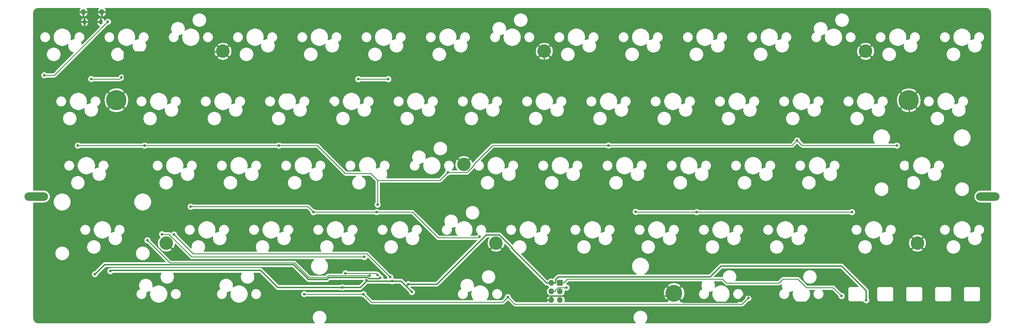
<source format=gbr>
%TF.GenerationSoftware,KiCad,Pcbnew,(5.1.9)-1*%
%TF.CreationDate,2021-04-22T03:27:36+09:00*%
%TF.ProjectId,yuiop60hh4,7975696f-7036-4306-9868-342e6b696361,4*%
%TF.SameCoordinates,Original*%
%TF.FileFunction,Copper,L1,Top*%
%TF.FilePolarity,Positive*%
%FSLAX46Y46*%
G04 Gerber Fmt 4.6, Leading zero omitted, Abs format (unit mm)*
G04 Created by KiCad (PCBNEW (5.1.9)-1) date 2021-04-22 03:27:36*
%MOMM*%
%LPD*%
G01*
G04 APERTURE LIST*
%TA.AperFunction,ComponentPad*%
%ADD10O,1.350000X1.700000*%
%TD*%
%TA.AperFunction,ComponentPad*%
%ADD11O,1.100000X1.500000*%
%TD*%
%TA.AperFunction,ComponentPad*%
%ADD12C,4.000000*%
%TD*%
%TA.AperFunction,ComponentPad*%
%ADD13O,7.000000X2.500000*%
%TD*%
%TA.AperFunction,ComponentPad*%
%ADD14C,5.000000*%
%TD*%
%TA.AperFunction,ComponentPad*%
%ADD15C,6.000000*%
%TD*%
%TA.AperFunction,ComponentPad*%
%ADD16R,1.700000X1.700000*%
%TD*%
%TA.AperFunction,ComponentPad*%
%ADD17O,1.700000X1.700000*%
%TD*%
%TA.AperFunction,ViaPad*%
%ADD18C,0.800000*%
%TD*%
%TA.AperFunction,Conductor*%
%ADD19C,0.400000*%
%TD*%
%TA.AperFunction,Conductor*%
%ADD20C,0.250000*%
%TD*%
%TA.AperFunction,Conductor*%
%ADD21C,0.254000*%
%TD*%
%TA.AperFunction,Conductor*%
%ADD22C,0.100000*%
%TD*%
G04 APERTURE END LIST*
D10*
%TO.P,J1,6*%
%TO.N,GND*%
X90905000Y-101720000D03*
X85445000Y-101720000D03*
D11*
X90595000Y-104720000D03*
X85755000Y-104720000D03*
%TD*%
D12*
%TO.P,HOLE12,*%
%TO.N,GND*%
X207738000Y-170300000D03*
%TD*%
%TO.P,HOLE11,*%
%TO.N,GND*%
X222025000Y-113400000D03*
%TD*%
%TO.P,HOLE10,*%
%TO.N,GND*%
X332650000Y-170300000D03*
%TD*%
%TO.P,HOLE9,*%
%TO.N,GND*%
X317275000Y-113400000D03*
%TD*%
%TO.P,HOLE8,*%
%TO.N,GND*%
X110000000Y-170300000D03*
%TD*%
%TO.P,HOLE7,*%
%TO.N,GND*%
X126775000Y-113400000D03*
%TD*%
D13*
%TO.P,HOLE6,*%
%TO.N,*%
X353540000Y-156500000D03*
%TD*%
%TO.P,HOLE5,*%
%TO.N,*%
X71460000Y-156500000D03*
%TD*%
D14*
%TO.P,HOLE4,*%
%TO.N,GND*%
X260500000Y-185200000D03*
%TD*%
D12*
%TO.P,HOLE3,*%
%TO.N,GND*%
X198200000Y-147000000D03*
%TD*%
D15*
%TO.P,HOLE2,*%
%TO.N,GND*%
X330050000Y-127910000D03*
%TD*%
%TO.P,HOLE1,*%
%TO.N,GND*%
X95200000Y-127900000D03*
%TD*%
D16*
%TO.P,J2,1*%
%TO.N,/LED_DATA*%
X226701000Y-182140000D03*
D17*
%TO.P,J2,2*%
%TO.N,VCC*%
X224161000Y-182140000D03*
%TO.P,J2,3*%
%TO.N,/COL_07*%
X226701000Y-184680000D03*
%TO.P,J2,4*%
%TO.N,/COL_08*%
X224161000Y-184680000D03*
%TO.P,J2,5*%
%TO.N,/RESET*%
X226701000Y-187220000D03*
%TO.P,J2,6*%
%TO.N,GND*%
X224161000Y-187220000D03*
%TD*%
D18*
%TO.N,GND*%
X307170100Y-187873200D03*
%TO.N,VCC*%
X169343800Y-181337100D03*
X181735100Y-182497000D03*
X176981700Y-181609700D03*
X317475000Y-187258200D03*
X182788000Y-184829300D03*
X93397500Y-178615600D03*
X162175500Y-183448600D03*
%TO.N,Net-(C8-Pad2)*%
X172658500Y-179822600D03*
X163088800Y-179283300D03*
%TO.N,/Controller/V_USB*%
X173416900Y-180592800D03*
X88844500Y-179538000D03*
%TO.N,/ROW_1*%
X92690600Y-104646900D03*
X73818100Y-120522700D03*
%TO.N,/ROW_2*%
X175774600Y-121669100D03*
X166906100Y-121669100D03*
X96757800Y-121155700D03*
X87725400Y-121625700D03*
%TO.N,/ROW_3*%
X172630400Y-158894700D03*
X326550500Y-141378200D03*
X296987000Y-139853200D03*
X241049700Y-141341700D03*
X143356600Y-141378200D03*
X193450000Y-149360200D03*
X103570200Y-141378200D03*
X83764200Y-141378200D03*
%TO.N,/ROW_4*%
X117222900Y-159512800D03*
X202928000Y-168422200D03*
X153632700Y-161130700D03*
X313260600Y-161130700D03*
X249118900Y-161010800D03*
X267242300Y-161130700D03*
X172381100Y-161118000D03*
%TO.N,/ROW_5*%
X282536500Y-186617200D03*
X211230800Y-186339900D03*
X168413000Y-185461600D03*
X150871800Y-185461600D03*
%TO.N,/RESET*%
X112280200Y-167766600D03*
X176371800Y-180392000D03*
%TO.N,/COL_08*%
X228638900Y-183504700D03*
%TO.N,/LED_DATA*%
X310160900Y-186016400D03*
%TO.N,/Controller/D+*%
X168707000Y-174432000D03*
X108756000Y-167678200D03*
%TO.N,/Controller/D-*%
X104413700Y-169475600D03*
X170284900Y-180011500D03*
%TD*%
D19*
%TO.N,GND*%
X332650000Y-170300000D02*
X329500700Y-167150700D01*
X329500700Y-167150700D02*
X329500700Y-151203300D01*
X329500700Y-151203300D02*
X330233400Y-150470600D01*
X330233400Y-150470600D02*
X330233400Y-128093400D01*
X330233400Y-128093400D02*
X330050000Y-127910000D01*
X224161000Y-185969700D02*
X259730300Y-185969700D01*
X259730300Y-185969700D02*
X260500000Y-185200000D01*
X224161000Y-186119800D02*
X224161000Y-185969700D01*
X224161000Y-187220000D02*
X224161000Y-186119800D01*
X224161000Y-185969700D02*
X223407700Y-185969700D01*
X223407700Y-185969700D02*
X207738000Y-170300000D01*
X307170100Y-187873200D02*
X285128200Y-187873200D01*
X285128200Y-187873200D02*
X283013200Y-185758200D01*
X283013200Y-185758200D02*
X281316100Y-185758200D01*
X281316100Y-185758200D02*
X279213900Y-187860400D01*
X279213900Y-187860400D02*
X263160400Y-187860400D01*
X263160400Y-187860400D02*
X260500000Y-185200000D01*
X195960500Y-144760500D02*
X198200000Y-147000000D01*
X126775000Y-113400000D02*
X139099800Y-125724800D01*
X139099800Y-125724800D02*
X155339900Y-125724800D01*
X155339900Y-125724800D02*
X160325500Y-130710400D01*
X160325500Y-130710400D02*
X163954000Y-130710400D01*
X163954000Y-130710400D02*
X174076300Y-140832700D01*
X174076300Y-140832700D02*
X186229300Y-140832700D01*
X186229300Y-140832700D02*
X190157100Y-144760500D01*
X190157100Y-144760500D02*
X195960500Y-144760500D01*
X222025000Y-113400000D02*
X222025000Y-118696000D01*
X222025000Y-118696000D02*
X195960500Y-144760500D01*
X90905000Y-101720000D02*
X91980300Y-101720000D01*
X126775000Y-113400000D02*
X126522700Y-113652300D01*
X126522700Y-113652300D02*
X97567600Y-113652300D01*
X97567600Y-113652300D02*
X97567600Y-113468800D01*
X97567600Y-113468800D02*
X94643600Y-110544800D01*
X94643600Y-110544800D02*
X94643600Y-104383300D01*
X94643600Y-104383300D02*
X91980300Y-101720000D01*
X95200000Y-127900000D02*
X97567600Y-125532400D01*
X97567600Y-125532400D02*
X97567600Y-113652300D01*
%TO.N,VCC*%
X169343800Y-181609700D02*
X169343800Y-181337100D01*
X162175500Y-183448600D02*
X167504900Y-183448600D01*
X167504900Y-183448600D02*
X169343800Y-181609700D01*
X169343800Y-181609700D02*
X176981700Y-181609700D01*
X224161000Y-182140000D02*
X222699800Y-182140000D01*
X222699800Y-182140000D02*
X212447900Y-171888100D01*
X212447900Y-171888100D02*
X212447900Y-171594800D01*
X212447900Y-171594800D02*
X208727700Y-167874600D01*
X208727700Y-167874600D02*
X204793300Y-167874600D01*
X204793300Y-167874600D02*
X190170900Y-182497000D01*
X190170900Y-182497000D02*
X181735100Y-182497000D01*
X181095400Y-183136700D02*
X182788000Y-184829300D01*
X93397500Y-178615600D02*
X93610300Y-178402800D01*
X93610300Y-178402800D02*
X137958100Y-178402800D01*
X137958100Y-178402800D02*
X143003900Y-183448600D01*
X143003900Y-183448600D02*
X162175500Y-183448600D01*
X181095400Y-183136700D02*
X181735100Y-182497000D01*
X176981700Y-181609700D02*
X179568400Y-181609700D01*
X179568400Y-181609700D02*
X181095400Y-183136700D01*
X225411300Y-182140000D02*
X224161000Y-182140000D01*
X274420000Y-177100000D02*
X271184700Y-180335300D01*
X225411300Y-181124100D02*
X225411300Y-182140000D01*
X310171300Y-177100000D02*
X274420000Y-177100000D01*
X316502290Y-183430990D02*
X310171300Y-177100000D01*
X316534542Y-183430990D02*
X316502290Y-183430990D01*
X316804010Y-183700458D02*
X316534542Y-183430990D01*
X316804010Y-183732710D02*
X316804010Y-183700458D01*
X226200100Y-180335300D02*
X225411300Y-181124100D01*
X317475000Y-184403700D02*
X316804010Y-183732710D01*
X271184700Y-180335300D02*
X226200100Y-180335300D01*
X317475000Y-187258200D02*
X317475000Y-184403700D01*
D20*
%TO.N,Net-(C8-Pad2)*%
X163088800Y-179283300D02*
X172119200Y-179283300D01*
X172119200Y-179283300D02*
X172658500Y-179822600D01*
D19*
%TO.N,/Controller/V_USB*%
X91712500Y-176670000D02*
X88844500Y-179538000D01*
X151554100Y-180536800D02*
X147687300Y-176670000D01*
X170005000Y-180866500D02*
X169675300Y-180536800D01*
X173143200Y-180866500D02*
X170005000Y-180866500D01*
X173416900Y-180592800D02*
X173143200Y-180866500D01*
X147687300Y-176670000D02*
X91712500Y-176670000D01*
X151554100Y-180536800D02*
X151556800Y-180536800D01*
X151556800Y-180536800D02*
X152100000Y-181080000D01*
X157603600Y-181080000D02*
X158146800Y-180536800D01*
X152100000Y-181080000D02*
X157603600Y-181080000D01*
X169675300Y-180536800D02*
X158146800Y-180536800D01*
D20*
%TO.N,/ROW_1*%
X73818100Y-120522700D02*
X76814800Y-120522700D01*
X76814800Y-120522700D02*
X92690600Y-104646900D01*
%TO.N,/ROW_2*%
X166906100Y-121669100D02*
X175774600Y-121669100D01*
X87725400Y-121625700D02*
X96287800Y-121625700D01*
X96287800Y-121625700D02*
X96757800Y-121155700D01*
%TO.N,/ROW_3*%
X172630400Y-151675400D02*
X191134800Y-151675400D01*
X191134800Y-151675400D02*
X193450000Y-149360200D01*
X143356600Y-141378200D02*
X154797200Y-141378200D01*
X154797200Y-141378200D02*
X163104400Y-149685400D01*
X163104400Y-149685400D02*
X170640400Y-149685400D01*
X170640400Y-149685400D02*
X172630400Y-151675400D01*
X172630400Y-151675400D02*
X172630400Y-158894700D01*
X296987000Y-139853200D02*
X298512000Y-141378200D01*
X298512000Y-141378200D02*
X326550500Y-141378200D01*
X241049700Y-141341700D02*
X295498500Y-141341700D01*
X295498500Y-141341700D02*
X296987000Y-139853200D01*
X193450000Y-149360200D02*
X199128500Y-149360200D01*
X199128500Y-149360200D02*
X201261000Y-147227700D01*
X201261000Y-147227700D02*
X201261000Y-146854800D01*
X201261000Y-146854800D02*
X206774100Y-141341700D01*
X206774100Y-141341700D02*
X241049700Y-141341700D01*
X103570200Y-141378200D02*
X143356600Y-141378200D01*
X83764200Y-141378200D02*
X103570200Y-141378200D01*
%TO.N,/ROW_4*%
X153632700Y-161130700D02*
X152014800Y-159512800D01*
X152014800Y-159512800D02*
X117222900Y-159512800D01*
X172381100Y-161129900D02*
X182974900Y-161129900D01*
X182974900Y-161129900D02*
X190596100Y-168751100D01*
X190596100Y-168751100D02*
X202599100Y-168751100D01*
X202599100Y-168751100D02*
X202928000Y-168422200D01*
X153632700Y-161130700D02*
X172380300Y-161130700D01*
X172380300Y-161130700D02*
X172381100Y-161129900D01*
X172381100Y-161129900D02*
X172381100Y-161118000D01*
X267242300Y-161130700D02*
X313260600Y-161130700D01*
X249118900Y-161010800D02*
X249238800Y-161130700D01*
X249238800Y-161130700D02*
X267242300Y-161130700D01*
%TO.N,/ROW_5*%
X211230800Y-186339900D02*
X213329400Y-188438500D01*
X213329400Y-188438500D02*
X280715200Y-188438500D01*
X280715200Y-188438500D02*
X282536500Y-186617200D01*
X168413000Y-185461600D02*
X170785000Y-187833600D01*
X170785000Y-187833600D02*
X209737100Y-187833600D01*
X209737100Y-187833600D02*
X211230800Y-186339900D01*
X150871800Y-185461600D02*
X168413000Y-185461600D01*
%TO.N,/RESET*%
X117968700Y-173455100D02*
X112280200Y-167766600D01*
X169434900Y-173455100D02*
X117968700Y-173455100D01*
X176371800Y-180392000D02*
X169434900Y-173455100D01*
%TO.N,/COL_08*%
X225336300Y-184680000D02*
X225336300Y-184312600D01*
X225336300Y-184312600D02*
X226144200Y-183504700D01*
X226144200Y-183504700D02*
X228638900Y-183504700D01*
X224161000Y-184680000D02*
X225336300Y-184680000D01*
%TO.N,/LED_DATA*%
X307654500Y-183510000D02*
X310160900Y-186016400D01*
X299720000Y-183510000D02*
X307654500Y-183510000D01*
X292812000Y-180995600D02*
X297205600Y-180995600D01*
X291610000Y-182197600D02*
X292812000Y-180995600D01*
X276062400Y-182197600D02*
X291610000Y-182197600D01*
X274885400Y-181020600D02*
X276062400Y-182197600D01*
X228995700Y-181020600D02*
X274885400Y-181020600D01*
X227876300Y-182140000D02*
X228995700Y-181020600D01*
X297205600Y-180995600D02*
X299720000Y-183510000D01*
X226701000Y-182140000D02*
X227876300Y-182140000D01*
%TO.N,/Controller/D+*%
X108756000Y-167678200D02*
X110785400Y-167678200D01*
X110785400Y-167678200D02*
X117539200Y-174432000D01*
X117539200Y-174432000D02*
X168707000Y-174432000D01*
%TO.N,/Controller/D-*%
X111083089Y-176144989D02*
X104413700Y-169475600D01*
X151771277Y-180011500D02*
X147904766Y-176144989D01*
X147904766Y-176144989D02*
X111083089Y-176144989D01*
X151771566Y-180011790D02*
X151774267Y-180011791D01*
X151771277Y-180011500D02*
X151771566Y-180011790D01*
X151774267Y-180011791D02*
X152317466Y-180554990D01*
X152317466Y-180554990D02*
X157386134Y-180554990D01*
X159358209Y-180011791D02*
X159358500Y-180011500D01*
X157386134Y-180554990D02*
X157929333Y-180011791D01*
X157929333Y-180011791D02*
X159358209Y-180011791D01*
X170284900Y-180011500D02*
X159358500Y-180011500D01*
%TD*%
D21*
%TO.N,GND*%
X84479074Y-100660443D02*
X84448750Y-100689441D01*
X84300981Y-100900239D01*
X84197176Y-101135815D01*
X84141325Y-101387116D01*
X84291427Y-101593000D01*
X85318000Y-101593000D01*
X85318000Y-101573000D01*
X85572000Y-101573000D01*
X85572000Y-101593000D01*
X86598573Y-101593000D01*
X86748675Y-101387116D01*
X86692824Y-101135815D01*
X86589019Y-100900239D01*
X86441250Y-100689441D01*
X86410998Y-100660512D01*
X89938870Y-100660638D01*
X89908750Y-100689441D01*
X89760981Y-100900239D01*
X89657176Y-101135815D01*
X89601325Y-101387116D01*
X89751427Y-101593000D01*
X90778000Y-101593000D01*
X90778000Y-101573000D01*
X91032000Y-101573000D01*
X91032000Y-101593000D01*
X92058573Y-101593000D01*
X92208675Y-101387116D01*
X92152824Y-101135815D01*
X92049019Y-100900239D01*
X91901250Y-100689441D01*
X91871202Y-100660706D01*
X352967708Y-100669999D01*
X353259659Y-100698625D01*
X353509429Y-100774035D01*
X353739792Y-100896522D01*
X353941980Y-101061422D01*
X354108286Y-101262450D01*
X354232378Y-101491954D01*
X354309531Y-101741195D01*
X354340001Y-102031098D01*
X354340000Y-154615000D01*
X351197403Y-154615000D01*
X350920476Y-154642275D01*
X350565152Y-154750061D01*
X350237683Y-154925097D01*
X349950655Y-155160655D01*
X349715097Y-155447683D01*
X349540061Y-155775152D01*
X349432275Y-156130476D01*
X349395880Y-156500000D01*
X349432275Y-156869524D01*
X349540061Y-157224848D01*
X349715097Y-157552317D01*
X349950655Y-157839345D01*
X350237683Y-158074903D01*
X350565152Y-158249939D01*
X350920476Y-158357725D01*
X351197403Y-158385000D01*
X354340000Y-158385000D01*
X354340000Y-192577721D01*
X354311375Y-192869660D01*
X354235965Y-193119429D01*
X354113477Y-193349794D01*
X353948579Y-193551979D01*
X353747546Y-193718288D01*
X353518046Y-193842378D01*
X353268805Y-193919531D01*
X352978911Y-193950000D01*
X252036286Y-193950000D01*
X252215004Y-193771282D01*
X252451281Y-193417670D01*
X252614030Y-193024757D01*
X252697000Y-192607643D01*
X252697000Y-192182357D01*
X252614030Y-191765243D01*
X252451281Y-191372330D01*
X252215004Y-191018718D01*
X251914282Y-190717996D01*
X251560670Y-190481719D01*
X251167757Y-190318970D01*
X250750643Y-190236000D01*
X250325357Y-190236000D01*
X249908243Y-190318970D01*
X249515330Y-190481719D01*
X249161718Y-190717996D01*
X248860996Y-191018718D01*
X248624719Y-191372330D01*
X248461970Y-191765243D01*
X248379000Y-192182357D01*
X248379000Y-192607643D01*
X248461970Y-193024757D01*
X248624719Y-193417670D01*
X248860996Y-193771282D01*
X249039714Y-193950000D01*
X156910286Y-193950000D01*
X157089004Y-193771282D01*
X157325281Y-193417670D01*
X157488030Y-193024757D01*
X157571000Y-192607643D01*
X157571000Y-192182357D01*
X157488030Y-191765243D01*
X157325281Y-191372330D01*
X157089004Y-191018718D01*
X156788282Y-190717996D01*
X156434670Y-190481719D01*
X156041757Y-190318970D01*
X155624643Y-190236000D01*
X155199357Y-190236000D01*
X154782243Y-190318970D01*
X154389330Y-190481719D01*
X154035718Y-190717996D01*
X153734996Y-191018718D01*
X153498719Y-191372330D01*
X153335970Y-191765243D01*
X153253000Y-192182357D01*
X153253000Y-192607643D01*
X153335970Y-193024757D01*
X153498719Y-193417670D01*
X153734996Y-193771282D01*
X153913714Y-193950000D01*
X72032279Y-193950000D01*
X71740340Y-193921375D01*
X71490571Y-193845965D01*
X71260206Y-193723477D01*
X71058021Y-193558579D01*
X70891712Y-193357546D01*
X70767622Y-193128046D01*
X70690469Y-192878805D01*
X70660000Y-192588911D01*
X70660000Y-185253891D01*
X101060000Y-185253891D01*
X101060000Y-185566109D01*
X101120911Y-185872327D01*
X101240391Y-186160779D01*
X101413850Y-186420379D01*
X101634621Y-186641150D01*
X101894221Y-186814609D01*
X102182673Y-186934089D01*
X102488891Y-186995000D01*
X102801109Y-186995000D01*
X103107327Y-186934089D01*
X103395779Y-186814609D01*
X103655379Y-186641150D01*
X103876150Y-186420379D01*
X104049609Y-186160779D01*
X104169089Y-185872327D01*
X104230000Y-185566109D01*
X104230000Y-185253891D01*
X104178391Y-184994435D01*
X104537756Y-184922953D01*
X104926302Y-184762012D01*
X105148748Y-184613378D01*
X105143183Y-184626814D01*
X105040000Y-185145551D01*
X105040000Y-185674449D01*
X105143183Y-186193186D01*
X105345583Y-186681825D01*
X105639424Y-187121588D01*
X106013412Y-187495576D01*
X106453175Y-187789417D01*
X106941814Y-187991817D01*
X107460551Y-188095000D01*
X107989449Y-188095000D01*
X108508186Y-187991817D01*
X108996825Y-187789417D01*
X109436588Y-187495576D01*
X109810576Y-187121588D01*
X110104417Y-186681825D01*
X110306817Y-186193186D01*
X110410000Y-185674449D01*
X110410000Y-185253891D01*
X111220000Y-185253891D01*
X111220000Y-185566109D01*
X111280911Y-185872327D01*
X111400391Y-186160779D01*
X111573850Y-186420379D01*
X111794621Y-186641150D01*
X112054221Y-186814609D01*
X112342673Y-186934089D01*
X112648891Y-186995000D01*
X112961109Y-186995000D01*
X113267327Y-186934089D01*
X113555779Y-186814609D01*
X113815379Y-186641150D01*
X114036150Y-186420379D01*
X114209609Y-186160779D01*
X114329089Y-185872327D01*
X114390000Y-185566109D01*
X114390000Y-185253891D01*
X124872000Y-185253891D01*
X124872000Y-185566109D01*
X124932911Y-185872327D01*
X125052391Y-186160779D01*
X125225850Y-186420379D01*
X125446621Y-186641150D01*
X125706221Y-186814609D01*
X125994673Y-186934089D01*
X126300891Y-186995000D01*
X126613109Y-186995000D01*
X126919327Y-186934089D01*
X127207779Y-186814609D01*
X127467379Y-186641150D01*
X127688150Y-186420379D01*
X127861609Y-186160779D01*
X127981089Y-185872327D01*
X128042000Y-185566109D01*
X128042000Y-185253891D01*
X127990391Y-184994435D01*
X128349756Y-184922953D01*
X128738302Y-184762012D01*
X128960748Y-184613378D01*
X128955183Y-184626814D01*
X128852000Y-185145551D01*
X128852000Y-185674449D01*
X128955183Y-186193186D01*
X129157583Y-186681825D01*
X129451424Y-187121588D01*
X129825412Y-187495576D01*
X130265175Y-187789417D01*
X130753814Y-187991817D01*
X131272551Y-188095000D01*
X131801449Y-188095000D01*
X132320186Y-187991817D01*
X132808825Y-187789417D01*
X133248588Y-187495576D01*
X133622576Y-187121588D01*
X133916417Y-186681825D01*
X134118817Y-186193186D01*
X134222000Y-185674449D01*
X134222000Y-185253891D01*
X135032000Y-185253891D01*
X135032000Y-185566109D01*
X135092911Y-185872327D01*
X135212391Y-186160779D01*
X135385850Y-186420379D01*
X135606621Y-186641150D01*
X135866221Y-186814609D01*
X136154673Y-186934089D01*
X136460891Y-186995000D01*
X136773109Y-186995000D01*
X137079327Y-186934089D01*
X137367779Y-186814609D01*
X137627379Y-186641150D01*
X137848150Y-186420379D01*
X138021609Y-186160779D01*
X138141089Y-185872327D01*
X138202000Y-185566109D01*
X138202000Y-185253891D01*
X138141089Y-184947673D01*
X138021609Y-184659221D01*
X137848150Y-184399621D01*
X137627379Y-184178850D01*
X137367779Y-184005391D01*
X137079327Y-183885911D01*
X136773109Y-183825000D01*
X136460891Y-183825000D01*
X136154673Y-183885911D01*
X135866221Y-184005391D01*
X135606621Y-184178850D01*
X135385850Y-184399621D01*
X135212391Y-184659221D01*
X135092911Y-184947673D01*
X135032000Y-185253891D01*
X134222000Y-185253891D01*
X134222000Y-185145551D01*
X134118817Y-184626814D01*
X133916417Y-184138175D01*
X133622576Y-183698412D01*
X133248588Y-183324424D01*
X132808825Y-183030583D01*
X132320186Y-182828183D01*
X131801449Y-182725000D01*
X131272551Y-182725000D01*
X130753814Y-182828183D01*
X130265175Y-183030583D01*
X129825412Y-183324424D01*
X129810463Y-183339373D01*
X129862000Y-183080279D01*
X129862000Y-182659721D01*
X129779953Y-182247244D01*
X129619012Y-181858698D01*
X129385363Y-181509017D01*
X129087983Y-181211637D01*
X128738302Y-180977988D01*
X128349756Y-180817047D01*
X127937279Y-180735000D01*
X127516721Y-180735000D01*
X127104244Y-180817047D01*
X126715698Y-180977988D01*
X126366017Y-181211637D01*
X126068637Y-181509017D01*
X125834988Y-181858698D01*
X125674047Y-182247244D01*
X125592000Y-182659721D01*
X125592000Y-183080279D01*
X125674047Y-183492756D01*
X125834988Y-183881302D01*
X125872015Y-183936717D01*
X125706221Y-184005391D01*
X125446621Y-184178850D01*
X125225850Y-184399621D01*
X125052391Y-184659221D01*
X124932911Y-184947673D01*
X124872000Y-185253891D01*
X114390000Y-185253891D01*
X114329089Y-184947673D01*
X114209609Y-184659221D01*
X114036150Y-184399621D01*
X113815379Y-184178850D01*
X113555779Y-184005391D01*
X113267327Y-183885911D01*
X112961109Y-183825000D01*
X112648891Y-183825000D01*
X112342673Y-183885911D01*
X112054221Y-184005391D01*
X111794621Y-184178850D01*
X111573850Y-184399621D01*
X111400391Y-184659221D01*
X111280911Y-184947673D01*
X111220000Y-185253891D01*
X110410000Y-185253891D01*
X110410000Y-185145551D01*
X110306817Y-184626814D01*
X110104417Y-184138175D01*
X109810576Y-183698412D01*
X109436588Y-183324424D01*
X108996825Y-183030583D01*
X108508186Y-182828183D01*
X107989449Y-182725000D01*
X107460551Y-182725000D01*
X106941814Y-182828183D01*
X106453175Y-183030583D01*
X106013412Y-183324424D01*
X105998463Y-183339373D01*
X106050000Y-183080279D01*
X106050000Y-182659721D01*
X105967953Y-182247244D01*
X105807012Y-181858698D01*
X105573363Y-181509017D01*
X105275983Y-181211637D01*
X104926302Y-180977988D01*
X104537756Y-180817047D01*
X104125279Y-180735000D01*
X103704721Y-180735000D01*
X103292244Y-180817047D01*
X102903698Y-180977988D01*
X102554017Y-181211637D01*
X102256637Y-181509017D01*
X102022988Y-181858698D01*
X101862047Y-182247244D01*
X101780000Y-182659721D01*
X101780000Y-183080279D01*
X101862047Y-183492756D01*
X102022988Y-183881302D01*
X102060015Y-183936717D01*
X101894221Y-184005391D01*
X101634621Y-184178850D01*
X101413850Y-184399621D01*
X101240391Y-184659221D01*
X101120911Y-184947673D01*
X101060000Y-185253891D01*
X70660000Y-185253891D01*
X70660000Y-179436061D01*
X87809500Y-179436061D01*
X87809500Y-179639939D01*
X87849274Y-179839898D01*
X87927295Y-180028256D01*
X88040563Y-180197774D01*
X88184726Y-180341937D01*
X88354244Y-180455205D01*
X88542602Y-180533226D01*
X88742561Y-180573000D01*
X88946439Y-180573000D01*
X89146398Y-180533226D01*
X89334756Y-180455205D01*
X89504274Y-180341937D01*
X89648437Y-180197774D01*
X89761705Y-180028256D01*
X89839726Y-179839898D01*
X89868593Y-179694775D01*
X92058368Y-177505000D01*
X147341433Y-177505000D01*
X150934659Y-181098227D01*
X150960809Y-181130091D01*
X151007735Y-181168602D01*
X151480558Y-181641426D01*
X151506709Y-181673291D01*
X151593603Y-181744603D01*
X151633854Y-181777636D01*
X151778913Y-181855172D01*
X151936311Y-181902918D01*
X152100000Y-181919040D01*
X152141018Y-181915000D01*
X157562582Y-181915000D01*
X157603600Y-181919040D01*
X157644618Y-181915000D01*
X157644619Y-181915000D01*
X157767289Y-181902918D01*
X157924687Y-181855172D01*
X158069746Y-181777636D01*
X158196891Y-181673291D01*
X158223045Y-181641422D01*
X158492668Y-181371800D01*
X168308800Y-181371800D01*
X168308800Y-181439039D01*
X168312913Y-181459719D01*
X167159033Y-182613600D01*
X162788785Y-182613600D01*
X162665756Y-182531395D01*
X162477398Y-182453374D01*
X162277439Y-182413600D01*
X162073561Y-182413600D01*
X161873602Y-182453374D01*
X161685244Y-182531395D01*
X161562215Y-182613600D01*
X143349769Y-182613600D01*
X138577546Y-177841379D01*
X138551391Y-177809509D01*
X138424246Y-177705164D01*
X138279187Y-177627628D01*
X138121789Y-177579882D01*
X137999119Y-177567800D01*
X137999118Y-177567800D01*
X137958100Y-177563760D01*
X137917082Y-177567800D01*
X93651318Y-177567800D01*
X93610300Y-177563760D01*
X93569282Y-177567800D01*
X93569281Y-177567800D01*
X93446611Y-177579882D01*
X93444244Y-177580600D01*
X93295561Y-177580600D01*
X93095602Y-177620374D01*
X92907244Y-177698395D01*
X92737726Y-177811663D01*
X92593563Y-177955826D01*
X92480295Y-178125344D01*
X92402274Y-178313702D01*
X92362500Y-178513661D01*
X92362500Y-178717539D01*
X92402274Y-178917498D01*
X92480295Y-179105856D01*
X92593563Y-179275374D01*
X92737726Y-179419537D01*
X92907244Y-179532805D01*
X93095602Y-179610826D01*
X93295561Y-179650600D01*
X93499439Y-179650600D01*
X93699398Y-179610826D01*
X93887756Y-179532805D01*
X94057274Y-179419537D01*
X94201437Y-179275374D01*
X94226543Y-179237800D01*
X108427042Y-179237800D01*
X108372988Y-179318698D01*
X108212047Y-179707244D01*
X108130000Y-180119721D01*
X108130000Y-180540279D01*
X108212047Y-180952756D01*
X108372988Y-181341302D01*
X108606637Y-181690983D01*
X108904017Y-181988363D01*
X109253698Y-182222012D01*
X109642244Y-182382953D01*
X110054721Y-182465000D01*
X110475279Y-182465000D01*
X110887756Y-182382953D01*
X111276302Y-182222012D01*
X111625983Y-181988363D01*
X111923363Y-181690983D01*
X112157012Y-181341302D01*
X112317953Y-180952756D01*
X112400000Y-180540279D01*
X112400000Y-180119721D01*
X112317953Y-179707244D01*
X112157012Y-179318698D01*
X112102958Y-179237800D01*
X132239042Y-179237800D01*
X132184988Y-179318698D01*
X132024047Y-179707244D01*
X131942000Y-180119721D01*
X131942000Y-180540279D01*
X132024047Y-180952756D01*
X132184988Y-181341302D01*
X132418637Y-181690983D01*
X132716017Y-181988363D01*
X133065698Y-182222012D01*
X133454244Y-182382953D01*
X133866721Y-182465000D01*
X134287279Y-182465000D01*
X134699756Y-182382953D01*
X135088302Y-182222012D01*
X135437983Y-181988363D01*
X135735363Y-181690983D01*
X135969012Y-181341302D01*
X136129953Y-180952756D01*
X136212000Y-180540279D01*
X136212000Y-180119721D01*
X136129953Y-179707244D01*
X135969012Y-179318698D01*
X135914958Y-179237800D01*
X137612233Y-179237800D01*
X142384463Y-184010032D01*
X142410609Y-184041891D01*
X142442468Y-184068037D01*
X142442470Y-184068039D01*
X142537754Y-184146236D01*
X142682813Y-184223772D01*
X142840211Y-184271518D01*
X143003900Y-184287640D01*
X143044918Y-184283600D01*
X161562215Y-184283600D01*
X161685244Y-184365805D01*
X161873602Y-184443826D01*
X162073561Y-184483600D01*
X162277439Y-184483600D01*
X162477398Y-184443826D01*
X162665756Y-184365805D01*
X162788785Y-184283600D01*
X167463882Y-184283600D01*
X167504900Y-184287640D01*
X167545918Y-184283600D01*
X167545919Y-184283600D01*
X167668589Y-184271518D01*
X167825987Y-184223772D01*
X167971046Y-184146236D01*
X168098191Y-184041891D01*
X168124346Y-184010021D01*
X169689668Y-182444700D01*
X176368415Y-182444700D01*
X176491444Y-182526905D01*
X176679802Y-182604926D01*
X176879761Y-182644700D01*
X177083639Y-182644700D01*
X177283598Y-182604926D01*
X177471956Y-182526905D01*
X177594985Y-182444700D01*
X179222533Y-182444700D01*
X180475967Y-183698135D01*
X180502110Y-183729990D01*
X180533965Y-183756133D01*
X180533970Y-183756138D01*
X180533975Y-183756142D01*
X181763908Y-184986076D01*
X181792774Y-185131198D01*
X181870795Y-185319556D01*
X181984063Y-185489074D01*
X182128226Y-185633237D01*
X182297744Y-185746505D01*
X182486102Y-185824526D01*
X182686061Y-185864300D01*
X182889939Y-185864300D01*
X183089898Y-185824526D01*
X183278256Y-185746505D01*
X183447774Y-185633237D01*
X183591937Y-185489074D01*
X183705205Y-185319556D01*
X183783226Y-185131198D01*
X183823000Y-184931239D01*
X183823000Y-184727361D01*
X183783226Y-184527402D01*
X183705205Y-184339044D01*
X183591937Y-184169526D01*
X183447774Y-184025363D01*
X183278256Y-183912095D01*
X183089898Y-183834074D01*
X182944776Y-183805208D01*
X182471568Y-183332000D01*
X190129882Y-183332000D01*
X190170900Y-183336040D01*
X190211918Y-183332000D01*
X190211919Y-183332000D01*
X190334589Y-183319918D01*
X190491987Y-183272172D01*
X190637046Y-183194636D01*
X190764191Y-183090291D01*
X190790346Y-183058421D01*
X193729046Y-180119721D01*
X203380000Y-180119721D01*
X203380000Y-180540279D01*
X203462047Y-180952756D01*
X203622988Y-181341302D01*
X203856637Y-181690983D01*
X204154017Y-181988363D01*
X204503698Y-182222012D01*
X204892244Y-182382953D01*
X205304721Y-182465000D01*
X205725279Y-182465000D01*
X206137756Y-182382953D01*
X206526302Y-182222012D01*
X206875983Y-181988363D01*
X207173363Y-181690983D01*
X207407012Y-181341302D01*
X207567953Y-180952756D01*
X207650000Y-180540279D01*
X207650000Y-180119721D01*
X207567953Y-179707244D01*
X207407012Y-179318698D01*
X207173363Y-178969017D01*
X206875983Y-178671637D01*
X206526302Y-178437988D01*
X206137756Y-178277047D01*
X205725279Y-178195000D01*
X205304721Y-178195000D01*
X204892244Y-178277047D01*
X204503698Y-178437988D01*
X204154017Y-178671637D01*
X203856637Y-178969017D01*
X203622988Y-179318698D01*
X203462047Y-179707244D01*
X203380000Y-180119721D01*
X193729046Y-180119721D01*
X201701268Y-172147499D01*
X206070106Y-172147499D01*
X206286228Y-172514258D01*
X206746105Y-172754938D01*
X207244098Y-172901275D01*
X207761071Y-172947648D01*
X208277159Y-172892273D01*
X208772526Y-172737279D01*
X209189772Y-172514258D01*
X209405894Y-172147499D01*
X207738000Y-170479605D01*
X206070106Y-172147499D01*
X201701268Y-172147499D01*
X205139168Y-168709600D01*
X205758994Y-168709600D01*
X205523742Y-168848228D01*
X205283062Y-169308105D01*
X205136725Y-169806098D01*
X205090352Y-170323071D01*
X205145727Y-170839159D01*
X205300721Y-171334526D01*
X205523742Y-171751772D01*
X205890501Y-171967894D01*
X207558395Y-170300000D01*
X207544253Y-170285858D01*
X207723858Y-170106253D01*
X207738000Y-170120395D01*
X207752143Y-170106253D01*
X207931748Y-170285858D01*
X207917605Y-170300000D01*
X209585499Y-171967894D01*
X209952258Y-171751772D01*
X210192938Y-171291895D01*
X210339275Y-170793902D01*
X210349718Y-170677485D01*
X211614162Y-171941930D01*
X211624982Y-172051788D01*
X211672728Y-172209186D01*
X211750264Y-172354245D01*
X211854609Y-172481391D01*
X211886479Y-172507546D01*
X222080359Y-182701427D01*
X222106509Y-182733291D01*
X222227485Y-182832573D01*
X222233654Y-182837636D01*
X222378713Y-182915172D01*
X222536111Y-182962918D01*
X222699799Y-182979040D01*
X222740818Y-182975000D01*
X222932935Y-182975000D01*
X223007525Y-183086632D01*
X223214368Y-183293475D01*
X223388760Y-183410000D01*
X223214368Y-183526525D01*
X223007525Y-183733368D01*
X222845010Y-183976589D01*
X222733068Y-184246842D01*
X222676000Y-184533740D01*
X222676000Y-184826260D01*
X222733068Y-185113158D01*
X222845010Y-185383411D01*
X223007525Y-185626632D01*
X223214368Y-185833475D01*
X223396534Y-185955195D01*
X223279645Y-186024822D01*
X223063412Y-186219731D01*
X222889359Y-186453080D01*
X222764175Y-186715901D01*
X222719524Y-186863110D01*
X222840845Y-187093000D01*
X224034000Y-187093000D01*
X224034000Y-187073000D01*
X224288000Y-187073000D01*
X224288000Y-187093000D01*
X224308000Y-187093000D01*
X224308000Y-187347000D01*
X224288000Y-187347000D01*
X224288000Y-187367000D01*
X224034000Y-187367000D01*
X224034000Y-187347000D01*
X222840845Y-187347000D01*
X222719524Y-187576890D01*
X222750344Y-187678500D01*
X213644202Y-187678500D01*
X212265800Y-186300099D01*
X212265800Y-186237961D01*
X212226026Y-186038002D01*
X212148005Y-185849644D01*
X212034737Y-185680126D01*
X211890574Y-185535963D01*
X211721056Y-185422695D01*
X211532698Y-185344674D01*
X211332739Y-185304900D01*
X211128861Y-185304900D01*
X210928902Y-185344674D01*
X210740544Y-185422695D01*
X210571026Y-185535963D01*
X210426863Y-185680126D01*
X210313595Y-185849644D01*
X210235574Y-186038002D01*
X210195800Y-186237961D01*
X210195800Y-186300098D01*
X209422299Y-187073600D01*
X205092641Y-187073600D01*
X205354417Y-186681825D01*
X205556817Y-186193186D01*
X205660000Y-185674449D01*
X205660000Y-185253891D01*
X206470000Y-185253891D01*
X206470000Y-185566109D01*
X206530911Y-185872327D01*
X206650391Y-186160779D01*
X206823850Y-186420379D01*
X207044621Y-186641150D01*
X207304221Y-186814609D01*
X207592673Y-186934089D01*
X207898891Y-186995000D01*
X208211109Y-186995000D01*
X208517327Y-186934089D01*
X208805779Y-186814609D01*
X209065379Y-186641150D01*
X209286150Y-186420379D01*
X209459609Y-186160779D01*
X209579089Y-185872327D01*
X209640000Y-185566109D01*
X209640000Y-185253891D01*
X209579089Y-184947673D01*
X209459609Y-184659221D01*
X209286150Y-184399621D01*
X209065379Y-184178850D01*
X208805779Y-184005391D01*
X208517327Y-183885911D01*
X208211109Y-183825000D01*
X207898891Y-183825000D01*
X207592673Y-183885911D01*
X207304221Y-184005391D01*
X207044621Y-184178850D01*
X206823850Y-184399621D01*
X206650391Y-184659221D01*
X206530911Y-184947673D01*
X206470000Y-185253891D01*
X205660000Y-185253891D01*
X205660000Y-185145551D01*
X205556817Y-184626814D01*
X205354417Y-184138175D01*
X205060576Y-183698412D01*
X204686588Y-183324424D01*
X204246825Y-183030583D01*
X203758186Y-182828183D01*
X203239449Y-182725000D01*
X202710551Y-182725000D01*
X202191814Y-182828183D01*
X201703175Y-183030583D01*
X201263412Y-183324424D01*
X201248463Y-183339373D01*
X201300000Y-183080279D01*
X201300000Y-182659721D01*
X201217953Y-182247244D01*
X201057012Y-181858698D01*
X200823363Y-181509017D01*
X200525983Y-181211637D01*
X200176302Y-180977988D01*
X199787756Y-180817047D01*
X199375279Y-180735000D01*
X198954721Y-180735000D01*
X198542244Y-180817047D01*
X198153698Y-180977988D01*
X197804017Y-181211637D01*
X197506637Y-181509017D01*
X197272988Y-181858698D01*
X197112047Y-182247244D01*
X197030000Y-182659721D01*
X197030000Y-183080279D01*
X197112047Y-183492756D01*
X197272988Y-183881302D01*
X197310015Y-183936717D01*
X197144221Y-184005391D01*
X196884621Y-184178850D01*
X196663850Y-184399621D01*
X196490391Y-184659221D01*
X196370911Y-184947673D01*
X196310000Y-185253891D01*
X196310000Y-185566109D01*
X196370911Y-185872327D01*
X196490391Y-186160779D01*
X196663850Y-186420379D01*
X196884621Y-186641150D01*
X197144221Y-186814609D01*
X197432673Y-186934089D01*
X197738891Y-186995000D01*
X198051109Y-186995000D01*
X198357327Y-186934089D01*
X198645779Y-186814609D01*
X198905379Y-186641150D01*
X199126150Y-186420379D01*
X199299609Y-186160779D01*
X199419089Y-185872327D01*
X199480000Y-185566109D01*
X199480000Y-185253891D01*
X199428391Y-184994435D01*
X199787756Y-184922953D01*
X200176302Y-184762012D01*
X200398748Y-184613378D01*
X200393183Y-184626814D01*
X200290000Y-185145551D01*
X200290000Y-185674449D01*
X200393183Y-186193186D01*
X200595583Y-186681825D01*
X200857359Y-187073600D01*
X171099802Y-187073600D01*
X169448000Y-185421799D01*
X169448000Y-185359661D01*
X169408226Y-185159702D01*
X169330205Y-184971344D01*
X169216937Y-184801826D01*
X169072774Y-184657663D01*
X168903256Y-184544395D01*
X168714898Y-184466374D01*
X168514939Y-184426600D01*
X168311061Y-184426600D01*
X168111102Y-184466374D01*
X167922744Y-184544395D01*
X167753226Y-184657663D01*
X167709289Y-184701600D01*
X151575511Y-184701600D01*
X151531574Y-184657663D01*
X151362056Y-184544395D01*
X151173698Y-184466374D01*
X150973739Y-184426600D01*
X150769861Y-184426600D01*
X150569902Y-184466374D01*
X150381544Y-184544395D01*
X150212026Y-184657663D01*
X150067863Y-184801826D01*
X149954595Y-184971344D01*
X149876574Y-185159702D01*
X149836800Y-185359661D01*
X149836800Y-185563539D01*
X149876574Y-185763498D01*
X149954595Y-185951856D01*
X150067863Y-186121374D01*
X150212026Y-186265537D01*
X150381544Y-186378805D01*
X150569902Y-186456826D01*
X150769861Y-186496600D01*
X150973739Y-186496600D01*
X151173698Y-186456826D01*
X151362056Y-186378805D01*
X151531574Y-186265537D01*
X151575511Y-186221600D01*
X167709289Y-186221600D01*
X167753226Y-186265537D01*
X167922744Y-186378805D01*
X168111102Y-186456826D01*
X168311061Y-186496600D01*
X168373199Y-186496600D01*
X170221201Y-188344603D01*
X170244999Y-188373601D01*
X170273997Y-188397399D01*
X170360724Y-188468574D01*
X170492753Y-188539146D01*
X170636014Y-188582603D01*
X170785000Y-188597277D01*
X170822333Y-188593600D01*
X209699778Y-188593600D01*
X209737100Y-188597276D01*
X209774422Y-188593600D01*
X209774433Y-188593600D01*
X209886086Y-188582603D01*
X210029347Y-188539146D01*
X210161376Y-188468574D01*
X210277101Y-188373601D01*
X210300904Y-188344597D01*
X211230800Y-187414701D01*
X212765601Y-188949503D01*
X212789399Y-188978501D01*
X212818397Y-189002299D01*
X212905124Y-189073474D01*
X213037153Y-189144046D01*
X213180414Y-189187503D01*
X213329400Y-189202177D01*
X213366733Y-189198500D01*
X280677878Y-189198500D01*
X280715200Y-189202176D01*
X280752522Y-189198500D01*
X280752533Y-189198500D01*
X280864186Y-189187503D01*
X281007447Y-189144046D01*
X281139476Y-189073474D01*
X281255201Y-188978501D01*
X281279004Y-188949497D01*
X282576302Y-187652200D01*
X282638439Y-187652200D01*
X282838398Y-187612426D01*
X283026756Y-187534405D01*
X283196274Y-187421137D01*
X283340437Y-187276974D01*
X283453705Y-187107456D01*
X283531726Y-186919098D01*
X283571500Y-186719139D01*
X283571500Y-186515261D01*
X283531726Y-186315302D01*
X283453705Y-186126944D01*
X283340437Y-185957426D01*
X283196274Y-185813263D01*
X283026756Y-185699995D01*
X282838398Y-185621974D01*
X282638439Y-185582200D01*
X282434561Y-185582200D01*
X282234602Y-185621974D01*
X282046244Y-185699995D01*
X281876726Y-185813263D01*
X281732563Y-185957426D01*
X281619295Y-186126944D01*
X281541274Y-186315302D01*
X281501500Y-186515261D01*
X281501500Y-186577398D01*
X280400399Y-187678500D01*
X275850824Y-187678500D01*
X276124588Y-187495576D01*
X276498576Y-187121588D01*
X276792417Y-186681825D01*
X276994817Y-186193186D01*
X277098000Y-185674449D01*
X277098000Y-185253891D01*
X277908000Y-185253891D01*
X277908000Y-185566109D01*
X277968911Y-185872327D01*
X278088391Y-186160779D01*
X278261850Y-186420379D01*
X278482621Y-186641150D01*
X278742221Y-186814609D01*
X279030673Y-186934089D01*
X279336891Y-186995000D01*
X279649109Y-186995000D01*
X279955327Y-186934089D01*
X280243779Y-186814609D01*
X280503379Y-186641150D01*
X280724150Y-186420379D01*
X280897609Y-186160779D01*
X281017089Y-185872327D01*
X281078000Y-185566109D01*
X281078000Y-185253891D01*
X281017089Y-184947673D01*
X280897609Y-184659221D01*
X280724150Y-184399621D01*
X280503379Y-184178850D01*
X280243779Y-184005391D01*
X279955327Y-183885911D01*
X279649109Y-183825000D01*
X279336891Y-183825000D01*
X279030673Y-183885911D01*
X278742221Y-184005391D01*
X278482621Y-184178850D01*
X278261850Y-184399621D01*
X278088391Y-184659221D01*
X277968911Y-184947673D01*
X277908000Y-185253891D01*
X277098000Y-185253891D01*
X277098000Y-185145551D01*
X276994817Y-184626814D01*
X276792417Y-184138175D01*
X276498576Y-183698412D01*
X276124588Y-183324424D01*
X275684825Y-183030583D01*
X275196186Y-182828183D01*
X274677449Y-182725000D01*
X274148551Y-182725000D01*
X273629814Y-182828183D01*
X273141175Y-183030583D01*
X272701412Y-183324424D01*
X272686463Y-183339373D01*
X272738000Y-183080279D01*
X272738000Y-182659721D01*
X272655953Y-182247244D01*
X272495012Y-181858698D01*
X272442829Y-181780600D01*
X274570599Y-181780600D01*
X275498601Y-182708603D01*
X275522399Y-182737601D01*
X275638124Y-182832574D01*
X275770153Y-182903146D01*
X275913414Y-182946603D01*
X276025067Y-182957600D01*
X276025076Y-182957600D01*
X276062399Y-182961276D01*
X276099722Y-182957600D01*
X291572678Y-182957600D01*
X291610000Y-182961276D01*
X291647322Y-182957600D01*
X291647333Y-182957600D01*
X291758986Y-182946603D01*
X291902247Y-182903146D01*
X292034276Y-182832574D01*
X292150001Y-182737601D01*
X292173804Y-182708597D01*
X292294233Y-182588168D01*
X292280000Y-182659721D01*
X292280000Y-183080279D01*
X292362047Y-183492756D01*
X292522988Y-183881302D01*
X292560015Y-183936717D01*
X292394221Y-184005391D01*
X292134621Y-184178850D01*
X291913850Y-184399621D01*
X291740391Y-184659221D01*
X291620911Y-184947673D01*
X291560000Y-185253891D01*
X291560000Y-185566109D01*
X291620911Y-185872327D01*
X291740391Y-186160779D01*
X291913850Y-186420379D01*
X292134621Y-186641150D01*
X292394221Y-186814609D01*
X292682673Y-186934089D01*
X292988891Y-186995000D01*
X293301109Y-186995000D01*
X293607327Y-186934089D01*
X293895779Y-186814609D01*
X294155379Y-186641150D01*
X294376150Y-186420379D01*
X294549609Y-186160779D01*
X294669089Y-185872327D01*
X294730000Y-185566109D01*
X294730000Y-185253891D01*
X294678391Y-184994435D01*
X295037756Y-184922953D01*
X295426302Y-184762012D01*
X295648748Y-184613378D01*
X295643183Y-184626814D01*
X295540000Y-185145551D01*
X295540000Y-185674449D01*
X295643183Y-186193186D01*
X295845583Y-186681825D01*
X296139424Y-187121588D01*
X296513412Y-187495576D01*
X296953175Y-187789417D01*
X297441814Y-187991817D01*
X297960551Y-188095000D01*
X298489449Y-188095000D01*
X299008186Y-187991817D01*
X299496825Y-187789417D01*
X299936588Y-187495576D01*
X300310576Y-187121588D01*
X300604417Y-186681825D01*
X300806817Y-186193186D01*
X300910000Y-185674449D01*
X300910000Y-185145551D01*
X300806817Y-184626814D01*
X300659020Y-184270000D01*
X302203471Y-184270000D01*
X302073850Y-184399621D01*
X301900391Y-184659221D01*
X301780911Y-184947673D01*
X301720000Y-185253891D01*
X301720000Y-185566109D01*
X301780911Y-185872327D01*
X301900391Y-186160779D01*
X302073850Y-186420379D01*
X302294621Y-186641150D01*
X302554221Y-186814609D01*
X302842673Y-186934089D01*
X303148891Y-186995000D01*
X303461109Y-186995000D01*
X303767327Y-186934089D01*
X304055779Y-186814609D01*
X304315379Y-186641150D01*
X304536150Y-186420379D01*
X304709609Y-186160779D01*
X304829089Y-185872327D01*
X304890000Y-185566109D01*
X304890000Y-185253891D01*
X304829089Y-184947673D01*
X304709609Y-184659221D01*
X304536150Y-184399621D01*
X304406529Y-184270000D01*
X307339699Y-184270000D01*
X309125900Y-186056202D01*
X309125900Y-186118339D01*
X309165674Y-186318298D01*
X309243695Y-186506656D01*
X309356963Y-186676174D01*
X309501126Y-186820337D01*
X309670644Y-186933605D01*
X309859002Y-187011626D01*
X310058961Y-187051400D01*
X310262839Y-187051400D01*
X310462798Y-187011626D01*
X310651156Y-186933605D01*
X310820674Y-186820337D01*
X310964837Y-186676174D01*
X311078105Y-186506656D01*
X311156126Y-186318298D01*
X311195900Y-186118339D01*
X311195900Y-185914461D01*
X311156126Y-185714502D01*
X311078105Y-185526144D01*
X310964837Y-185356626D01*
X310820674Y-185212463D01*
X310651156Y-185099195D01*
X310462798Y-185021174D01*
X310262839Y-184981400D01*
X310200702Y-184981400D01*
X308218304Y-182999003D01*
X308194501Y-182969999D01*
X308078776Y-182875026D01*
X307946747Y-182804454D01*
X307803486Y-182760997D01*
X307691833Y-182750000D01*
X307691822Y-182750000D01*
X307654500Y-182746324D01*
X307617178Y-182750000D01*
X300034802Y-182750000D01*
X297769404Y-180484603D01*
X297745601Y-180455599D01*
X297629876Y-180360626D01*
X297497847Y-180290054D01*
X297354586Y-180246597D01*
X297242933Y-180235600D01*
X297242922Y-180235600D01*
X297205600Y-180231924D01*
X297168278Y-180235600D01*
X292849325Y-180235600D01*
X292812000Y-180231924D01*
X292774675Y-180235600D01*
X292774667Y-180235600D01*
X292663014Y-180246597D01*
X292519753Y-180290054D01*
X292387724Y-180360626D01*
X292271999Y-180455599D01*
X292248201Y-180484597D01*
X291295199Y-181437600D01*
X278780668Y-181437600D01*
X278845012Y-181341302D01*
X279005953Y-180952756D01*
X279088000Y-180540279D01*
X279088000Y-180119721D01*
X298630000Y-180119721D01*
X298630000Y-180540279D01*
X298712047Y-180952756D01*
X298872988Y-181341302D01*
X299106637Y-181690983D01*
X299404017Y-181988363D01*
X299753698Y-182222012D01*
X300142244Y-182382953D01*
X300554721Y-182465000D01*
X300975279Y-182465000D01*
X301387756Y-182382953D01*
X301776302Y-182222012D01*
X302125983Y-181988363D01*
X302423363Y-181690983D01*
X302657012Y-181341302D01*
X302817953Y-180952756D01*
X302900000Y-180540279D01*
X302900000Y-180119721D01*
X302817953Y-179707244D01*
X302657012Y-179318698D01*
X302423363Y-178969017D01*
X302125983Y-178671637D01*
X301776302Y-178437988D01*
X301387756Y-178277047D01*
X300975279Y-178195000D01*
X300554721Y-178195000D01*
X300142244Y-178277047D01*
X299753698Y-178437988D01*
X299404017Y-178671637D01*
X299106637Y-178969017D01*
X298872988Y-179318698D01*
X298712047Y-179707244D01*
X298630000Y-180119721D01*
X279088000Y-180119721D01*
X279005953Y-179707244D01*
X278845012Y-179318698D01*
X278611363Y-178969017D01*
X278313983Y-178671637D01*
X277964302Y-178437988D01*
X277575756Y-178277047D01*
X277163279Y-178195000D01*
X276742721Y-178195000D01*
X276330244Y-178277047D01*
X275941698Y-178437988D01*
X275592017Y-178671637D01*
X275294637Y-178969017D01*
X275060988Y-179318698D01*
X274900047Y-179707244D01*
X274818000Y-180119721D01*
X274818000Y-180260600D01*
X272440267Y-180260600D01*
X274765868Y-177935000D01*
X309825433Y-177935000D01*
X315086431Y-183196000D01*
X312778135Y-183196000D01*
X312744000Y-183192638D01*
X312709866Y-183196000D01*
X312709865Y-183196000D01*
X312607756Y-183206057D01*
X312476748Y-183245798D01*
X312356011Y-183310333D01*
X312250183Y-183397183D01*
X312163333Y-183503011D01*
X312098798Y-183623748D01*
X312059057Y-183754756D01*
X312045638Y-183891000D01*
X312049001Y-183925145D01*
X312049000Y-186956865D01*
X312045638Y-186991000D01*
X312059057Y-187127244D01*
X312098798Y-187258252D01*
X312163333Y-187378989D01*
X312250183Y-187484817D01*
X312341914Y-187560098D01*
X312356011Y-187571667D01*
X312476748Y-187636202D01*
X312607756Y-187675943D01*
X312744000Y-187689362D01*
X312778134Y-187686000D01*
X316309866Y-187686000D01*
X316344000Y-187689362D01*
X316480244Y-187675943D01*
X316522455Y-187663138D01*
X316557795Y-187748456D01*
X316671063Y-187917974D01*
X316815226Y-188062137D01*
X316984744Y-188175405D01*
X317173102Y-188253426D01*
X317373061Y-188293200D01*
X317576939Y-188293200D01*
X317776898Y-188253426D01*
X317965256Y-188175405D01*
X318134774Y-188062137D01*
X318278937Y-187917974D01*
X318392205Y-187748456D01*
X318470226Y-187560098D01*
X318510000Y-187360139D01*
X318510000Y-187156261D01*
X318470226Y-186956302D01*
X318392205Y-186767944D01*
X318310000Y-186644915D01*
X318310000Y-184444718D01*
X318314040Y-184403699D01*
X318297918Y-184240011D01*
X318250172Y-184082613D01*
X318172636Y-183937554D01*
X318134431Y-183891000D01*
X320612638Y-183891000D01*
X320616001Y-183925145D01*
X320616000Y-186956865D01*
X320612638Y-186991000D01*
X320626057Y-187127244D01*
X320665798Y-187258252D01*
X320730333Y-187378989D01*
X320817183Y-187484817D01*
X320908914Y-187560098D01*
X320923011Y-187571667D01*
X321043748Y-187636202D01*
X321174756Y-187675943D01*
X321311000Y-187689362D01*
X321345134Y-187686000D01*
X324876866Y-187686000D01*
X324911000Y-187689362D01*
X325047244Y-187675943D01*
X325178252Y-187636202D01*
X325298989Y-187571667D01*
X325404817Y-187484817D01*
X325491667Y-187378989D01*
X325556202Y-187258252D01*
X325595943Y-187127244D01*
X325606000Y-187025135D01*
X325606000Y-187025134D01*
X325609362Y-186991000D01*
X325606000Y-186956865D01*
X325606000Y-183925135D01*
X325609362Y-183891000D01*
X329178638Y-183891000D01*
X329182001Y-183925145D01*
X329182000Y-186956865D01*
X329178638Y-186991000D01*
X329192057Y-187127244D01*
X329231798Y-187258252D01*
X329296333Y-187378989D01*
X329383183Y-187484817D01*
X329474914Y-187560098D01*
X329489011Y-187571667D01*
X329609748Y-187636202D01*
X329740756Y-187675943D01*
X329877000Y-187689362D01*
X329911134Y-187686000D01*
X333442866Y-187686000D01*
X333477000Y-187689362D01*
X333613244Y-187675943D01*
X333744252Y-187636202D01*
X333864989Y-187571667D01*
X333970817Y-187484817D01*
X334057667Y-187378989D01*
X334122202Y-187258252D01*
X334161943Y-187127244D01*
X334172000Y-187025135D01*
X334172000Y-187025134D01*
X334175362Y-186991000D01*
X334172000Y-186956865D01*
X334172000Y-183925135D01*
X334175362Y-183891000D01*
X337744638Y-183891000D01*
X337748001Y-183925145D01*
X337748000Y-186956865D01*
X337744638Y-186991000D01*
X337758057Y-187127244D01*
X337797798Y-187258252D01*
X337862333Y-187378989D01*
X337949183Y-187484817D01*
X338040914Y-187560098D01*
X338055011Y-187571667D01*
X338175748Y-187636202D01*
X338306756Y-187675943D01*
X338443000Y-187689362D01*
X338477134Y-187686000D01*
X342008866Y-187686000D01*
X342043000Y-187689362D01*
X342179244Y-187675943D01*
X342310252Y-187636202D01*
X342430989Y-187571667D01*
X342536817Y-187484817D01*
X342623667Y-187378989D01*
X342688202Y-187258252D01*
X342727943Y-187127244D01*
X342738000Y-187025135D01*
X342738000Y-187025134D01*
X342741362Y-186991000D01*
X342738000Y-186956865D01*
X342738000Y-183925135D01*
X342741362Y-183891000D01*
X346310638Y-183891000D01*
X346314001Y-183925145D01*
X346314000Y-186956865D01*
X346310638Y-186991000D01*
X346324057Y-187127244D01*
X346363798Y-187258252D01*
X346428333Y-187378989D01*
X346515183Y-187484817D01*
X346606914Y-187560098D01*
X346621011Y-187571667D01*
X346741748Y-187636202D01*
X346872756Y-187675943D01*
X347009000Y-187689362D01*
X347043134Y-187686000D01*
X350574866Y-187686000D01*
X350609000Y-187689362D01*
X350745244Y-187675943D01*
X350876252Y-187636202D01*
X350996989Y-187571667D01*
X351102817Y-187484817D01*
X351189667Y-187378989D01*
X351254202Y-187258252D01*
X351293943Y-187127244D01*
X351304000Y-187025135D01*
X351304000Y-187025134D01*
X351307362Y-186991000D01*
X351304000Y-186956865D01*
X351304000Y-183925135D01*
X351307362Y-183891000D01*
X351298099Y-183796947D01*
X351293943Y-183754756D01*
X351254202Y-183623748D01*
X351189667Y-183503011D01*
X351116786Y-183414205D01*
X351102817Y-183397183D01*
X350996989Y-183310333D01*
X350876252Y-183245798D01*
X350745244Y-183206057D01*
X350643135Y-183196000D01*
X350643134Y-183196000D01*
X350609000Y-183192638D01*
X350574865Y-183196000D01*
X347043135Y-183196000D01*
X347009000Y-183192638D01*
X346974866Y-183196000D01*
X346974865Y-183196000D01*
X346872756Y-183206057D01*
X346741748Y-183245798D01*
X346621011Y-183310333D01*
X346515183Y-183397183D01*
X346428333Y-183503011D01*
X346363798Y-183623748D01*
X346324057Y-183754756D01*
X346310638Y-183891000D01*
X342741362Y-183891000D01*
X342732099Y-183796947D01*
X342727943Y-183754756D01*
X342688202Y-183623748D01*
X342623667Y-183503011D01*
X342550786Y-183414205D01*
X342536817Y-183397183D01*
X342430989Y-183310333D01*
X342310252Y-183245798D01*
X342179244Y-183206057D01*
X342077135Y-183196000D01*
X342077134Y-183196000D01*
X342043000Y-183192638D01*
X342008865Y-183196000D01*
X338477135Y-183196000D01*
X338443000Y-183192638D01*
X338408866Y-183196000D01*
X338408865Y-183196000D01*
X338306756Y-183206057D01*
X338175748Y-183245798D01*
X338055011Y-183310333D01*
X337949183Y-183397183D01*
X337862333Y-183503011D01*
X337797798Y-183623748D01*
X337758057Y-183754756D01*
X337744638Y-183891000D01*
X334175362Y-183891000D01*
X334166099Y-183796947D01*
X334161943Y-183754756D01*
X334122202Y-183623748D01*
X334057667Y-183503011D01*
X333984786Y-183414205D01*
X333970817Y-183397183D01*
X333864989Y-183310333D01*
X333744252Y-183245798D01*
X333613244Y-183206057D01*
X333511135Y-183196000D01*
X333511134Y-183196000D01*
X333477000Y-183192638D01*
X333442865Y-183196000D01*
X329911135Y-183196000D01*
X329877000Y-183192638D01*
X329842866Y-183196000D01*
X329842865Y-183196000D01*
X329740756Y-183206057D01*
X329609748Y-183245798D01*
X329489011Y-183310333D01*
X329383183Y-183397183D01*
X329296333Y-183503011D01*
X329231798Y-183623748D01*
X329192057Y-183754756D01*
X329178638Y-183891000D01*
X325609362Y-183891000D01*
X325600099Y-183796947D01*
X325595943Y-183754756D01*
X325556202Y-183623748D01*
X325491667Y-183503011D01*
X325418786Y-183414205D01*
X325404817Y-183397183D01*
X325298989Y-183310333D01*
X325178252Y-183245798D01*
X325047244Y-183206057D01*
X324945135Y-183196000D01*
X324945134Y-183196000D01*
X324911000Y-183192638D01*
X324876865Y-183196000D01*
X321345135Y-183196000D01*
X321311000Y-183192638D01*
X321276866Y-183196000D01*
X321276865Y-183196000D01*
X321174756Y-183206057D01*
X321043748Y-183245798D01*
X320923011Y-183310333D01*
X320817183Y-183397183D01*
X320730333Y-183503011D01*
X320665798Y-183623748D01*
X320626057Y-183754756D01*
X320612638Y-183891000D01*
X318134431Y-183891000D01*
X318132234Y-183888324D01*
X318068291Y-183810409D01*
X318036426Y-183784258D01*
X317519061Y-183266894D01*
X317501646Y-183234313D01*
X317397301Y-183107167D01*
X317365431Y-183081012D01*
X317153988Y-182869569D01*
X317127833Y-182837699D01*
X317000688Y-182733354D01*
X316968109Y-182715940D01*
X310790746Y-176538579D01*
X310764591Y-176506709D01*
X310637446Y-176402364D01*
X310492387Y-176324828D01*
X310334989Y-176277082D01*
X310212319Y-176265000D01*
X310212318Y-176265000D01*
X310171300Y-176260960D01*
X310130282Y-176265000D01*
X274461018Y-176265000D01*
X274419999Y-176260960D01*
X274378981Y-176265000D01*
X274256311Y-176277082D01*
X274098913Y-176324828D01*
X273953854Y-176402364D01*
X273826709Y-176506709D01*
X273800559Y-176538573D01*
X270838833Y-179500300D01*
X251745592Y-179500300D01*
X251783251Y-179484701D01*
X252213826Y-179197000D01*
X252580000Y-178830826D01*
X252867701Y-178400251D01*
X253065873Y-177921822D01*
X253166900Y-177413924D01*
X253166900Y-176896076D01*
X253065873Y-176388178D01*
X252867701Y-175909749D01*
X252580000Y-175479174D01*
X252213826Y-175113000D01*
X251783251Y-174825299D01*
X251304822Y-174627127D01*
X250796924Y-174526100D01*
X250279076Y-174526100D01*
X249771178Y-174627127D01*
X249292749Y-174825299D01*
X248862174Y-175113000D01*
X248496000Y-175479174D01*
X248208299Y-175909749D01*
X248010127Y-176388178D01*
X247909100Y-176896076D01*
X247909100Y-177413924D01*
X248010127Y-177921822D01*
X248208299Y-178400251D01*
X248496000Y-178830826D01*
X248862174Y-179197000D01*
X249292749Y-179484701D01*
X249330408Y-179500300D01*
X226241118Y-179500300D01*
X226200100Y-179496260D01*
X226159082Y-179500300D01*
X226159081Y-179500300D01*
X226036411Y-179512382D01*
X225886687Y-179557800D01*
X225879013Y-179560128D01*
X225733954Y-179637664D01*
X225641082Y-179713882D01*
X225606809Y-179742009D01*
X225580663Y-179773869D01*
X224849878Y-180504655D01*
X224818009Y-180530809D01*
X224722248Y-180647495D01*
X224713664Y-180657955D01*
X224668320Y-180742787D01*
X224594158Y-180712068D01*
X224307260Y-180655000D01*
X224014740Y-180655000D01*
X223727842Y-180712068D01*
X223457589Y-180824010D01*
X223214368Y-180986525D01*
X223007525Y-181193368D01*
X222978089Y-181237421D01*
X215252225Y-173511558D01*
X215345756Y-173492953D01*
X215734302Y-173332012D01*
X216083983Y-173098363D01*
X216381363Y-172800983D01*
X216615012Y-172451302D01*
X216775953Y-172062756D01*
X216858000Y-171650279D01*
X216858000Y-171229721D01*
X231638000Y-171229721D01*
X231638000Y-171650279D01*
X231720047Y-172062756D01*
X231880988Y-172451302D01*
X232114637Y-172800983D01*
X232412017Y-173098363D01*
X232761698Y-173332012D01*
X233150244Y-173492953D01*
X233562721Y-173575000D01*
X233983279Y-173575000D01*
X234395756Y-173492953D01*
X234784302Y-173332012D01*
X235133983Y-173098363D01*
X235431363Y-172800983D01*
X235665012Y-172451302D01*
X235825953Y-172062756D01*
X235908000Y-171650279D01*
X235908000Y-171229721D01*
X250688000Y-171229721D01*
X250688000Y-171650279D01*
X250770047Y-172062756D01*
X250930988Y-172451302D01*
X251164637Y-172800983D01*
X251462017Y-173098363D01*
X251811698Y-173332012D01*
X252200244Y-173492953D01*
X252612721Y-173575000D01*
X253033279Y-173575000D01*
X253445756Y-173492953D01*
X253834302Y-173332012D01*
X254183983Y-173098363D01*
X254481363Y-172800983D01*
X254715012Y-172451302D01*
X254875953Y-172062756D01*
X254958000Y-171650279D01*
X254958000Y-171229721D01*
X269738000Y-171229721D01*
X269738000Y-171650279D01*
X269820047Y-172062756D01*
X269980988Y-172451302D01*
X270214637Y-172800983D01*
X270512017Y-173098363D01*
X270861698Y-173332012D01*
X271250244Y-173492953D01*
X271662721Y-173575000D01*
X272083279Y-173575000D01*
X272495756Y-173492953D01*
X272884302Y-173332012D01*
X273233983Y-173098363D01*
X273531363Y-172800983D01*
X273765012Y-172451302D01*
X273925953Y-172062756D01*
X274008000Y-171650279D01*
X274008000Y-171229721D01*
X288788000Y-171229721D01*
X288788000Y-171650279D01*
X288870047Y-172062756D01*
X289030988Y-172451302D01*
X289264637Y-172800983D01*
X289562017Y-173098363D01*
X289911698Y-173332012D01*
X290300244Y-173492953D01*
X290712721Y-173575000D01*
X291133279Y-173575000D01*
X291545756Y-173492953D01*
X291934302Y-173332012D01*
X292283983Y-173098363D01*
X292581363Y-172800983D01*
X292815012Y-172451302D01*
X292975953Y-172062756D01*
X293058000Y-171650279D01*
X293058000Y-171229721D01*
X314981000Y-171229721D01*
X314981000Y-171650279D01*
X315063047Y-172062756D01*
X315223988Y-172451302D01*
X315457637Y-172800983D01*
X315755017Y-173098363D01*
X316104698Y-173332012D01*
X316493244Y-173492953D01*
X316905721Y-173575000D01*
X317326279Y-173575000D01*
X317738756Y-173492953D01*
X318127302Y-173332012D01*
X318476983Y-173098363D01*
X318774363Y-172800983D01*
X319008012Y-172451302D01*
X319133851Y-172147499D01*
X330982106Y-172147499D01*
X331198228Y-172514258D01*
X331658105Y-172754938D01*
X332156098Y-172901275D01*
X332673071Y-172947648D01*
X333189159Y-172892273D01*
X333684526Y-172737279D01*
X334101772Y-172514258D01*
X334317894Y-172147499D01*
X332650000Y-170479605D01*
X330982106Y-172147499D01*
X319133851Y-172147499D01*
X319168953Y-172062756D01*
X319251000Y-171650279D01*
X319251000Y-171229721D01*
X319168953Y-170817244D01*
X319008012Y-170428698D01*
X318774363Y-170079017D01*
X318476983Y-169781637D01*
X318127302Y-169547988D01*
X317738756Y-169387047D01*
X317326279Y-169305000D01*
X316905721Y-169305000D01*
X316493244Y-169387047D01*
X316104698Y-169547988D01*
X315755017Y-169781637D01*
X315457637Y-170079017D01*
X315223988Y-170428698D01*
X315063047Y-170817244D01*
X314981000Y-171229721D01*
X293058000Y-171229721D01*
X292975953Y-170817244D01*
X292815012Y-170428698D01*
X292581363Y-170079017D01*
X292283983Y-169781637D01*
X291934302Y-169547988D01*
X291545756Y-169387047D01*
X291133279Y-169305000D01*
X290712721Y-169305000D01*
X290300244Y-169387047D01*
X289911698Y-169547988D01*
X289562017Y-169781637D01*
X289264637Y-170079017D01*
X289030988Y-170428698D01*
X288870047Y-170817244D01*
X288788000Y-171229721D01*
X274008000Y-171229721D01*
X273925953Y-170817244D01*
X273765012Y-170428698D01*
X273531363Y-170079017D01*
X273233983Y-169781637D01*
X272884302Y-169547988D01*
X272495756Y-169387047D01*
X272083279Y-169305000D01*
X271662721Y-169305000D01*
X271250244Y-169387047D01*
X270861698Y-169547988D01*
X270512017Y-169781637D01*
X270214637Y-170079017D01*
X269980988Y-170428698D01*
X269820047Y-170817244D01*
X269738000Y-171229721D01*
X254958000Y-171229721D01*
X254875953Y-170817244D01*
X254715012Y-170428698D01*
X254481363Y-170079017D01*
X254183983Y-169781637D01*
X253834302Y-169547988D01*
X253445756Y-169387047D01*
X253033279Y-169305000D01*
X252612721Y-169305000D01*
X252200244Y-169387047D01*
X251811698Y-169547988D01*
X251462017Y-169781637D01*
X251164637Y-170079017D01*
X250930988Y-170428698D01*
X250770047Y-170817244D01*
X250688000Y-171229721D01*
X235908000Y-171229721D01*
X235825953Y-170817244D01*
X235665012Y-170428698D01*
X235431363Y-170079017D01*
X235133983Y-169781637D01*
X234784302Y-169547988D01*
X234395756Y-169387047D01*
X233983279Y-169305000D01*
X233562721Y-169305000D01*
X233150244Y-169387047D01*
X232761698Y-169547988D01*
X232412017Y-169781637D01*
X232114637Y-170079017D01*
X231880988Y-170428698D01*
X231720047Y-170817244D01*
X231638000Y-171229721D01*
X216858000Y-171229721D01*
X216775953Y-170817244D01*
X216615012Y-170428698D01*
X216381363Y-170079017D01*
X216083983Y-169781637D01*
X215734302Y-169547988D01*
X215345756Y-169387047D01*
X214933279Y-169305000D01*
X214512721Y-169305000D01*
X214100244Y-169387047D01*
X213711698Y-169547988D01*
X213362017Y-169781637D01*
X213064637Y-170079017D01*
X212830988Y-170428698D01*
X212723109Y-170689141D01*
X209347146Y-167313179D01*
X209320991Y-167281309D01*
X209193846Y-167176964D01*
X209048787Y-167099428D01*
X208891389Y-167051682D01*
X208768719Y-167039600D01*
X208768718Y-167039600D01*
X208727700Y-167035560D01*
X208686682Y-167039600D01*
X204834307Y-167039600D01*
X204793299Y-167035561D01*
X204752291Y-167039600D01*
X204752281Y-167039600D01*
X204726021Y-167042186D01*
X204817089Y-166822327D01*
X204878000Y-166516109D01*
X204878000Y-166203891D01*
X210598000Y-166203891D01*
X210598000Y-166516109D01*
X210658911Y-166822327D01*
X210778391Y-167110779D01*
X210951850Y-167370379D01*
X211172621Y-167591150D01*
X211432221Y-167764609D01*
X211720673Y-167884089D01*
X212026891Y-167945000D01*
X212339109Y-167945000D01*
X212645327Y-167884089D01*
X212933779Y-167764609D01*
X213193379Y-167591150D01*
X213414150Y-167370379D01*
X213587609Y-167110779D01*
X213707089Y-166822327D01*
X213768000Y-166516109D01*
X213768000Y-166203891D01*
X213746450Y-166095551D01*
X214578000Y-166095551D01*
X214578000Y-166624449D01*
X214681183Y-167143186D01*
X214883583Y-167631825D01*
X215177424Y-168071588D01*
X215551412Y-168445576D01*
X215991175Y-168739417D01*
X216479814Y-168941817D01*
X216998551Y-169045000D01*
X217527449Y-169045000D01*
X218046186Y-168941817D01*
X218534825Y-168739417D01*
X218974588Y-168445576D01*
X218989537Y-168430627D01*
X218938000Y-168689721D01*
X218938000Y-169110279D01*
X219020047Y-169522756D01*
X219180988Y-169911302D01*
X219414637Y-170260983D01*
X219712017Y-170558363D01*
X220061698Y-170792012D01*
X220450244Y-170952953D01*
X220862721Y-171035000D01*
X221283279Y-171035000D01*
X221695756Y-170952953D01*
X222084302Y-170792012D01*
X222433983Y-170558363D01*
X222731363Y-170260983D01*
X222965012Y-169911302D01*
X223125953Y-169522756D01*
X223208000Y-169110279D01*
X223208000Y-168689721D01*
X223125953Y-168277244D01*
X222965012Y-167888698D01*
X222927985Y-167833283D01*
X223093779Y-167764609D01*
X223353379Y-167591150D01*
X223574150Y-167370379D01*
X223747609Y-167110779D01*
X223867089Y-166822327D01*
X223928000Y-166516109D01*
X223928000Y-166203891D01*
X229648000Y-166203891D01*
X229648000Y-166516109D01*
X229708911Y-166822327D01*
X229828391Y-167110779D01*
X230001850Y-167370379D01*
X230222621Y-167591150D01*
X230482221Y-167764609D01*
X230770673Y-167884089D01*
X231076891Y-167945000D01*
X231389109Y-167945000D01*
X231695327Y-167884089D01*
X231983779Y-167764609D01*
X232243379Y-167591150D01*
X232464150Y-167370379D01*
X232637609Y-167110779D01*
X232757089Y-166822327D01*
X232818000Y-166516109D01*
X232818000Y-166203891D01*
X232796450Y-166095551D01*
X233628000Y-166095551D01*
X233628000Y-166624449D01*
X233731183Y-167143186D01*
X233933583Y-167631825D01*
X234227424Y-168071588D01*
X234601412Y-168445576D01*
X235041175Y-168739417D01*
X235529814Y-168941817D01*
X236048551Y-169045000D01*
X236577449Y-169045000D01*
X237096186Y-168941817D01*
X237584825Y-168739417D01*
X238024588Y-168445576D01*
X238039537Y-168430627D01*
X237988000Y-168689721D01*
X237988000Y-169110279D01*
X238070047Y-169522756D01*
X238230988Y-169911302D01*
X238464637Y-170260983D01*
X238762017Y-170558363D01*
X239111698Y-170792012D01*
X239500244Y-170952953D01*
X239912721Y-171035000D01*
X240333279Y-171035000D01*
X240745756Y-170952953D01*
X241134302Y-170792012D01*
X241483983Y-170558363D01*
X241781363Y-170260983D01*
X242015012Y-169911302D01*
X242175953Y-169522756D01*
X242258000Y-169110279D01*
X242258000Y-168689721D01*
X242175953Y-168277244D01*
X242015012Y-167888698D01*
X241977985Y-167833283D01*
X242143779Y-167764609D01*
X242403379Y-167591150D01*
X242624150Y-167370379D01*
X242797609Y-167110779D01*
X242917089Y-166822327D01*
X242978000Y-166516109D01*
X242978000Y-166203891D01*
X248698000Y-166203891D01*
X248698000Y-166516109D01*
X248758911Y-166822327D01*
X248878391Y-167110779D01*
X249051850Y-167370379D01*
X249272621Y-167591150D01*
X249532221Y-167764609D01*
X249820673Y-167884089D01*
X250126891Y-167945000D01*
X250439109Y-167945000D01*
X250745327Y-167884089D01*
X251033779Y-167764609D01*
X251293379Y-167591150D01*
X251514150Y-167370379D01*
X251687609Y-167110779D01*
X251807089Y-166822327D01*
X251868000Y-166516109D01*
X251868000Y-166203891D01*
X251846450Y-166095551D01*
X252678000Y-166095551D01*
X252678000Y-166624449D01*
X252781183Y-167143186D01*
X252983583Y-167631825D01*
X253277424Y-168071588D01*
X253651412Y-168445576D01*
X254091175Y-168739417D01*
X254579814Y-168941817D01*
X255098551Y-169045000D01*
X255627449Y-169045000D01*
X256146186Y-168941817D01*
X256634825Y-168739417D01*
X257074588Y-168445576D01*
X257089537Y-168430627D01*
X257038000Y-168689721D01*
X257038000Y-169110279D01*
X257120047Y-169522756D01*
X257280988Y-169911302D01*
X257514637Y-170260983D01*
X257812017Y-170558363D01*
X258161698Y-170792012D01*
X258550244Y-170952953D01*
X258962721Y-171035000D01*
X259383279Y-171035000D01*
X259795756Y-170952953D01*
X260184302Y-170792012D01*
X260533983Y-170558363D01*
X260831363Y-170260983D01*
X261065012Y-169911302D01*
X261225953Y-169522756D01*
X261308000Y-169110279D01*
X261308000Y-168689721D01*
X261225953Y-168277244D01*
X261065012Y-167888698D01*
X261027985Y-167833283D01*
X261193779Y-167764609D01*
X261453379Y-167591150D01*
X261674150Y-167370379D01*
X261847609Y-167110779D01*
X261967089Y-166822327D01*
X262028000Y-166516109D01*
X262028000Y-166203891D01*
X267748000Y-166203891D01*
X267748000Y-166516109D01*
X267808911Y-166822327D01*
X267928391Y-167110779D01*
X268101850Y-167370379D01*
X268322621Y-167591150D01*
X268582221Y-167764609D01*
X268870673Y-167884089D01*
X269176891Y-167945000D01*
X269489109Y-167945000D01*
X269795327Y-167884089D01*
X270083779Y-167764609D01*
X270343379Y-167591150D01*
X270564150Y-167370379D01*
X270737609Y-167110779D01*
X270857089Y-166822327D01*
X270918000Y-166516109D01*
X270918000Y-166203891D01*
X270896450Y-166095551D01*
X271728000Y-166095551D01*
X271728000Y-166624449D01*
X271831183Y-167143186D01*
X272033583Y-167631825D01*
X272327424Y-168071588D01*
X272701412Y-168445576D01*
X273141175Y-168739417D01*
X273629814Y-168941817D01*
X274148551Y-169045000D01*
X274677449Y-169045000D01*
X275196186Y-168941817D01*
X275684825Y-168739417D01*
X276124588Y-168445576D01*
X276139537Y-168430627D01*
X276088000Y-168689721D01*
X276088000Y-169110279D01*
X276170047Y-169522756D01*
X276330988Y-169911302D01*
X276564637Y-170260983D01*
X276862017Y-170558363D01*
X277211698Y-170792012D01*
X277600244Y-170952953D01*
X278012721Y-171035000D01*
X278433279Y-171035000D01*
X278845756Y-170952953D01*
X279234302Y-170792012D01*
X279583983Y-170558363D01*
X279881363Y-170260983D01*
X280115012Y-169911302D01*
X280275953Y-169522756D01*
X280358000Y-169110279D01*
X280358000Y-168689721D01*
X280275953Y-168277244D01*
X280115012Y-167888698D01*
X280077985Y-167833283D01*
X280243779Y-167764609D01*
X280503379Y-167591150D01*
X280724150Y-167370379D01*
X280897609Y-167110779D01*
X281017089Y-166822327D01*
X281078000Y-166516109D01*
X281078000Y-166203891D01*
X286798000Y-166203891D01*
X286798000Y-166516109D01*
X286858911Y-166822327D01*
X286978391Y-167110779D01*
X287151850Y-167370379D01*
X287372621Y-167591150D01*
X287632221Y-167764609D01*
X287920673Y-167884089D01*
X288226891Y-167945000D01*
X288539109Y-167945000D01*
X288845327Y-167884089D01*
X289133779Y-167764609D01*
X289393379Y-167591150D01*
X289614150Y-167370379D01*
X289787609Y-167110779D01*
X289907089Y-166822327D01*
X289968000Y-166516109D01*
X289968000Y-166203891D01*
X289946450Y-166095551D01*
X290778000Y-166095551D01*
X290778000Y-166624449D01*
X290881183Y-167143186D01*
X291083583Y-167631825D01*
X291377424Y-168071588D01*
X291751412Y-168445576D01*
X292191175Y-168739417D01*
X292679814Y-168941817D01*
X293198551Y-169045000D01*
X293727449Y-169045000D01*
X294246186Y-168941817D01*
X294734825Y-168739417D01*
X295174588Y-168445576D01*
X295189537Y-168430627D01*
X295138000Y-168689721D01*
X295138000Y-169110279D01*
X295220047Y-169522756D01*
X295380988Y-169911302D01*
X295614637Y-170260983D01*
X295912017Y-170558363D01*
X296261698Y-170792012D01*
X296650244Y-170952953D01*
X297062721Y-171035000D01*
X297483279Y-171035000D01*
X297895756Y-170952953D01*
X298284302Y-170792012D01*
X298633983Y-170558363D01*
X298931363Y-170260983D01*
X299165012Y-169911302D01*
X299325953Y-169522756D01*
X299408000Y-169110279D01*
X299408000Y-168689721D01*
X299325953Y-168277244D01*
X299165012Y-167888698D01*
X299127985Y-167833283D01*
X299293779Y-167764609D01*
X299553379Y-167591150D01*
X299774150Y-167370379D01*
X299947609Y-167110779D01*
X300067089Y-166822327D01*
X300128000Y-166516109D01*
X300128000Y-166203891D01*
X312991000Y-166203891D01*
X312991000Y-166516109D01*
X313051911Y-166822327D01*
X313171391Y-167110779D01*
X313344850Y-167370379D01*
X313565621Y-167591150D01*
X313825221Y-167764609D01*
X314113673Y-167884089D01*
X314419891Y-167945000D01*
X314732109Y-167945000D01*
X315038327Y-167884089D01*
X315326779Y-167764609D01*
X315586379Y-167591150D01*
X315807150Y-167370379D01*
X315980609Y-167110779D01*
X316100089Y-166822327D01*
X316161000Y-166516109D01*
X316161000Y-166203891D01*
X316139450Y-166095551D01*
X316971000Y-166095551D01*
X316971000Y-166624449D01*
X317074183Y-167143186D01*
X317276583Y-167631825D01*
X317570424Y-168071588D01*
X317944412Y-168445576D01*
X318384175Y-168739417D01*
X318872814Y-168941817D01*
X319391551Y-169045000D01*
X319920449Y-169045000D01*
X320439186Y-168941817D01*
X320927825Y-168739417D01*
X321367588Y-168445576D01*
X321382537Y-168430627D01*
X321331000Y-168689721D01*
X321331000Y-169110279D01*
X321413047Y-169522756D01*
X321573988Y-169911302D01*
X321807637Y-170260983D01*
X322105017Y-170558363D01*
X322454698Y-170792012D01*
X322843244Y-170952953D01*
X323255721Y-171035000D01*
X323676279Y-171035000D01*
X324088756Y-170952953D01*
X324477302Y-170792012D01*
X324826983Y-170558363D01*
X325062275Y-170323071D01*
X330002352Y-170323071D01*
X330057727Y-170839159D01*
X330212721Y-171334526D01*
X330435742Y-171751772D01*
X330802501Y-171967894D01*
X332470395Y-170300000D01*
X332829605Y-170300000D01*
X334497499Y-171967894D01*
X334864258Y-171751772D01*
X335104938Y-171291895D01*
X335123208Y-171229721D01*
X341175000Y-171229721D01*
X341175000Y-171650279D01*
X341257047Y-172062756D01*
X341417988Y-172451302D01*
X341651637Y-172800983D01*
X341949017Y-173098363D01*
X342298698Y-173332012D01*
X342687244Y-173492953D01*
X343099721Y-173575000D01*
X343520279Y-173575000D01*
X343932756Y-173492953D01*
X344321302Y-173332012D01*
X344670983Y-173098363D01*
X344968363Y-172800983D01*
X345202012Y-172451302D01*
X345362953Y-172062756D01*
X345445000Y-171650279D01*
X345445000Y-171229721D01*
X345362953Y-170817244D01*
X345202012Y-170428698D01*
X344968363Y-170079017D01*
X344670983Y-169781637D01*
X344321302Y-169547988D01*
X343932756Y-169387047D01*
X343520279Y-169305000D01*
X343099721Y-169305000D01*
X342687244Y-169387047D01*
X342298698Y-169547988D01*
X341949017Y-169781637D01*
X341651637Y-170079017D01*
X341417988Y-170428698D01*
X341257047Y-170817244D01*
X341175000Y-171229721D01*
X335123208Y-171229721D01*
X335251275Y-170793902D01*
X335297648Y-170276929D01*
X335242273Y-169760841D01*
X335087279Y-169265474D01*
X334864258Y-168848228D01*
X334497499Y-168632106D01*
X332829605Y-170300000D01*
X332470395Y-170300000D01*
X330802501Y-168632106D01*
X330435742Y-168848228D01*
X330195062Y-169308105D01*
X330048725Y-169806098D01*
X330002352Y-170323071D01*
X325062275Y-170323071D01*
X325124363Y-170260983D01*
X325358012Y-169911302D01*
X325518953Y-169522756D01*
X325601000Y-169110279D01*
X325601000Y-168689721D01*
X325553814Y-168452501D01*
X330982106Y-168452501D01*
X332650000Y-170120395D01*
X334317894Y-168452501D01*
X334101772Y-168085742D01*
X333641895Y-167845062D01*
X333143902Y-167698725D01*
X332626929Y-167652352D01*
X332110841Y-167707727D01*
X331615474Y-167862721D01*
X331198228Y-168085742D01*
X330982106Y-168452501D01*
X325553814Y-168452501D01*
X325518953Y-168277244D01*
X325358012Y-167888698D01*
X325320985Y-167833283D01*
X325486779Y-167764609D01*
X325746379Y-167591150D01*
X325967150Y-167370379D01*
X326140609Y-167110779D01*
X326260089Y-166822327D01*
X326321000Y-166516109D01*
X326321000Y-166203891D01*
X339185000Y-166203891D01*
X339185000Y-166516109D01*
X339245911Y-166822327D01*
X339365391Y-167110779D01*
X339538850Y-167370379D01*
X339759621Y-167591150D01*
X340019221Y-167764609D01*
X340307673Y-167884089D01*
X340613891Y-167945000D01*
X340926109Y-167945000D01*
X341232327Y-167884089D01*
X341520779Y-167764609D01*
X341780379Y-167591150D01*
X342001150Y-167370379D01*
X342174609Y-167110779D01*
X342294089Y-166822327D01*
X342355000Y-166516109D01*
X342355000Y-166203891D01*
X342333450Y-166095551D01*
X343165000Y-166095551D01*
X343165000Y-166624449D01*
X343268183Y-167143186D01*
X343470583Y-167631825D01*
X343764424Y-168071588D01*
X344138412Y-168445576D01*
X344578175Y-168739417D01*
X345066814Y-168941817D01*
X345585551Y-169045000D01*
X346114449Y-169045000D01*
X346633186Y-168941817D01*
X347121825Y-168739417D01*
X347561588Y-168445576D01*
X347576537Y-168430627D01*
X347525000Y-168689721D01*
X347525000Y-169110279D01*
X347607047Y-169522756D01*
X347767988Y-169911302D01*
X348001637Y-170260983D01*
X348299017Y-170558363D01*
X348648698Y-170792012D01*
X349037244Y-170952953D01*
X349449721Y-171035000D01*
X349870279Y-171035000D01*
X350282756Y-170952953D01*
X350671302Y-170792012D01*
X351020983Y-170558363D01*
X351318363Y-170260983D01*
X351552012Y-169911302D01*
X351712953Y-169522756D01*
X351795000Y-169110279D01*
X351795000Y-168689721D01*
X351712953Y-168277244D01*
X351552012Y-167888698D01*
X351514985Y-167833283D01*
X351680779Y-167764609D01*
X351940379Y-167591150D01*
X352161150Y-167370379D01*
X352334609Y-167110779D01*
X352454089Y-166822327D01*
X352515000Y-166516109D01*
X352515000Y-166203891D01*
X352454089Y-165897673D01*
X352334609Y-165609221D01*
X352161150Y-165349621D01*
X351940379Y-165128850D01*
X351680779Y-164955391D01*
X351392327Y-164835911D01*
X351086109Y-164775000D01*
X350773891Y-164775000D01*
X350467673Y-164835911D01*
X350179221Y-164955391D01*
X349919621Y-165128850D01*
X349698850Y-165349621D01*
X349525391Y-165609221D01*
X349405911Y-165897673D01*
X349345000Y-166203891D01*
X349345000Y-166516109D01*
X349396609Y-166775565D01*
X349037244Y-166847047D01*
X348648698Y-167007988D01*
X348426252Y-167156622D01*
X348431817Y-167143186D01*
X348535000Y-166624449D01*
X348535000Y-166095551D01*
X348431817Y-165576814D01*
X348229417Y-165088175D01*
X347935576Y-164648412D01*
X347561588Y-164274424D01*
X347121825Y-163980583D01*
X346633186Y-163778183D01*
X346114449Y-163675000D01*
X345585551Y-163675000D01*
X345066814Y-163778183D01*
X344578175Y-163980583D01*
X344138412Y-164274424D01*
X343764424Y-164648412D01*
X343470583Y-165088175D01*
X343268183Y-165576814D01*
X343165000Y-166095551D01*
X342333450Y-166095551D01*
X342294089Y-165897673D01*
X342174609Y-165609221D01*
X342001150Y-165349621D01*
X341780379Y-165128850D01*
X341520779Y-164955391D01*
X341232327Y-164835911D01*
X340926109Y-164775000D01*
X340613891Y-164775000D01*
X340307673Y-164835911D01*
X340019221Y-164955391D01*
X339759621Y-165128850D01*
X339538850Y-165349621D01*
X339365391Y-165609221D01*
X339245911Y-165897673D01*
X339185000Y-166203891D01*
X326321000Y-166203891D01*
X326260089Y-165897673D01*
X326140609Y-165609221D01*
X325967150Y-165349621D01*
X325746379Y-165128850D01*
X325486779Y-164955391D01*
X325198327Y-164835911D01*
X324892109Y-164775000D01*
X324579891Y-164775000D01*
X324273673Y-164835911D01*
X323985221Y-164955391D01*
X323725621Y-165128850D01*
X323504850Y-165349621D01*
X323331391Y-165609221D01*
X323211911Y-165897673D01*
X323151000Y-166203891D01*
X323151000Y-166516109D01*
X323202609Y-166775565D01*
X322843244Y-166847047D01*
X322454698Y-167007988D01*
X322232252Y-167156622D01*
X322237817Y-167143186D01*
X322341000Y-166624449D01*
X322341000Y-166095551D01*
X322237817Y-165576814D01*
X322035417Y-165088175D01*
X321741576Y-164648412D01*
X321367588Y-164274424D01*
X320927825Y-163980583D01*
X320439186Y-163778183D01*
X319920449Y-163675000D01*
X319391551Y-163675000D01*
X318872814Y-163778183D01*
X318384175Y-163980583D01*
X317944412Y-164274424D01*
X317570424Y-164648412D01*
X317276583Y-165088175D01*
X317074183Y-165576814D01*
X316971000Y-166095551D01*
X316139450Y-166095551D01*
X316100089Y-165897673D01*
X315980609Y-165609221D01*
X315807150Y-165349621D01*
X315586379Y-165128850D01*
X315326779Y-164955391D01*
X315038327Y-164835911D01*
X314732109Y-164775000D01*
X314419891Y-164775000D01*
X314113673Y-164835911D01*
X313825221Y-164955391D01*
X313565621Y-165128850D01*
X313344850Y-165349621D01*
X313171391Y-165609221D01*
X313051911Y-165897673D01*
X312991000Y-166203891D01*
X300128000Y-166203891D01*
X300067089Y-165897673D01*
X299947609Y-165609221D01*
X299774150Y-165349621D01*
X299553379Y-165128850D01*
X299293779Y-164955391D01*
X299005327Y-164835911D01*
X298699109Y-164775000D01*
X298386891Y-164775000D01*
X298080673Y-164835911D01*
X297792221Y-164955391D01*
X297532621Y-165128850D01*
X297311850Y-165349621D01*
X297138391Y-165609221D01*
X297018911Y-165897673D01*
X296958000Y-166203891D01*
X296958000Y-166516109D01*
X297009609Y-166775565D01*
X296650244Y-166847047D01*
X296261698Y-167007988D01*
X296039252Y-167156622D01*
X296044817Y-167143186D01*
X296148000Y-166624449D01*
X296148000Y-166095551D01*
X296044817Y-165576814D01*
X295842417Y-165088175D01*
X295548576Y-164648412D01*
X295174588Y-164274424D01*
X294734825Y-163980583D01*
X294246186Y-163778183D01*
X293727449Y-163675000D01*
X293198551Y-163675000D01*
X292679814Y-163778183D01*
X292191175Y-163980583D01*
X291751412Y-164274424D01*
X291377424Y-164648412D01*
X291083583Y-165088175D01*
X290881183Y-165576814D01*
X290778000Y-166095551D01*
X289946450Y-166095551D01*
X289907089Y-165897673D01*
X289787609Y-165609221D01*
X289614150Y-165349621D01*
X289393379Y-165128850D01*
X289133779Y-164955391D01*
X288845327Y-164835911D01*
X288539109Y-164775000D01*
X288226891Y-164775000D01*
X287920673Y-164835911D01*
X287632221Y-164955391D01*
X287372621Y-165128850D01*
X287151850Y-165349621D01*
X286978391Y-165609221D01*
X286858911Y-165897673D01*
X286798000Y-166203891D01*
X281078000Y-166203891D01*
X281017089Y-165897673D01*
X280897609Y-165609221D01*
X280724150Y-165349621D01*
X280503379Y-165128850D01*
X280243779Y-164955391D01*
X279955327Y-164835911D01*
X279649109Y-164775000D01*
X279336891Y-164775000D01*
X279030673Y-164835911D01*
X278742221Y-164955391D01*
X278482621Y-165128850D01*
X278261850Y-165349621D01*
X278088391Y-165609221D01*
X277968911Y-165897673D01*
X277908000Y-166203891D01*
X277908000Y-166516109D01*
X277959609Y-166775565D01*
X277600244Y-166847047D01*
X277211698Y-167007988D01*
X276989252Y-167156622D01*
X276994817Y-167143186D01*
X277098000Y-166624449D01*
X277098000Y-166095551D01*
X276994817Y-165576814D01*
X276792417Y-165088175D01*
X276498576Y-164648412D01*
X276124588Y-164274424D01*
X275684825Y-163980583D01*
X275196186Y-163778183D01*
X274677449Y-163675000D01*
X274148551Y-163675000D01*
X273629814Y-163778183D01*
X273141175Y-163980583D01*
X272701412Y-164274424D01*
X272327424Y-164648412D01*
X272033583Y-165088175D01*
X271831183Y-165576814D01*
X271728000Y-166095551D01*
X270896450Y-166095551D01*
X270857089Y-165897673D01*
X270737609Y-165609221D01*
X270564150Y-165349621D01*
X270343379Y-165128850D01*
X270083779Y-164955391D01*
X269795327Y-164835911D01*
X269489109Y-164775000D01*
X269176891Y-164775000D01*
X268870673Y-164835911D01*
X268582221Y-164955391D01*
X268322621Y-165128850D01*
X268101850Y-165349621D01*
X267928391Y-165609221D01*
X267808911Y-165897673D01*
X267748000Y-166203891D01*
X262028000Y-166203891D01*
X261967089Y-165897673D01*
X261847609Y-165609221D01*
X261674150Y-165349621D01*
X261453379Y-165128850D01*
X261193779Y-164955391D01*
X260905327Y-164835911D01*
X260599109Y-164775000D01*
X260286891Y-164775000D01*
X259980673Y-164835911D01*
X259692221Y-164955391D01*
X259432621Y-165128850D01*
X259211850Y-165349621D01*
X259038391Y-165609221D01*
X258918911Y-165897673D01*
X258858000Y-166203891D01*
X258858000Y-166516109D01*
X258909609Y-166775565D01*
X258550244Y-166847047D01*
X258161698Y-167007988D01*
X257939252Y-167156622D01*
X257944817Y-167143186D01*
X258048000Y-166624449D01*
X258048000Y-166095551D01*
X257944817Y-165576814D01*
X257742417Y-165088175D01*
X257448576Y-164648412D01*
X257074588Y-164274424D01*
X256634825Y-163980583D01*
X256146186Y-163778183D01*
X255627449Y-163675000D01*
X255098551Y-163675000D01*
X254579814Y-163778183D01*
X254091175Y-163980583D01*
X253651412Y-164274424D01*
X253277424Y-164648412D01*
X252983583Y-165088175D01*
X252781183Y-165576814D01*
X252678000Y-166095551D01*
X251846450Y-166095551D01*
X251807089Y-165897673D01*
X251687609Y-165609221D01*
X251514150Y-165349621D01*
X251293379Y-165128850D01*
X251033779Y-164955391D01*
X250745327Y-164835911D01*
X250439109Y-164775000D01*
X250126891Y-164775000D01*
X249820673Y-164835911D01*
X249532221Y-164955391D01*
X249272621Y-165128850D01*
X249051850Y-165349621D01*
X248878391Y-165609221D01*
X248758911Y-165897673D01*
X248698000Y-166203891D01*
X242978000Y-166203891D01*
X242917089Y-165897673D01*
X242797609Y-165609221D01*
X242624150Y-165349621D01*
X242403379Y-165128850D01*
X242143779Y-164955391D01*
X241855327Y-164835911D01*
X241549109Y-164775000D01*
X241236891Y-164775000D01*
X240930673Y-164835911D01*
X240642221Y-164955391D01*
X240382621Y-165128850D01*
X240161850Y-165349621D01*
X239988391Y-165609221D01*
X239868911Y-165897673D01*
X239808000Y-166203891D01*
X239808000Y-166516109D01*
X239859609Y-166775565D01*
X239500244Y-166847047D01*
X239111698Y-167007988D01*
X238889252Y-167156622D01*
X238894817Y-167143186D01*
X238998000Y-166624449D01*
X238998000Y-166095551D01*
X238894817Y-165576814D01*
X238692417Y-165088175D01*
X238398576Y-164648412D01*
X238024588Y-164274424D01*
X237584825Y-163980583D01*
X237096186Y-163778183D01*
X236577449Y-163675000D01*
X236048551Y-163675000D01*
X235529814Y-163778183D01*
X235041175Y-163980583D01*
X234601412Y-164274424D01*
X234227424Y-164648412D01*
X233933583Y-165088175D01*
X233731183Y-165576814D01*
X233628000Y-166095551D01*
X232796450Y-166095551D01*
X232757089Y-165897673D01*
X232637609Y-165609221D01*
X232464150Y-165349621D01*
X232243379Y-165128850D01*
X231983779Y-164955391D01*
X231695327Y-164835911D01*
X231389109Y-164775000D01*
X231076891Y-164775000D01*
X230770673Y-164835911D01*
X230482221Y-164955391D01*
X230222621Y-165128850D01*
X230001850Y-165349621D01*
X229828391Y-165609221D01*
X229708911Y-165897673D01*
X229648000Y-166203891D01*
X223928000Y-166203891D01*
X223867089Y-165897673D01*
X223747609Y-165609221D01*
X223574150Y-165349621D01*
X223353379Y-165128850D01*
X223093779Y-164955391D01*
X222805327Y-164835911D01*
X222499109Y-164775000D01*
X222186891Y-164775000D01*
X221880673Y-164835911D01*
X221592221Y-164955391D01*
X221332621Y-165128850D01*
X221111850Y-165349621D01*
X220938391Y-165609221D01*
X220818911Y-165897673D01*
X220758000Y-166203891D01*
X220758000Y-166516109D01*
X220809609Y-166775565D01*
X220450244Y-166847047D01*
X220061698Y-167007988D01*
X219839252Y-167156622D01*
X219844817Y-167143186D01*
X219948000Y-166624449D01*
X219948000Y-166095551D01*
X219844817Y-165576814D01*
X219642417Y-165088175D01*
X219348576Y-164648412D01*
X218974588Y-164274424D01*
X218534825Y-163980583D01*
X218046186Y-163778183D01*
X217527449Y-163675000D01*
X216998551Y-163675000D01*
X216479814Y-163778183D01*
X215991175Y-163980583D01*
X215551412Y-164274424D01*
X215177424Y-164648412D01*
X214883583Y-165088175D01*
X214681183Y-165576814D01*
X214578000Y-166095551D01*
X213746450Y-166095551D01*
X213707089Y-165897673D01*
X213587609Y-165609221D01*
X213414150Y-165349621D01*
X213193379Y-165128850D01*
X212933779Y-164955391D01*
X212645327Y-164835911D01*
X212339109Y-164775000D01*
X212026891Y-164775000D01*
X211720673Y-164835911D01*
X211432221Y-164955391D01*
X211172621Y-165128850D01*
X210951850Y-165349621D01*
X210778391Y-165609221D01*
X210658911Y-165897673D01*
X210598000Y-166203891D01*
X204878000Y-166203891D01*
X204817089Y-165897673D01*
X204697609Y-165609221D01*
X204524150Y-165349621D01*
X204303379Y-165128850D01*
X204043779Y-164955391D01*
X203755327Y-164835911D01*
X203449109Y-164775000D01*
X203136891Y-164775000D01*
X202830673Y-164835911D01*
X202542221Y-164955391D01*
X202282621Y-165128850D01*
X202061850Y-165349621D01*
X201888391Y-165609221D01*
X201768911Y-165897673D01*
X201708000Y-166203891D01*
X201708000Y-166516109D01*
X201768911Y-166822327D01*
X201888391Y-167110779D01*
X202061850Y-167370379D01*
X202282621Y-167591150D01*
X202295712Y-167599897D01*
X202268226Y-167618263D01*
X202124063Y-167762426D01*
X202010795Y-167931944D01*
X201986292Y-167991100D01*
X200352357Y-167991100D01*
X200592417Y-167631825D01*
X200794817Y-167143186D01*
X200898000Y-166624449D01*
X200898000Y-166095551D01*
X200794817Y-165576814D01*
X200592417Y-165088175D01*
X200298576Y-164648412D01*
X199924588Y-164274424D01*
X199484825Y-163980583D01*
X198996186Y-163778183D01*
X198477449Y-163675000D01*
X197948551Y-163675000D01*
X197429814Y-163778183D01*
X196941175Y-163980583D01*
X196501412Y-164274424D01*
X196486463Y-164289373D01*
X196538000Y-164030279D01*
X196538000Y-163609721D01*
X196455953Y-163197244D01*
X196295012Y-162808698D01*
X196061363Y-162459017D01*
X195763983Y-162161637D01*
X195414302Y-161927988D01*
X195025756Y-161767047D01*
X194613279Y-161685000D01*
X194192721Y-161685000D01*
X193780244Y-161767047D01*
X193391698Y-161927988D01*
X193042017Y-162161637D01*
X192744637Y-162459017D01*
X192510988Y-162808698D01*
X192350047Y-163197244D01*
X192268000Y-163609721D01*
X192268000Y-164030279D01*
X192350047Y-164442756D01*
X192510988Y-164831302D01*
X192548015Y-164886717D01*
X192382221Y-164955391D01*
X192122621Y-165128850D01*
X191901850Y-165349621D01*
X191728391Y-165609221D01*
X191608911Y-165897673D01*
X191548000Y-166203891D01*
X191548000Y-166516109D01*
X191608911Y-166822327D01*
X191728391Y-167110779D01*
X191901850Y-167370379D01*
X192122621Y-167591150D01*
X192382221Y-167764609D01*
X192670673Y-167884089D01*
X192976891Y-167945000D01*
X193289109Y-167945000D01*
X193595327Y-167884089D01*
X193883779Y-167764609D01*
X194143379Y-167591150D01*
X194364150Y-167370379D01*
X194537609Y-167110779D01*
X194657089Y-166822327D01*
X194718000Y-166516109D01*
X194718000Y-166203891D01*
X194666391Y-165944435D01*
X195025756Y-165872953D01*
X195414302Y-165712012D01*
X195636748Y-165563378D01*
X195631183Y-165576814D01*
X195528000Y-166095551D01*
X195528000Y-166624449D01*
X195631183Y-167143186D01*
X195833583Y-167631825D01*
X196073643Y-167991100D01*
X190910903Y-167991100D01*
X183989523Y-161069721D01*
X198618000Y-161069721D01*
X198618000Y-161490279D01*
X198700047Y-161902756D01*
X198860988Y-162291302D01*
X199094637Y-162640983D01*
X199392017Y-162938363D01*
X199741698Y-163172012D01*
X200130244Y-163332953D01*
X200542721Y-163415000D01*
X200963279Y-163415000D01*
X201375756Y-163332953D01*
X201764302Y-163172012D01*
X202113983Y-162938363D01*
X202411363Y-162640983D01*
X202645012Y-162291302D01*
X202805953Y-161902756D01*
X202888000Y-161490279D01*
X202888000Y-161069721D01*
X202856003Y-160908861D01*
X248083900Y-160908861D01*
X248083900Y-161112739D01*
X248123674Y-161312698D01*
X248201695Y-161501056D01*
X248314963Y-161670574D01*
X248459126Y-161814737D01*
X248628644Y-161928005D01*
X248817002Y-162006026D01*
X249016961Y-162045800D01*
X249220839Y-162045800D01*
X249420798Y-162006026D01*
X249609156Y-161928005D01*
X249664987Y-161890700D01*
X266538589Y-161890700D01*
X266582526Y-161934637D01*
X266752044Y-162047905D01*
X266940402Y-162125926D01*
X267140361Y-162165700D01*
X267344239Y-162165700D01*
X267544198Y-162125926D01*
X267732556Y-162047905D01*
X267902074Y-161934637D01*
X267946011Y-161890700D01*
X312556889Y-161890700D01*
X312600826Y-161934637D01*
X312770344Y-162047905D01*
X312958702Y-162125926D01*
X313158661Y-162165700D01*
X313362539Y-162165700D01*
X313562498Y-162125926D01*
X313750856Y-162047905D01*
X313920374Y-161934637D01*
X314064537Y-161790474D01*
X314177805Y-161620956D01*
X314255826Y-161432598D01*
X314295600Y-161232639D01*
X314295600Y-161028761D01*
X314255826Y-160828802D01*
X314177805Y-160640444D01*
X314064537Y-160470926D01*
X313920374Y-160326763D01*
X313750856Y-160213495D01*
X313562498Y-160135474D01*
X313362539Y-160095700D01*
X313158661Y-160095700D01*
X312958702Y-160135474D01*
X312770344Y-160213495D01*
X312600826Y-160326763D01*
X312556889Y-160370700D01*
X267946011Y-160370700D01*
X267902074Y-160326763D01*
X267732556Y-160213495D01*
X267544198Y-160135474D01*
X267344239Y-160095700D01*
X267140361Y-160095700D01*
X266940402Y-160135474D01*
X266752044Y-160213495D01*
X266582526Y-160326763D01*
X266538589Y-160370700D01*
X249935983Y-160370700D01*
X249922837Y-160351026D01*
X249778674Y-160206863D01*
X249609156Y-160093595D01*
X249420798Y-160015574D01*
X249220839Y-159975800D01*
X249016961Y-159975800D01*
X248817002Y-160015574D01*
X248628644Y-160093595D01*
X248459126Y-160206863D01*
X248314963Y-160351026D01*
X248201695Y-160520544D01*
X248123674Y-160708902D01*
X248083900Y-160908861D01*
X202856003Y-160908861D01*
X202805953Y-160657244D01*
X202645012Y-160268698D01*
X202411363Y-159919017D01*
X202113983Y-159621637D01*
X201764302Y-159387988D01*
X201375756Y-159227047D01*
X200963279Y-159145000D01*
X200542721Y-159145000D01*
X200130244Y-159227047D01*
X199741698Y-159387988D01*
X199392017Y-159621637D01*
X199094637Y-159919017D01*
X198860988Y-160268698D01*
X198700047Y-160657244D01*
X198618000Y-161069721D01*
X183989523Y-161069721D01*
X183538704Y-160618903D01*
X183514901Y-160589899D01*
X183399176Y-160494926D01*
X183267147Y-160424354D01*
X183123886Y-160380897D01*
X183012233Y-160369900D01*
X183012222Y-160369900D01*
X182974900Y-160366224D01*
X182937578Y-160369900D01*
X173096711Y-160369900D01*
X173040874Y-160314063D01*
X172871356Y-160200795D01*
X172682998Y-160122774D01*
X172483039Y-160083000D01*
X172279161Y-160083000D01*
X172079202Y-160122774D01*
X171890844Y-160200795D01*
X171721326Y-160314063D01*
X171664689Y-160370700D01*
X154336411Y-160370700D01*
X154292474Y-160326763D01*
X154122956Y-160213495D01*
X153934598Y-160135474D01*
X153734639Y-160095700D01*
X153672502Y-160095700D01*
X152578604Y-159001803D01*
X152554801Y-158972799D01*
X152439076Y-158877826D01*
X152307047Y-158807254D01*
X152163786Y-158763797D01*
X152052133Y-158752800D01*
X152052122Y-158752800D01*
X152014800Y-158749124D01*
X151977478Y-158752800D01*
X117926611Y-158752800D01*
X117882674Y-158708863D01*
X117713156Y-158595595D01*
X117524798Y-158517574D01*
X117324839Y-158477800D01*
X117120961Y-158477800D01*
X116921002Y-158517574D01*
X116732644Y-158595595D01*
X116563126Y-158708863D01*
X116418963Y-158853026D01*
X116305695Y-159022544D01*
X116227674Y-159210902D01*
X116187900Y-159410861D01*
X116187900Y-159614739D01*
X116227674Y-159814698D01*
X116305695Y-160003056D01*
X116418963Y-160172574D01*
X116563126Y-160316737D01*
X116732644Y-160430005D01*
X116921002Y-160508026D01*
X117120961Y-160547800D01*
X117324839Y-160547800D01*
X117524798Y-160508026D01*
X117713156Y-160430005D01*
X117882674Y-160316737D01*
X117926611Y-160272800D01*
X151699999Y-160272800D01*
X152597700Y-161170502D01*
X152597700Y-161232639D01*
X152637474Y-161432598D01*
X152715495Y-161620956D01*
X152828763Y-161790474D01*
X152972926Y-161934637D01*
X153142444Y-162047905D01*
X153330802Y-162125926D01*
X153530761Y-162165700D01*
X153734639Y-162165700D01*
X153934598Y-162125926D01*
X154122956Y-162047905D01*
X154292474Y-161934637D01*
X154336411Y-161890700D01*
X171690089Y-161890700D01*
X171721326Y-161921937D01*
X171890844Y-162035205D01*
X172079202Y-162113226D01*
X172279161Y-162153000D01*
X172483039Y-162153000D01*
X172682998Y-162113226D01*
X172871356Y-162035205D01*
X173040874Y-161921937D01*
X173072911Y-161889900D01*
X182660099Y-161889900D01*
X190032305Y-169262108D01*
X190056099Y-169291101D01*
X190085092Y-169314895D01*
X190085096Y-169314899D01*
X190155785Y-169372911D01*
X190171824Y-169386074D01*
X190303853Y-169456646D01*
X190447114Y-169500103D01*
X190558767Y-169511100D01*
X190558776Y-169511100D01*
X190596099Y-169514776D01*
X190633422Y-169511100D01*
X201975932Y-169511100D01*
X189825033Y-181662000D01*
X182348385Y-181662000D01*
X182225356Y-181579795D01*
X182036998Y-181501774D01*
X181837039Y-181462000D01*
X181633161Y-181462000D01*
X181433202Y-181501774D01*
X181244844Y-181579795D01*
X181075326Y-181693063D01*
X180953978Y-181814411D01*
X180187846Y-181048279D01*
X180161691Y-181016409D01*
X180034546Y-180912064D01*
X179889487Y-180834528D01*
X179732089Y-180786782D01*
X179609419Y-180774700D01*
X179609418Y-180774700D01*
X179568400Y-180770660D01*
X179527382Y-180774700D01*
X177594985Y-180774700D01*
X177471956Y-180692495D01*
X177375271Y-180652447D01*
X177406800Y-180493939D01*
X177406800Y-180290061D01*
X177367026Y-180090102D01*
X177289005Y-179901744D01*
X177175737Y-179732226D01*
X177031574Y-179588063D01*
X176862056Y-179474795D01*
X176673698Y-179396774D01*
X176473739Y-179357000D01*
X176411602Y-179357000D01*
X169998704Y-172944103D01*
X169974901Y-172915099D01*
X169859176Y-172820126D01*
X169727147Y-172749554D01*
X169583886Y-172706097D01*
X169472233Y-172695100D01*
X169472222Y-172695100D01*
X169434900Y-172691424D01*
X169397578Y-172695100D01*
X159302112Y-172695100D01*
X159465012Y-172451302D01*
X159625953Y-172062756D01*
X159708000Y-171650279D01*
X159708000Y-171229721D01*
X174488000Y-171229721D01*
X174488000Y-171650279D01*
X174570047Y-172062756D01*
X174730988Y-172451302D01*
X174964637Y-172800983D01*
X175262017Y-173098363D01*
X175611698Y-173332012D01*
X176000244Y-173492953D01*
X176412721Y-173575000D01*
X176833279Y-173575000D01*
X177245756Y-173492953D01*
X177634302Y-173332012D01*
X177983983Y-173098363D01*
X178281363Y-172800983D01*
X178515012Y-172451302D01*
X178675953Y-172062756D01*
X178758000Y-171650279D01*
X178758000Y-171229721D01*
X178675953Y-170817244D01*
X178515012Y-170428698D01*
X178281363Y-170079017D01*
X177983983Y-169781637D01*
X177634302Y-169547988D01*
X177245756Y-169387047D01*
X176833279Y-169305000D01*
X176412721Y-169305000D01*
X176000244Y-169387047D01*
X175611698Y-169547988D01*
X175262017Y-169781637D01*
X174964637Y-170079017D01*
X174730988Y-170428698D01*
X174570047Y-170817244D01*
X174488000Y-171229721D01*
X159708000Y-171229721D01*
X159625953Y-170817244D01*
X159465012Y-170428698D01*
X159231363Y-170079017D01*
X158933983Y-169781637D01*
X158584302Y-169547988D01*
X158195756Y-169387047D01*
X157783279Y-169305000D01*
X157362721Y-169305000D01*
X156950244Y-169387047D01*
X156561698Y-169547988D01*
X156212017Y-169781637D01*
X155914637Y-170079017D01*
X155680988Y-170428698D01*
X155520047Y-170817244D01*
X155438000Y-171229721D01*
X155438000Y-171650279D01*
X155520047Y-172062756D01*
X155680988Y-172451302D01*
X155843888Y-172695100D01*
X140252112Y-172695100D01*
X140415012Y-172451302D01*
X140575953Y-172062756D01*
X140658000Y-171650279D01*
X140658000Y-171229721D01*
X140575953Y-170817244D01*
X140415012Y-170428698D01*
X140181363Y-170079017D01*
X139883983Y-169781637D01*
X139534302Y-169547988D01*
X139145756Y-169387047D01*
X138733279Y-169305000D01*
X138312721Y-169305000D01*
X137900244Y-169387047D01*
X137511698Y-169547988D01*
X137162017Y-169781637D01*
X136864637Y-170079017D01*
X136630988Y-170428698D01*
X136470047Y-170817244D01*
X136388000Y-171229721D01*
X136388000Y-171650279D01*
X136470047Y-172062756D01*
X136630988Y-172451302D01*
X136793888Y-172695100D01*
X121202112Y-172695100D01*
X121365012Y-172451302D01*
X121525953Y-172062756D01*
X121608000Y-171650279D01*
X121608000Y-171229721D01*
X121525953Y-170817244D01*
X121365012Y-170428698D01*
X121131363Y-170079017D01*
X120833983Y-169781637D01*
X120484302Y-169547988D01*
X120095756Y-169387047D01*
X119683279Y-169305000D01*
X119262721Y-169305000D01*
X118850244Y-169387047D01*
X118461698Y-169547988D01*
X118112017Y-169781637D01*
X117814637Y-170079017D01*
X117580988Y-170428698D01*
X117420047Y-170817244D01*
X117338000Y-171229721D01*
X117338000Y-171650279D01*
X117362661Y-171774260D01*
X113315200Y-167726799D01*
X113315200Y-167664661D01*
X113275426Y-167464702D01*
X113197405Y-167276344D01*
X113084137Y-167106826D01*
X112939974Y-166962663D01*
X112770456Y-166849395D01*
X112582098Y-166771374D01*
X112382139Y-166731600D01*
X112178261Y-166731600D01*
X111978302Y-166771374D01*
X111789944Y-166849395D01*
X111620426Y-166962663D01*
X111476263Y-167106826D01*
X111401187Y-167219186D01*
X111349204Y-167167203D01*
X111325401Y-167138199D01*
X111209676Y-167043226D01*
X111077647Y-166972654D01*
X110934386Y-166929197D01*
X110822733Y-166918200D01*
X110822722Y-166918200D01*
X110785400Y-166914524D01*
X110748078Y-166918200D01*
X109459711Y-166918200D01*
X109415774Y-166874263D01*
X109246256Y-166760995D01*
X109057898Y-166682974D01*
X108857939Y-166643200D01*
X108654061Y-166643200D01*
X108454102Y-166682974D01*
X108265744Y-166760995D01*
X108096226Y-166874263D01*
X107952063Y-167018426D01*
X107838795Y-167187944D01*
X107760774Y-167376302D01*
X107721000Y-167576261D01*
X107721000Y-167780139D01*
X107760774Y-167980098D01*
X107838795Y-168168456D01*
X107952063Y-168337974D01*
X108085238Y-168471149D01*
X108038389Y-168517997D01*
X108152499Y-168632107D01*
X107785742Y-168848228D01*
X107545062Y-169308105D01*
X107398725Y-169806098D01*
X107352352Y-170323071D01*
X107407727Y-170839159D01*
X107562721Y-171334526D01*
X107785742Y-171751772D01*
X108152499Y-171967893D01*
X108066647Y-172053745D01*
X105448700Y-169435799D01*
X105448700Y-169373661D01*
X105408926Y-169173702D01*
X105330905Y-168985344D01*
X105217637Y-168815826D01*
X105073474Y-168671663D01*
X104903956Y-168558395D01*
X104715598Y-168480374D01*
X104515639Y-168440600D01*
X104311761Y-168440600D01*
X104111802Y-168480374D01*
X103923444Y-168558395D01*
X103753926Y-168671663D01*
X103609763Y-168815826D01*
X103496495Y-168985344D01*
X103418474Y-169173702D01*
X103378700Y-169373661D01*
X103378700Y-169577539D01*
X103418474Y-169777498D01*
X103496495Y-169965856D01*
X103609763Y-170135374D01*
X103753926Y-170279537D01*
X103923444Y-170392805D01*
X104111802Y-170470826D01*
X104311761Y-170510600D01*
X104373899Y-170510600D01*
X109698297Y-175835000D01*
X91753507Y-175835000D01*
X91712499Y-175830961D01*
X91671491Y-175835000D01*
X91671481Y-175835000D01*
X91548811Y-175847082D01*
X91391413Y-175894828D01*
X91246354Y-175972364D01*
X91119209Y-176076709D01*
X91093059Y-176108573D01*
X88687725Y-178513907D01*
X88542602Y-178542774D01*
X88354244Y-178620795D01*
X88184726Y-178734063D01*
X88040563Y-178878226D01*
X87927295Y-179047744D01*
X87849274Y-179236102D01*
X87809500Y-179436061D01*
X70660000Y-179436061D01*
X70660000Y-173132357D01*
X76958700Y-173132357D01*
X76958700Y-173557643D01*
X77041670Y-173974757D01*
X77204419Y-174367670D01*
X77440696Y-174721282D01*
X77741418Y-175022004D01*
X78095030Y-175258281D01*
X78487943Y-175421030D01*
X78905057Y-175504000D01*
X79330343Y-175504000D01*
X79747457Y-175421030D01*
X80140370Y-175258281D01*
X80493982Y-175022004D01*
X80794704Y-174721282D01*
X81030981Y-174367670D01*
X81193730Y-173974757D01*
X81276700Y-173557643D01*
X81276700Y-173132357D01*
X81193730Y-172715243D01*
X81030981Y-172322330D01*
X80794704Y-171968718D01*
X80493982Y-171667996D01*
X80140370Y-171431719D01*
X79747457Y-171268970D01*
X79550142Y-171229721D01*
X86381200Y-171229721D01*
X86381200Y-171650279D01*
X86463247Y-172062756D01*
X86624188Y-172451302D01*
X86857837Y-172800983D01*
X87155217Y-173098363D01*
X87504898Y-173332012D01*
X87893444Y-173492953D01*
X88305921Y-173575000D01*
X88726479Y-173575000D01*
X89138956Y-173492953D01*
X89527502Y-173332012D01*
X89826307Y-173132357D01*
X100834700Y-173132357D01*
X100834700Y-173557643D01*
X100917670Y-173974757D01*
X101080419Y-174367670D01*
X101316696Y-174721282D01*
X101617418Y-175022004D01*
X101971030Y-175258281D01*
X102363943Y-175421030D01*
X102781057Y-175504000D01*
X103206343Y-175504000D01*
X103623457Y-175421030D01*
X104016370Y-175258281D01*
X104369982Y-175022004D01*
X104670704Y-174721282D01*
X104906981Y-174367670D01*
X105069730Y-173974757D01*
X105152700Y-173557643D01*
X105152700Y-173132357D01*
X105069730Y-172715243D01*
X104906981Y-172322330D01*
X104670704Y-171968718D01*
X104369982Y-171667996D01*
X104016370Y-171431719D01*
X103623457Y-171268970D01*
X103206343Y-171186000D01*
X102781057Y-171186000D01*
X102363943Y-171268970D01*
X101971030Y-171431719D01*
X101617418Y-171667996D01*
X101316696Y-171968718D01*
X101080419Y-172322330D01*
X100917670Y-172715243D01*
X100834700Y-173132357D01*
X89826307Y-173132357D01*
X89877183Y-173098363D01*
X90174563Y-172800983D01*
X90408212Y-172451302D01*
X90569153Y-172062756D01*
X90651200Y-171650279D01*
X90651200Y-171229721D01*
X90569153Y-170817244D01*
X90408212Y-170428698D01*
X90174563Y-170079017D01*
X89877183Y-169781637D01*
X89527502Y-169547988D01*
X89138956Y-169387047D01*
X88726479Y-169305000D01*
X88305921Y-169305000D01*
X87893444Y-169387047D01*
X87504898Y-169547988D01*
X87155217Y-169781637D01*
X86857837Y-170079017D01*
X86624188Y-170428698D01*
X86463247Y-170817244D01*
X86381200Y-171229721D01*
X79550142Y-171229721D01*
X79330343Y-171186000D01*
X78905057Y-171186000D01*
X78487943Y-171268970D01*
X78095030Y-171431719D01*
X77741418Y-171667996D01*
X77440696Y-171968718D01*
X77204419Y-172322330D01*
X77041670Y-172715243D01*
X76958700Y-173132357D01*
X70660000Y-173132357D01*
X70660000Y-166203891D01*
X84391200Y-166203891D01*
X84391200Y-166516109D01*
X84452111Y-166822327D01*
X84571591Y-167110779D01*
X84745050Y-167370379D01*
X84965821Y-167591150D01*
X85225421Y-167764609D01*
X85513873Y-167884089D01*
X85820091Y-167945000D01*
X86132309Y-167945000D01*
X86438527Y-167884089D01*
X86726979Y-167764609D01*
X86986579Y-167591150D01*
X87207350Y-167370379D01*
X87380809Y-167110779D01*
X87500289Y-166822327D01*
X87561200Y-166516109D01*
X87561200Y-166203891D01*
X87539650Y-166095551D01*
X88371200Y-166095551D01*
X88371200Y-166624449D01*
X88474383Y-167143186D01*
X88676783Y-167631825D01*
X88970624Y-168071588D01*
X89344612Y-168445576D01*
X89784375Y-168739417D01*
X90273014Y-168941817D01*
X90791751Y-169045000D01*
X91320649Y-169045000D01*
X91839386Y-168941817D01*
X92328025Y-168739417D01*
X92767788Y-168445576D01*
X92782737Y-168430627D01*
X92731200Y-168689721D01*
X92731200Y-169110279D01*
X92813247Y-169522756D01*
X92974188Y-169911302D01*
X93207837Y-170260983D01*
X93505217Y-170558363D01*
X93854898Y-170792012D01*
X94243444Y-170952953D01*
X94655921Y-171035000D01*
X95076479Y-171035000D01*
X95488956Y-170952953D01*
X95877502Y-170792012D01*
X96227183Y-170558363D01*
X96524563Y-170260983D01*
X96758212Y-169911302D01*
X96919153Y-169522756D01*
X97001200Y-169110279D01*
X97001200Y-168689721D01*
X96919153Y-168277244D01*
X96758212Y-167888698D01*
X96721185Y-167833283D01*
X96886979Y-167764609D01*
X97146579Y-167591150D01*
X97367350Y-167370379D01*
X97540809Y-167110779D01*
X97660289Y-166822327D01*
X97721200Y-166516109D01*
X97721200Y-166203891D01*
X115348000Y-166203891D01*
X115348000Y-166516109D01*
X115408911Y-166822327D01*
X115528391Y-167110779D01*
X115701850Y-167370379D01*
X115922621Y-167591150D01*
X116182221Y-167764609D01*
X116470673Y-167884089D01*
X116776891Y-167945000D01*
X117089109Y-167945000D01*
X117395327Y-167884089D01*
X117683779Y-167764609D01*
X117943379Y-167591150D01*
X118164150Y-167370379D01*
X118337609Y-167110779D01*
X118457089Y-166822327D01*
X118518000Y-166516109D01*
X118518000Y-166203891D01*
X118496450Y-166095551D01*
X119328000Y-166095551D01*
X119328000Y-166624449D01*
X119431183Y-167143186D01*
X119633583Y-167631825D01*
X119927424Y-168071588D01*
X120301412Y-168445576D01*
X120741175Y-168739417D01*
X121229814Y-168941817D01*
X121748551Y-169045000D01*
X122277449Y-169045000D01*
X122796186Y-168941817D01*
X123284825Y-168739417D01*
X123724588Y-168445576D01*
X123739537Y-168430627D01*
X123688000Y-168689721D01*
X123688000Y-169110279D01*
X123770047Y-169522756D01*
X123930988Y-169911302D01*
X124164637Y-170260983D01*
X124462017Y-170558363D01*
X124811698Y-170792012D01*
X125200244Y-170952953D01*
X125612721Y-171035000D01*
X126033279Y-171035000D01*
X126445756Y-170952953D01*
X126834302Y-170792012D01*
X127183983Y-170558363D01*
X127481363Y-170260983D01*
X127715012Y-169911302D01*
X127875953Y-169522756D01*
X127958000Y-169110279D01*
X127958000Y-168689721D01*
X127875953Y-168277244D01*
X127715012Y-167888698D01*
X127677985Y-167833283D01*
X127843779Y-167764609D01*
X128103379Y-167591150D01*
X128324150Y-167370379D01*
X128497609Y-167110779D01*
X128617089Y-166822327D01*
X128678000Y-166516109D01*
X128678000Y-166203891D01*
X134398000Y-166203891D01*
X134398000Y-166516109D01*
X134458911Y-166822327D01*
X134578391Y-167110779D01*
X134751850Y-167370379D01*
X134972621Y-167591150D01*
X135232221Y-167764609D01*
X135520673Y-167884089D01*
X135826891Y-167945000D01*
X136139109Y-167945000D01*
X136445327Y-167884089D01*
X136733779Y-167764609D01*
X136993379Y-167591150D01*
X137214150Y-167370379D01*
X137387609Y-167110779D01*
X137507089Y-166822327D01*
X137568000Y-166516109D01*
X137568000Y-166203891D01*
X137546450Y-166095551D01*
X138378000Y-166095551D01*
X138378000Y-166624449D01*
X138481183Y-167143186D01*
X138683583Y-167631825D01*
X138977424Y-168071588D01*
X139351412Y-168445576D01*
X139791175Y-168739417D01*
X140279814Y-168941817D01*
X140798551Y-169045000D01*
X141327449Y-169045000D01*
X141846186Y-168941817D01*
X142334825Y-168739417D01*
X142774588Y-168445576D01*
X142789537Y-168430627D01*
X142738000Y-168689721D01*
X142738000Y-169110279D01*
X142820047Y-169522756D01*
X142980988Y-169911302D01*
X143214637Y-170260983D01*
X143512017Y-170558363D01*
X143861698Y-170792012D01*
X144250244Y-170952953D01*
X144662721Y-171035000D01*
X145083279Y-171035000D01*
X145495756Y-170952953D01*
X145884302Y-170792012D01*
X146233983Y-170558363D01*
X146531363Y-170260983D01*
X146765012Y-169911302D01*
X146925953Y-169522756D01*
X147008000Y-169110279D01*
X147008000Y-168689721D01*
X146925953Y-168277244D01*
X146765012Y-167888698D01*
X146727985Y-167833283D01*
X146893779Y-167764609D01*
X147153379Y-167591150D01*
X147374150Y-167370379D01*
X147547609Y-167110779D01*
X147667089Y-166822327D01*
X147728000Y-166516109D01*
X147728000Y-166203891D01*
X153448000Y-166203891D01*
X153448000Y-166516109D01*
X153508911Y-166822327D01*
X153628391Y-167110779D01*
X153801850Y-167370379D01*
X154022621Y-167591150D01*
X154282221Y-167764609D01*
X154570673Y-167884089D01*
X154876891Y-167945000D01*
X155189109Y-167945000D01*
X155495327Y-167884089D01*
X155783779Y-167764609D01*
X156043379Y-167591150D01*
X156264150Y-167370379D01*
X156437609Y-167110779D01*
X156557089Y-166822327D01*
X156618000Y-166516109D01*
X156618000Y-166203891D01*
X156596450Y-166095551D01*
X157428000Y-166095551D01*
X157428000Y-166624449D01*
X157531183Y-167143186D01*
X157733583Y-167631825D01*
X158027424Y-168071588D01*
X158401412Y-168445576D01*
X158841175Y-168739417D01*
X159329814Y-168941817D01*
X159848551Y-169045000D01*
X160377449Y-169045000D01*
X160896186Y-168941817D01*
X161384825Y-168739417D01*
X161824588Y-168445576D01*
X161839537Y-168430627D01*
X161788000Y-168689721D01*
X161788000Y-169110279D01*
X161870047Y-169522756D01*
X162030988Y-169911302D01*
X162264637Y-170260983D01*
X162562017Y-170558363D01*
X162911698Y-170792012D01*
X163300244Y-170952953D01*
X163712721Y-171035000D01*
X164133279Y-171035000D01*
X164545756Y-170952953D01*
X164934302Y-170792012D01*
X165283983Y-170558363D01*
X165581363Y-170260983D01*
X165815012Y-169911302D01*
X165975953Y-169522756D01*
X166058000Y-169110279D01*
X166058000Y-168689721D01*
X165975953Y-168277244D01*
X165815012Y-167888698D01*
X165777985Y-167833283D01*
X165943779Y-167764609D01*
X166203379Y-167591150D01*
X166424150Y-167370379D01*
X166597609Y-167110779D01*
X166717089Y-166822327D01*
X166778000Y-166516109D01*
X166778000Y-166203891D01*
X172498000Y-166203891D01*
X172498000Y-166516109D01*
X172558911Y-166822327D01*
X172678391Y-167110779D01*
X172851850Y-167370379D01*
X173072621Y-167591150D01*
X173332221Y-167764609D01*
X173620673Y-167884089D01*
X173926891Y-167945000D01*
X174239109Y-167945000D01*
X174545327Y-167884089D01*
X174833779Y-167764609D01*
X175093379Y-167591150D01*
X175314150Y-167370379D01*
X175487609Y-167110779D01*
X175607089Y-166822327D01*
X175668000Y-166516109D01*
X175668000Y-166203891D01*
X175646450Y-166095551D01*
X176478000Y-166095551D01*
X176478000Y-166624449D01*
X176581183Y-167143186D01*
X176783583Y-167631825D01*
X177077424Y-168071588D01*
X177451412Y-168445576D01*
X177891175Y-168739417D01*
X178379814Y-168941817D01*
X178898551Y-169045000D01*
X179427449Y-169045000D01*
X179946186Y-168941817D01*
X180434825Y-168739417D01*
X180874588Y-168445576D01*
X180889537Y-168430627D01*
X180838000Y-168689721D01*
X180838000Y-169110279D01*
X180920047Y-169522756D01*
X181080988Y-169911302D01*
X181314637Y-170260983D01*
X181612017Y-170558363D01*
X181961698Y-170792012D01*
X182350244Y-170952953D01*
X182762721Y-171035000D01*
X183183279Y-171035000D01*
X183595756Y-170952953D01*
X183984302Y-170792012D01*
X184333983Y-170558363D01*
X184631363Y-170260983D01*
X184865012Y-169911302D01*
X185025953Y-169522756D01*
X185108000Y-169110279D01*
X185108000Y-168689721D01*
X185025953Y-168277244D01*
X184865012Y-167888698D01*
X184827985Y-167833283D01*
X184993779Y-167764609D01*
X185253379Y-167591150D01*
X185474150Y-167370379D01*
X185647609Y-167110779D01*
X185767089Y-166822327D01*
X185828000Y-166516109D01*
X185828000Y-166203891D01*
X185767089Y-165897673D01*
X185647609Y-165609221D01*
X185474150Y-165349621D01*
X185253379Y-165128850D01*
X184993779Y-164955391D01*
X184705327Y-164835911D01*
X184399109Y-164775000D01*
X184086891Y-164775000D01*
X183780673Y-164835911D01*
X183492221Y-164955391D01*
X183232621Y-165128850D01*
X183011850Y-165349621D01*
X182838391Y-165609221D01*
X182718911Y-165897673D01*
X182658000Y-166203891D01*
X182658000Y-166516109D01*
X182709609Y-166775565D01*
X182350244Y-166847047D01*
X181961698Y-167007988D01*
X181739252Y-167156622D01*
X181744817Y-167143186D01*
X181848000Y-166624449D01*
X181848000Y-166095551D01*
X181744817Y-165576814D01*
X181542417Y-165088175D01*
X181248576Y-164648412D01*
X180874588Y-164274424D01*
X180434825Y-163980583D01*
X179946186Y-163778183D01*
X179427449Y-163675000D01*
X178898551Y-163675000D01*
X178379814Y-163778183D01*
X177891175Y-163980583D01*
X177451412Y-164274424D01*
X177077424Y-164648412D01*
X176783583Y-165088175D01*
X176581183Y-165576814D01*
X176478000Y-166095551D01*
X175646450Y-166095551D01*
X175607089Y-165897673D01*
X175487609Y-165609221D01*
X175314150Y-165349621D01*
X175093379Y-165128850D01*
X174833779Y-164955391D01*
X174545327Y-164835911D01*
X174239109Y-164775000D01*
X173926891Y-164775000D01*
X173620673Y-164835911D01*
X173332221Y-164955391D01*
X173072621Y-165128850D01*
X172851850Y-165349621D01*
X172678391Y-165609221D01*
X172558911Y-165897673D01*
X172498000Y-166203891D01*
X166778000Y-166203891D01*
X166717089Y-165897673D01*
X166597609Y-165609221D01*
X166424150Y-165349621D01*
X166203379Y-165128850D01*
X165943779Y-164955391D01*
X165655327Y-164835911D01*
X165349109Y-164775000D01*
X165036891Y-164775000D01*
X164730673Y-164835911D01*
X164442221Y-164955391D01*
X164182621Y-165128850D01*
X163961850Y-165349621D01*
X163788391Y-165609221D01*
X163668911Y-165897673D01*
X163608000Y-166203891D01*
X163608000Y-166516109D01*
X163659609Y-166775565D01*
X163300244Y-166847047D01*
X162911698Y-167007988D01*
X162689252Y-167156622D01*
X162694817Y-167143186D01*
X162798000Y-166624449D01*
X162798000Y-166095551D01*
X162694817Y-165576814D01*
X162492417Y-165088175D01*
X162198576Y-164648412D01*
X161824588Y-164274424D01*
X161384825Y-163980583D01*
X160896186Y-163778183D01*
X160377449Y-163675000D01*
X159848551Y-163675000D01*
X159329814Y-163778183D01*
X158841175Y-163980583D01*
X158401412Y-164274424D01*
X158027424Y-164648412D01*
X157733583Y-165088175D01*
X157531183Y-165576814D01*
X157428000Y-166095551D01*
X156596450Y-166095551D01*
X156557089Y-165897673D01*
X156437609Y-165609221D01*
X156264150Y-165349621D01*
X156043379Y-165128850D01*
X155783779Y-164955391D01*
X155495327Y-164835911D01*
X155189109Y-164775000D01*
X154876891Y-164775000D01*
X154570673Y-164835911D01*
X154282221Y-164955391D01*
X154022621Y-165128850D01*
X153801850Y-165349621D01*
X153628391Y-165609221D01*
X153508911Y-165897673D01*
X153448000Y-166203891D01*
X147728000Y-166203891D01*
X147667089Y-165897673D01*
X147547609Y-165609221D01*
X147374150Y-165349621D01*
X147153379Y-165128850D01*
X146893779Y-164955391D01*
X146605327Y-164835911D01*
X146299109Y-164775000D01*
X145986891Y-164775000D01*
X145680673Y-164835911D01*
X145392221Y-164955391D01*
X145132621Y-165128850D01*
X144911850Y-165349621D01*
X144738391Y-165609221D01*
X144618911Y-165897673D01*
X144558000Y-166203891D01*
X144558000Y-166516109D01*
X144609609Y-166775565D01*
X144250244Y-166847047D01*
X143861698Y-167007988D01*
X143639252Y-167156622D01*
X143644817Y-167143186D01*
X143748000Y-166624449D01*
X143748000Y-166095551D01*
X143644817Y-165576814D01*
X143442417Y-165088175D01*
X143148576Y-164648412D01*
X142774588Y-164274424D01*
X142334825Y-163980583D01*
X141846186Y-163778183D01*
X141327449Y-163675000D01*
X140798551Y-163675000D01*
X140279814Y-163778183D01*
X139791175Y-163980583D01*
X139351412Y-164274424D01*
X138977424Y-164648412D01*
X138683583Y-165088175D01*
X138481183Y-165576814D01*
X138378000Y-166095551D01*
X137546450Y-166095551D01*
X137507089Y-165897673D01*
X137387609Y-165609221D01*
X137214150Y-165349621D01*
X136993379Y-165128850D01*
X136733779Y-164955391D01*
X136445327Y-164835911D01*
X136139109Y-164775000D01*
X135826891Y-164775000D01*
X135520673Y-164835911D01*
X135232221Y-164955391D01*
X134972621Y-165128850D01*
X134751850Y-165349621D01*
X134578391Y-165609221D01*
X134458911Y-165897673D01*
X134398000Y-166203891D01*
X128678000Y-166203891D01*
X128617089Y-165897673D01*
X128497609Y-165609221D01*
X128324150Y-165349621D01*
X128103379Y-165128850D01*
X127843779Y-164955391D01*
X127555327Y-164835911D01*
X127249109Y-164775000D01*
X126936891Y-164775000D01*
X126630673Y-164835911D01*
X126342221Y-164955391D01*
X126082621Y-165128850D01*
X125861850Y-165349621D01*
X125688391Y-165609221D01*
X125568911Y-165897673D01*
X125508000Y-166203891D01*
X125508000Y-166516109D01*
X125559609Y-166775565D01*
X125200244Y-166847047D01*
X124811698Y-167007988D01*
X124589252Y-167156622D01*
X124594817Y-167143186D01*
X124698000Y-166624449D01*
X124698000Y-166095551D01*
X124594817Y-165576814D01*
X124392417Y-165088175D01*
X124098576Y-164648412D01*
X123724588Y-164274424D01*
X123284825Y-163980583D01*
X122796186Y-163778183D01*
X122277449Y-163675000D01*
X121748551Y-163675000D01*
X121229814Y-163778183D01*
X120741175Y-163980583D01*
X120301412Y-164274424D01*
X119927424Y-164648412D01*
X119633583Y-165088175D01*
X119431183Y-165576814D01*
X119328000Y-166095551D01*
X118496450Y-166095551D01*
X118457089Y-165897673D01*
X118337609Y-165609221D01*
X118164150Y-165349621D01*
X117943379Y-165128850D01*
X117683779Y-164955391D01*
X117395327Y-164835911D01*
X117089109Y-164775000D01*
X116776891Y-164775000D01*
X116470673Y-164835911D01*
X116182221Y-164955391D01*
X115922621Y-165128850D01*
X115701850Y-165349621D01*
X115528391Y-165609221D01*
X115408911Y-165897673D01*
X115348000Y-166203891D01*
X97721200Y-166203891D01*
X97660289Y-165897673D01*
X97540809Y-165609221D01*
X97367350Y-165349621D01*
X97146579Y-165128850D01*
X96886979Y-164955391D01*
X96598527Y-164835911D01*
X96292309Y-164775000D01*
X95980091Y-164775000D01*
X95673873Y-164835911D01*
X95385421Y-164955391D01*
X95125821Y-165128850D01*
X94905050Y-165349621D01*
X94731591Y-165609221D01*
X94612111Y-165897673D01*
X94551200Y-166203891D01*
X94551200Y-166516109D01*
X94602809Y-166775565D01*
X94243444Y-166847047D01*
X93854898Y-167007988D01*
X93632452Y-167156622D01*
X93638017Y-167143186D01*
X93741200Y-166624449D01*
X93741200Y-166095551D01*
X93638017Y-165576814D01*
X93435617Y-165088175D01*
X93141776Y-164648412D01*
X92767788Y-164274424D01*
X92328025Y-163980583D01*
X91839386Y-163778183D01*
X91320649Y-163675000D01*
X90791751Y-163675000D01*
X90273014Y-163778183D01*
X89784375Y-163980583D01*
X89344612Y-164274424D01*
X88970624Y-164648412D01*
X88676783Y-165088175D01*
X88474383Y-165576814D01*
X88371200Y-166095551D01*
X87539650Y-166095551D01*
X87500289Y-165897673D01*
X87380809Y-165609221D01*
X87207350Y-165349621D01*
X86986579Y-165128850D01*
X86726979Y-164955391D01*
X86438527Y-164835911D01*
X86132309Y-164775000D01*
X85820091Y-164775000D01*
X85513873Y-164835911D01*
X85225421Y-164955391D01*
X84965821Y-165128850D01*
X84745050Y-165349621D01*
X84571591Y-165609221D01*
X84452111Y-165897673D01*
X84391200Y-166203891D01*
X70660000Y-166203891D01*
X70660000Y-158385000D01*
X73802597Y-158385000D01*
X74079524Y-158357725D01*
X74434848Y-158249939D01*
X74762317Y-158074903D01*
X75041143Y-157846076D01*
X76488800Y-157846076D01*
X76488800Y-158363924D01*
X76589827Y-158871822D01*
X76787999Y-159350251D01*
X77075700Y-159780826D01*
X77441874Y-160147000D01*
X77872449Y-160434701D01*
X78350878Y-160632873D01*
X78858776Y-160733900D01*
X79376624Y-160733900D01*
X79884522Y-160632873D01*
X80362951Y-160434701D01*
X80793526Y-160147000D01*
X81159700Y-159780826D01*
X81447401Y-159350251D01*
X81645573Y-158871822D01*
X81746600Y-158363924D01*
X81746600Y-157846076D01*
X100364800Y-157846076D01*
X100364800Y-158363924D01*
X100465827Y-158871822D01*
X100663999Y-159350251D01*
X100951700Y-159780826D01*
X101317874Y-160147000D01*
X101748449Y-160434701D01*
X102226878Y-160632873D01*
X102734776Y-160733900D01*
X103252624Y-160733900D01*
X103760522Y-160632873D01*
X104238951Y-160434701D01*
X104669526Y-160147000D01*
X105035700Y-159780826D01*
X105323401Y-159350251D01*
X105521573Y-158871822D01*
X105622600Y-158363924D01*
X105622600Y-157846076D01*
X105521573Y-157338178D01*
X105323401Y-156859749D01*
X105035700Y-156429174D01*
X104669526Y-156063000D01*
X104238951Y-155775299D01*
X103760522Y-155577127D01*
X103252624Y-155476100D01*
X102734776Y-155476100D01*
X102226878Y-155577127D01*
X101748449Y-155775299D01*
X101317874Y-156063000D01*
X100951700Y-156429174D01*
X100663999Y-156859749D01*
X100465827Y-157338178D01*
X100364800Y-157846076D01*
X81746600Y-157846076D01*
X81645573Y-157338178D01*
X81447401Y-156859749D01*
X81159700Y-156429174D01*
X80793526Y-156063000D01*
X80362951Y-155775299D01*
X79884522Y-155577127D01*
X79376624Y-155476100D01*
X78858776Y-155476100D01*
X78350878Y-155577127D01*
X77872449Y-155775299D01*
X77441874Y-156063000D01*
X77075700Y-156429174D01*
X76787999Y-156859749D01*
X76589827Y-157338178D01*
X76488800Y-157846076D01*
X75041143Y-157846076D01*
X75049345Y-157839345D01*
X75284903Y-157552317D01*
X75459939Y-157224848D01*
X75567725Y-156869524D01*
X75604120Y-156500000D01*
X75567725Y-156130476D01*
X75459939Y-155775152D01*
X75284903Y-155447683D01*
X75049345Y-155160655D01*
X74762317Y-154925097D01*
X74434848Y-154750061D01*
X74079524Y-154642275D01*
X73802597Y-154615000D01*
X70660000Y-154615000D01*
X70660000Y-152179721D01*
X81618800Y-152179721D01*
X81618800Y-152600279D01*
X81700847Y-153012756D01*
X81861788Y-153401302D01*
X82095437Y-153750983D01*
X82392817Y-154048363D01*
X82742498Y-154282012D01*
X83131044Y-154442953D01*
X83543521Y-154525000D01*
X83964079Y-154525000D01*
X84376556Y-154442953D01*
X84765102Y-154282012D01*
X85114783Y-154048363D01*
X85412163Y-153750983D01*
X85645812Y-153401302D01*
X85806753Y-153012756D01*
X85888800Y-152600279D01*
X85888800Y-152179721D01*
X107812000Y-152179721D01*
X107812000Y-152600279D01*
X107894047Y-153012756D01*
X108054988Y-153401302D01*
X108288637Y-153750983D01*
X108586017Y-154048363D01*
X108935698Y-154282012D01*
X109324244Y-154442953D01*
X109736721Y-154525000D01*
X110157279Y-154525000D01*
X110569756Y-154442953D01*
X110958302Y-154282012D01*
X111307983Y-154048363D01*
X111605363Y-153750983D01*
X111839012Y-153401302D01*
X111999953Y-153012756D01*
X112082000Y-152600279D01*
X112082000Y-152179721D01*
X126862000Y-152179721D01*
X126862000Y-152600279D01*
X126944047Y-153012756D01*
X127104988Y-153401302D01*
X127338637Y-153750983D01*
X127636017Y-154048363D01*
X127985698Y-154282012D01*
X128374244Y-154442953D01*
X128786721Y-154525000D01*
X129207279Y-154525000D01*
X129619756Y-154442953D01*
X130008302Y-154282012D01*
X130357983Y-154048363D01*
X130655363Y-153750983D01*
X130889012Y-153401302D01*
X131049953Y-153012756D01*
X131132000Y-152600279D01*
X131132000Y-152179721D01*
X145912000Y-152179721D01*
X145912000Y-152600279D01*
X145994047Y-153012756D01*
X146154988Y-153401302D01*
X146388637Y-153750983D01*
X146686017Y-154048363D01*
X147035698Y-154282012D01*
X147424244Y-154442953D01*
X147836721Y-154525000D01*
X148257279Y-154525000D01*
X148669756Y-154442953D01*
X149058302Y-154282012D01*
X149407983Y-154048363D01*
X149705363Y-153750983D01*
X149939012Y-153401302D01*
X150099953Y-153012756D01*
X150182000Y-152600279D01*
X150182000Y-152179721D01*
X150099953Y-151767244D01*
X149939012Y-151378698D01*
X149705363Y-151029017D01*
X149407983Y-150731637D01*
X149058302Y-150497988D01*
X148669756Y-150337047D01*
X148257279Y-150255000D01*
X147836721Y-150255000D01*
X147424244Y-150337047D01*
X147035698Y-150497988D01*
X146686017Y-150731637D01*
X146388637Y-151029017D01*
X146154988Y-151378698D01*
X145994047Y-151767244D01*
X145912000Y-152179721D01*
X131132000Y-152179721D01*
X131049953Y-151767244D01*
X130889012Y-151378698D01*
X130655363Y-151029017D01*
X130357983Y-150731637D01*
X130008302Y-150497988D01*
X129619756Y-150337047D01*
X129207279Y-150255000D01*
X128786721Y-150255000D01*
X128374244Y-150337047D01*
X127985698Y-150497988D01*
X127636017Y-150731637D01*
X127338637Y-151029017D01*
X127104988Y-151378698D01*
X126944047Y-151767244D01*
X126862000Y-152179721D01*
X112082000Y-152179721D01*
X111999953Y-151767244D01*
X111839012Y-151378698D01*
X111605363Y-151029017D01*
X111307983Y-150731637D01*
X110958302Y-150497988D01*
X110569756Y-150337047D01*
X110157279Y-150255000D01*
X109736721Y-150255000D01*
X109324244Y-150337047D01*
X108935698Y-150497988D01*
X108586017Y-150731637D01*
X108288637Y-151029017D01*
X108054988Y-151378698D01*
X107894047Y-151767244D01*
X107812000Y-152179721D01*
X85888800Y-152179721D01*
X85806753Y-151767244D01*
X85645812Y-151378698D01*
X85412163Y-151029017D01*
X85114783Y-150731637D01*
X84765102Y-150497988D01*
X84376556Y-150337047D01*
X83964079Y-150255000D01*
X83543521Y-150255000D01*
X83131044Y-150337047D01*
X82742498Y-150497988D01*
X82392817Y-150731637D01*
X82095437Y-151029017D01*
X81861788Y-151378698D01*
X81700847Y-151767244D01*
X81618800Y-152179721D01*
X70660000Y-152179721D01*
X70660000Y-147153891D01*
X79628800Y-147153891D01*
X79628800Y-147466109D01*
X79689711Y-147772327D01*
X79809191Y-148060779D01*
X79982650Y-148320379D01*
X80203421Y-148541150D01*
X80463021Y-148714609D01*
X80751473Y-148834089D01*
X81057691Y-148895000D01*
X81369909Y-148895000D01*
X81676127Y-148834089D01*
X81964579Y-148714609D01*
X82224179Y-148541150D01*
X82444950Y-148320379D01*
X82618409Y-148060779D01*
X82737889Y-147772327D01*
X82798800Y-147466109D01*
X82798800Y-147153891D01*
X82777250Y-147045551D01*
X83608800Y-147045551D01*
X83608800Y-147574449D01*
X83711983Y-148093186D01*
X83914383Y-148581825D01*
X84208224Y-149021588D01*
X84582212Y-149395576D01*
X85021975Y-149689417D01*
X85510614Y-149891817D01*
X86029351Y-149995000D01*
X86558249Y-149995000D01*
X87076986Y-149891817D01*
X87565625Y-149689417D01*
X88005388Y-149395576D01*
X88020337Y-149380627D01*
X87968800Y-149639721D01*
X87968800Y-150060279D01*
X88050847Y-150472756D01*
X88211788Y-150861302D01*
X88445437Y-151210983D01*
X88742817Y-151508363D01*
X89092498Y-151742012D01*
X89481044Y-151902953D01*
X89893521Y-151985000D01*
X90314079Y-151985000D01*
X90726556Y-151902953D01*
X91115102Y-151742012D01*
X91464783Y-151508363D01*
X91762163Y-151210983D01*
X91995812Y-150861302D01*
X92156753Y-150472756D01*
X92238800Y-150060279D01*
X92238800Y-149639721D01*
X92156753Y-149227244D01*
X91995812Y-148838698D01*
X91958785Y-148783283D01*
X92124579Y-148714609D01*
X92384179Y-148541150D01*
X92604950Y-148320379D01*
X92778409Y-148060779D01*
X92897889Y-147772327D01*
X92958800Y-147466109D01*
X92958800Y-147153891D01*
X105822000Y-147153891D01*
X105822000Y-147466109D01*
X105882911Y-147772327D01*
X106002391Y-148060779D01*
X106175850Y-148320379D01*
X106396621Y-148541150D01*
X106656221Y-148714609D01*
X106944673Y-148834089D01*
X107250891Y-148895000D01*
X107563109Y-148895000D01*
X107869327Y-148834089D01*
X108157779Y-148714609D01*
X108417379Y-148541150D01*
X108638150Y-148320379D01*
X108811609Y-148060779D01*
X108931089Y-147772327D01*
X108992000Y-147466109D01*
X108992000Y-147153891D01*
X108970450Y-147045551D01*
X109802000Y-147045551D01*
X109802000Y-147574449D01*
X109905183Y-148093186D01*
X110107583Y-148581825D01*
X110401424Y-149021588D01*
X110775412Y-149395576D01*
X111215175Y-149689417D01*
X111703814Y-149891817D01*
X112222551Y-149995000D01*
X112751449Y-149995000D01*
X113270186Y-149891817D01*
X113758825Y-149689417D01*
X114198588Y-149395576D01*
X114213537Y-149380627D01*
X114162000Y-149639721D01*
X114162000Y-150060279D01*
X114244047Y-150472756D01*
X114404988Y-150861302D01*
X114638637Y-151210983D01*
X114936017Y-151508363D01*
X115285698Y-151742012D01*
X115674244Y-151902953D01*
X116086721Y-151985000D01*
X116507279Y-151985000D01*
X116919756Y-151902953D01*
X117308302Y-151742012D01*
X117657983Y-151508363D01*
X117955363Y-151210983D01*
X118189012Y-150861302D01*
X118349953Y-150472756D01*
X118432000Y-150060279D01*
X118432000Y-149639721D01*
X118349953Y-149227244D01*
X118189012Y-148838698D01*
X118151985Y-148783283D01*
X118317779Y-148714609D01*
X118577379Y-148541150D01*
X118798150Y-148320379D01*
X118971609Y-148060779D01*
X119091089Y-147772327D01*
X119152000Y-147466109D01*
X119152000Y-147153891D01*
X124872000Y-147153891D01*
X124872000Y-147466109D01*
X124932911Y-147772327D01*
X125052391Y-148060779D01*
X125225850Y-148320379D01*
X125446621Y-148541150D01*
X125706221Y-148714609D01*
X125994673Y-148834089D01*
X126300891Y-148895000D01*
X126613109Y-148895000D01*
X126919327Y-148834089D01*
X127207779Y-148714609D01*
X127467379Y-148541150D01*
X127688150Y-148320379D01*
X127861609Y-148060779D01*
X127981089Y-147772327D01*
X128042000Y-147466109D01*
X128042000Y-147153891D01*
X128020450Y-147045551D01*
X128852000Y-147045551D01*
X128852000Y-147574449D01*
X128955183Y-148093186D01*
X129157583Y-148581825D01*
X129451424Y-149021588D01*
X129825412Y-149395576D01*
X130265175Y-149689417D01*
X130753814Y-149891817D01*
X131272551Y-149995000D01*
X131801449Y-149995000D01*
X132320186Y-149891817D01*
X132808825Y-149689417D01*
X133248588Y-149395576D01*
X133263537Y-149380627D01*
X133212000Y-149639721D01*
X133212000Y-150060279D01*
X133294047Y-150472756D01*
X133454988Y-150861302D01*
X133688637Y-151210983D01*
X133986017Y-151508363D01*
X134335698Y-151742012D01*
X134724244Y-151902953D01*
X135136721Y-151985000D01*
X135557279Y-151985000D01*
X135969756Y-151902953D01*
X136358302Y-151742012D01*
X136707983Y-151508363D01*
X137005363Y-151210983D01*
X137239012Y-150861302D01*
X137399953Y-150472756D01*
X137482000Y-150060279D01*
X137482000Y-149639721D01*
X137399953Y-149227244D01*
X137239012Y-148838698D01*
X137201985Y-148783283D01*
X137367779Y-148714609D01*
X137627379Y-148541150D01*
X137848150Y-148320379D01*
X138021609Y-148060779D01*
X138141089Y-147772327D01*
X138202000Y-147466109D01*
X138202000Y-147153891D01*
X143922000Y-147153891D01*
X143922000Y-147466109D01*
X143982911Y-147772327D01*
X144102391Y-148060779D01*
X144275850Y-148320379D01*
X144496621Y-148541150D01*
X144756221Y-148714609D01*
X145044673Y-148834089D01*
X145350891Y-148895000D01*
X145663109Y-148895000D01*
X145969327Y-148834089D01*
X146257779Y-148714609D01*
X146517379Y-148541150D01*
X146738150Y-148320379D01*
X146911609Y-148060779D01*
X147031089Y-147772327D01*
X147092000Y-147466109D01*
X147092000Y-147153891D01*
X147070450Y-147045551D01*
X147902000Y-147045551D01*
X147902000Y-147574449D01*
X148005183Y-148093186D01*
X148207583Y-148581825D01*
X148501424Y-149021588D01*
X148875412Y-149395576D01*
X149315175Y-149689417D01*
X149803814Y-149891817D01*
X150322551Y-149995000D01*
X150851449Y-149995000D01*
X151370186Y-149891817D01*
X151858825Y-149689417D01*
X152298588Y-149395576D01*
X152313537Y-149380627D01*
X152262000Y-149639721D01*
X152262000Y-150060279D01*
X152344047Y-150472756D01*
X152504988Y-150861302D01*
X152738637Y-151210983D01*
X153036017Y-151508363D01*
X153385698Y-151742012D01*
X153774244Y-151902953D01*
X154186721Y-151985000D01*
X154607279Y-151985000D01*
X155019756Y-151902953D01*
X155408302Y-151742012D01*
X155757983Y-151508363D01*
X156055363Y-151210983D01*
X156289012Y-150861302D01*
X156449953Y-150472756D01*
X156532000Y-150060279D01*
X156532000Y-149639721D01*
X156449953Y-149227244D01*
X156289012Y-148838698D01*
X156251985Y-148783283D01*
X156417779Y-148714609D01*
X156677379Y-148541150D01*
X156898150Y-148320379D01*
X157071609Y-148060779D01*
X157191089Y-147772327D01*
X157252000Y-147466109D01*
X157252000Y-147153891D01*
X157191089Y-146847673D01*
X157071609Y-146559221D01*
X156898150Y-146299621D01*
X156677379Y-146078850D01*
X156417779Y-145905391D01*
X156129327Y-145785911D01*
X155823109Y-145725000D01*
X155510891Y-145725000D01*
X155204673Y-145785911D01*
X154916221Y-145905391D01*
X154656621Y-146078850D01*
X154435850Y-146299621D01*
X154262391Y-146559221D01*
X154142911Y-146847673D01*
X154082000Y-147153891D01*
X154082000Y-147466109D01*
X154133609Y-147725565D01*
X153774244Y-147797047D01*
X153385698Y-147957988D01*
X153163252Y-148106622D01*
X153168817Y-148093186D01*
X153272000Y-147574449D01*
X153272000Y-147045551D01*
X153168817Y-146526814D01*
X152966417Y-146038175D01*
X152672576Y-145598412D01*
X152298588Y-145224424D01*
X151858825Y-144930583D01*
X151370186Y-144728183D01*
X150851449Y-144625000D01*
X150322551Y-144625000D01*
X149803814Y-144728183D01*
X149315175Y-144930583D01*
X148875412Y-145224424D01*
X148501424Y-145598412D01*
X148207583Y-146038175D01*
X148005183Y-146526814D01*
X147902000Y-147045551D01*
X147070450Y-147045551D01*
X147031089Y-146847673D01*
X146911609Y-146559221D01*
X146738150Y-146299621D01*
X146517379Y-146078850D01*
X146257779Y-145905391D01*
X145969327Y-145785911D01*
X145663109Y-145725000D01*
X145350891Y-145725000D01*
X145044673Y-145785911D01*
X144756221Y-145905391D01*
X144496621Y-146078850D01*
X144275850Y-146299621D01*
X144102391Y-146559221D01*
X143982911Y-146847673D01*
X143922000Y-147153891D01*
X138202000Y-147153891D01*
X138141089Y-146847673D01*
X138021609Y-146559221D01*
X137848150Y-146299621D01*
X137627379Y-146078850D01*
X137367779Y-145905391D01*
X137079327Y-145785911D01*
X136773109Y-145725000D01*
X136460891Y-145725000D01*
X136154673Y-145785911D01*
X135866221Y-145905391D01*
X135606621Y-146078850D01*
X135385850Y-146299621D01*
X135212391Y-146559221D01*
X135092911Y-146847673D01*
X135032000Y-147153891D01*
X135032000Y-147466109D01*
X135083609Y-147725565D01*
X134724244Y-147797047D01*
X134335698Y-147957988D01*
X134113252Y-148106622D01*
X134118817Y-148093186D01*
X134222000Y-147574449D01*
X134222000Y-147045551D01*
X134118817Y-146526814D01*
X133916417Y-146038175D01*
X133622576Y-145598412D01*
X133248588Y-145224424D01*
X132808825Y-144930583D01*
X132320186Y-144728183D01*
X131801449Y-144625000D01*
X131272551Y-144625000D01*
X130753814Y-144728183D01*
X130265175Y-144930583D01*
X129825412Y-145224424D01*
X129451424Y-145598412D01*
X129157583Y-146038175D01*
X128955183Y-146526814D01*
X128852000Y-147045551D01*
X128020450Y-147045551D01*
X127981089Y-146847673D01*
X127861609Y-146559221D01*
X127688150Y-146299621D01*
X127467379Y-146078850D01*
X127207779Y-145905391D01*
X126919327Y-145785911D01*
X126613109Y-145725000D01*
X126300891Y-145725000D01*
X125994673Y-145785911D01*
X125706221Y-145905391D01*
X125446621Y-146078850D01*
X125225850Y-146299621D01*
X125052391Y-146559221D01*
X124932911Y-146847673D01*
X124872000Y-147153891D01*
X119152000Y-147153891D01*
X119091089Y-146847673D01*
X118971609Y-146559221D01*
X118798150Y-146299621D01*
X118577379Y-146078850D01*
X118317779Y-145905391D01*
X118029327Y-145785911D01*
X117723109Y-145725000D01*
X117410891Y-145725000D01*
X117104673Y-145785911D01*
X116816221Y-145905391D01*
X116556621Y-146078850D01*
X116335850Y-146299621D01*
X116162391Y-146559221D01*
X116042911Y-146847673D01*
X115982000Y-147153891D01*
X115982000Y-147466109D01*
X116033609Y-147725565D01*
X115674244Y-147797047D01*
X115285698Y-147957988D01*
X115063252Y-148106622D01*
X115068817Y-148093186D01*
X115172000Y-147574449D01*
X115172000Y-147045551D01*
X115068817Y-146526814D01*
X114866417Y-146038175D01*
X114572576Y-145598412D01*
X114198588Y-145224424D01*
X113758825Y-144930583D01*
X113270186Y-144728183D01*
X112751449Y-144625000D01*
X112222551Y-144625000D01*
X111703814Y-144728183D01*
X111215175Y-144930583D01*
X110775412Y-145224424D01*
X110401424Y-145598412D01*
X110107583Y-146038175D01*
X109905183Y-146526814D01*
X109802000Y-147045551D01*
X108970450Y-147045551D01*
X108931089Y-146847673D01*
X108811609Y-146559221D01*
X108638150Y-146299621D01*
X108417379Y-146078850D01*
X108157779Y-145905391D01*
X107869327Y-145785911D01*
X107563109Y-145725000D01*
X107250891Y-145725000D01*
X106944673Y-145785911D01*
X106656221Y-145905391D01*
X106396621Y-146078850D01*
X106175850Y-146299621D01*
X106002391Y-146559221D01*
X105882911Y-146847673D01*
X105822000Y-147153891D01*
X92958800Y-147153891D01*
X92897889Y-146847673D01*
X92778409Y-146559221D01*
X92604950Y-146299621D01*
X92384179Y-146078850D01*
X92124579Y-145905391D01*
X91836127Y-145785911D01*
X91529909Y-145725000D01*
X91217691Y-145725000D01*
X90911473Y-145785911D01*
X90623021Y-145905391D01*
X90363421Y-146078850D01*
X90142650Y-146299621D01*
X89969191Y-146559221D01*
X89849711Y-146847673D01*
X89788800Y-147153891D01*
X89788800Y-147466109D01*
X89840409Y-147725565D01*
X89481044Y-147797047D01*
X89092498Y-147957988D01*
X88870052Y-148106622D01*
X88875617Y-148093186D01*
X88978800Y-147574449D01*
X88978800Y-147045551D01*
X88875617Y-146526814D01*
X88673217Y-146038175D01*
X88379376Y-145598412D01*
X88005388Y-145224424D01*
X87565625Y-144930583D01*
X87076986Y-144728183D01*
X86558249Y-144625000D01*
X86029351Y-144625000D01*
X85510614Y-144728183D01*
X85021975Y-144930583D01*
X84582212Y-145224424D01*
X84208224Y-145598412D01*
X83914383Y-146038175D01*
X83711983Y-146526814D01*
X83608800Y-147045551D01*
X82777250Y-147045551D01*
X82737889Y-146847673D01*
X82618409Y-146559221D01*
X82444950Y-146299621D01*
X82224179Y-146078850D01*
X81964579Y-145905391D01*
X81676127Y-145785911D01*
X81369909Y-145725000D01*
X81057691Y-145725000D01*
X80751473Y-145785911D01*
X80463021Y-145905391D01*
X80203421Y-146078850D01*
X79982650Y-146299621D01*
X79809191Y-146559221D01*
X79689711Y-146847673D01*
X79628800Y-147153891D01*
X70660000Y-147153891D01*
X70660000Y-141276261D01*
X82729200Y-141276261D01*
X82729200Y-141480139D01*
X82768974Y-141680098D01*
X82846995Y-141868456D01*
X82960263Y-142037974D01*
X83104426Y-142182137D01*
X83273944Y-142295405D01*
X83462302Y-142373426D01*
X83662261Y-142413200D01*
X83866139Y-142413200D01*
X84066098Y-142373426D01*
X84254456Y-142295405D01*
X84423974Y-142182137D01*
X84467911Y-142138200D01*
X102866489Y-142138200D01*
X102910426Y-142182137D01*
X103079944Y-142295405D01*
X103268302Y-142373426D01*
X103468261Y-142413200D01*
X103672139Y-142413200D01*
X103872098Y-142373426D01*
X104060456Y-142295405D01*
X104229974Y-142182137D01*
X104273911Y-142138200D01*
X142652889Y-142138200D01*
X142696826Y-142182137D01*
X142866344Y-142295405D01*
X143054702Y-142373426D01*
X143254661Y-142413200D01*
X143458539Y-142413200D01*
X143658498Y-142373426D01*
X143846856Y-142295405D01*
X144016374Y-142182137D01*
X144060311Y-142138200D01*
X154482399Y-142138200D01*
X162540600Y-150196402D01*
X162564399Y-150225401D01*
X162593397Y-150249199D01*
X162680123Y-150320374D01*
X162812153Y-150390946D01*
X162955414Y-150434403D01*
X163067067Y-150445400D01*
X163067077Y-150445400D01*
X163104400Y-150449076D01*
X163141723Y-150445400D01*
X166212657Y-150445400D01*
X166085698Y-150497988D01*
X165736017Y-150731637D01*
X165438637Y-151029017D01*
X165204988Y-151378698D01*
X165044047Y-151767244D01*
X164962000Y-152179721D01*
X164962000Y-152600279D01*
X165044047Y-153012756D01*
X165204988Y-153401302D01*
X165438637Y-153750983D01*
X165736017Y-154048363D01*
X166085698Y-154282012D01*
X166474244Y-154442953D01*
X166886721Y-154525000D01*
X167307279Y-154525000D01*
X167719756Y-154442953D01*
X168108302Y-154282012D01*
X168457983Y-154048363D01*
X168755363Y-153750983D01*
X168989012Y-153401302D01*
X169149953Y-153012756D01*
X169232000Y-152600279D01*
X169232000Y-152179721D01*
X169149953Y-151767244D01*
X168989012Y-151378698D01*
X168755363Y-151029017D01*
X168457983Y-150731637D01*
X168108302Y-150497988D01*
X167981343Y-150445400D01*
X170325599Y-150445400D01*
X171870400Y-151990202D01*
X171870401Y-158190988D01*
X171826463Y-158234926D01*
X171713195Y-158404444D01*
X171635174Y-158592802D01*
X171595400Y-158792761D01*
X171595400Y-158996639D01*
X171635174Y-159196598D01*
X171713195Y-159384956D01*
X171826463Y-159554474D01*
X171970626Y-159698637D01*
X172140144Y-159811905D01*
X172328502Y-159889926D01*
X172528461Y-159929700D01*
X172732339Y-159929700D01*
X172932298Y-159889926D01*
X173120656Y-159811905D01*
X173290174Y-159698637D01*
X173434337Y-159554474D01*
X173547605Y-159384956D01*
X173625626Y-159196598D01*
X173665400Y-158996639D01*
X173665400Y-158792761D01*
X173625626Y-158592802D01*
X173547605Y-158404444D01*
X173434337Y-158234926D01*
X173390400Y-158190989D01*
X173390400Y-152435400D01*
X191097478Y-152435400D01*
X191134800Y-152439076D01*
X191172122Y-152435400D01*
X191172133Y-152435400D01*
X191283786Y-152424403D01*
X191427047Y-152380946D01*
X191559076Y-152310374D01*
X191674801Y-152215401D01*
X191698604Y-152186397D01*
X191705280Y-152179721D01*
X203062000Y-152179721D01*
X203062000Y-152600279D01*
X203144047Y-153012756D01*
X203304988Y-153401302D01*
X203538637Y-153750983D01*
X203836017Y-154048363D01*
X204185698Y-154282012D01*
X204574244Y-154442953D01*
X204986721Y-154525000D01*
X205407279Y-154525000D01*
X205819756Y-154442953D01*
X206208302Y-154282012D01*
X206557983Y-154048363D01*
X206855363Y-153750983D01*
X207089012Y-153401302D01*
X207249953Y-153012756D01*
X207332000Y-152600279D01*
X207332000Y-152179721D01*
X222112000Y-152179721D01*
X222112000Y-152600279D01*
X222194047Y-153012756D01*
X222354988Y-153401302D01*
X222588637Y-153750983D01*
X222886017Y-154048363D01*
X223235698Y-154282012D01*
X223624244Y-154442953D01*
X224036721Y-154525000D01*
X224457279Y-154525000D01*
X224869756Y-154442953D01*
X225258302Y-154282012D01*
X225607983Y-154048363D01*
X225905363Y-153750983D01*
X226139012Y-153401302D01*
X226299953Y-153012756D01*
X226382000Y-152600279D01*
X226382000Y-152179721D01*
X241162000Y-152179721D01*
X241162000Y-152600279D01*
X241244047Y-153012756D01*
X241404988Y-153401302D01*
X241638637Y-153750983D01*
X241936017Y-154048363D01*
X242285698Y-154282012D01*
X242674244Y-154442953D01*
X243086721Y-154525000D01*
X243507279Y-154525000D01*
X243919756Y-154442953D01*
X244308302Y-154282012D01*
X244657983Y-154048363D01*
X244955363Y-153750983D01*
X245189012Y-153401302D01*
X245349953Y-153012756D01*
X245432000Y-152600279D01*
X245432000Y-152179721D01*
X260212000Y-152179721D01*
X260212000Y-152600279D01*
X260294047Y-153012756D01*
X260454988Y-153401302D01*
X260688637Y-153750983D01*
X260986017Y-154048363D01*
X261335698Y-154282012D01*
X261724244Y-154442953D01*
X262136721Y-154525000D01*
X262557279Y-154525000D01*
X262969756Y-154442953D01*
X263358302Y-154282012D01*
X263707983Y-154048363D01*
X264005363Y-153750983D01*
X264239012Y-153401302D01*
X264399953Y-153012756D01*
X264482000Y-152600279D01*
X264482000Y-152179721D01*
X279262000Y-152179721D01*
X279262000Y-152600279D01*
X279344047Y-153012756D01*
X279504988Y-153401302D01*
X279738637Y-153750983D01*
X280036017Y-154048363D01*
X280385698Y-154282012D01*
X280774244Y-154442953D01*
X281186721Y-154525000D01*
X281607279Y-154525000D01*
X282019756Y-154442953D01*
X282408302Y-154282012D01*
X282757983Y-154048363D01*
X283055363Y-153750983D01*
X283289012Y-153401302D01*
X283449953Y-153012756D01*
X283532000Y-152600279D01*
X283532000Y-152179721D01*
X298312000Y-152179721D01*
X298312000Y-152600279D01*
X298394047Y-153012756D01*
X298554988Y-153401302D01*
X298788637Y-153750983D01*
X299086017Y-154048363D01*
X299435698Y-154282012D01*
X299824244Y-154442953D01*
X300236721Y-154525000D01*
X300657279Y-154525000D01*
X301069756Y-154442953D01*
X301458302Y-154282012D01*
X301757107Y-154082357D01*
X319847000Y-154082357D01*
X319847000Y-154507643D01*
X319929970Y-154924757D01*
X320092719Y-155317670D01*
X320328996Y-155671282D01*
X320629718Y-155972004D01*
X320983330Y-156208281D01*
X321376243Y-156371030D01*
X321793357Y-156454000D01*
X322218643Y-156454000D01*
X322635757Y-156371030D01*
X323028670Y-156208281D01*
X323382282Y-155972004D01*
X323683004Y-155671282D01*
X323919281Y-155317670D01*
X324082030Y-154924757D01*
X324165000Y-154507643D01*
X324165000Y-154082357D01*
X324082030Y-153665243D01*
X323919281Y-153272330D01*
X323683004Y-152918718D01*
X323382282Y-152617996D01*
X323028670Y-152381719D01*
X322635757Y-152218970D01*
X322438442Y-152179721D01*
X329269000Y-152179721D01*
X329269000Y-152600279D01*
X329351047Y-153012756D01*
X329511988Y-153401302D01*
X329745637Y-153750983D01*
X330043017Y-154048363D01*
X330392698Y-154282012D01*
X330781244Y-154442953D01*
X331193721Y-154525000D01*
X331614279Y-154525000D01*
X332026756Y-154442953D01*
X332415302Y-154282012D01*
X332714107Y-154082357D01*
X343723000Y-154082357D01*
X343723000Y-154507643D01*
X343805970Y-154924757D01*
X343968719Y-155317670D01*
X344204996Y-155671282D01*
X344505718Y-155972004D01*
X344859330Y-156208281D01*
X345252243Y-156371030D01*
X345669357Y-156454000D01*
X346094643Y-156454000D01*
X346511757Y-156371030D01*
X346904670Y-156208281D01*
X347258282Y-155972004D01*
X347559004Y-155671282D01*
X347795281Y-155317670D01*
X347958030Y-154924757D01*
X348041000Y-154507643D01*
X348041000Y-154082357D01*
X347958030Y-153665243D01*
X347795281Y-153272330D01*
X347559004Y-152918718D01*
X347258282Y-152617996D01*
X346904670Y-152381719D01*
X346511757Y-152218970D01*
X346094643Y-152136000D01*
X345669357Y-152136000D01*
X345252243Y-152218970D01*
X344859330Y-152381719D01*
X344505718Y-152617996D01*
X344204996Y-152918718D01*
X343968719Y-153272330D01*
X343805970Y-153665243D01*
X343723000Y-154082357D01*
X332714107Y-154082357D01*
X332764983Y-154048363D01*
X333062363Y-153750983D01*
X333296012Y-153401302D01*
X333456953Y-153012756D01*
X333539000Y-152600279D01*
X333539000Y-152179721D01*
X333456953Y-151767244D01*
X333296012Y-151378698D01*
X333062363Y-151029017D01*
X332764983Y-150731637D01*
X332415302Y-150497988D01*
X332026756Y-150337047D01*
X331614279Y-150255000D01*
X331193721Y-150255000D01*
X330781244Y-150337047D01*
X330392698Y-150497988D01*
X330043017Y-150731637D01*
X329745637Y-151029017D01*
X329511988Y-151378698D01*
X329351047Y-151767244D01*
X329269000Y-152179721D01*
X322438442Y-152179721D01*
X322218643Y-152136000D01*
X321793357Y-152136000D01*
X321376243Y-152218970D01*
X320983330Y-152381719D01*
X320629718Y-152617996D01*
X320328996Y-152918718D01*
X320092719Y-153272330D01*
X319929970Y-153665243D01*
X319847000Y-154082357D01*
X301757107Y-154082357D01*
X301807983Y-154048363D01*
X302105363Y-153750983D01*
X302339012Y-153401302D01*
X302499953Y-153012756D01*
X302582000Y-152600279D01*
X302582000Y-152179721D01*
X302499953Y-151767244D01*
X302339012Y-151378698D01*
X302105363Y-151029017D01*
X301807983Y-150731637D01*
X301458302Y-150497988D01*
X301069756Y-150337047D01*
X300657279Y-150255000D01*
X300236721Y-150255000D01*
X299824244Y-150337047D01*
X299435698Y-150497988D01*
X299086017Y-150731637D01*
X298788637Y-151029017D01*
X298554988Y-151378698D01*
X298394047Y-151767244D01*
X298312000Y-152179721D01*
X283532000Y-152179721D01*
X283449953Y-151767244D01*
X283289012Y-151378698D01*
X283055363Y-151029017D01*
X282757983Y-150731637D01*
X282408302Y-150497988D01*
X282019756Y-150337047D01*
X281607279Y-150255000D01*
X281186721Y-150255000D01*
X280774244Y-150337047D01*
X280385698Y-150497988D01*
X280036017Y-150731637D01*
X279738637Y-151029017D01*
X279504988Y-151378698D01*
X279344047Y-151767244D01*
X279262000Y-152179721D01*
X264482000Y-152179721D01*
X264399953Y-151767244D01*
X264239012Y-151378698D01*
X264005363Y-151029017D01*
X263707983Y-150731637D01*
X263358302Y-150497988D01*
X262969756Y-150337047D01*
X262557279Y-150255000D01*
X262136721Y-150255000D01*
X261724244Y-150337047D01*
X261335698Y-150497988D01*
X260986017Y-150731637D01*
X260688637Y-151029017D01*
X260454988Y-151378698D01*
X260294047Y-151767244D01*
X260212000Y-152179721D01*
X245432000Y-152179721D01*
X245349953Y-151767244D01*
X245189012Y-151378698D01*
X244955363Y-151029017D01*
X244657983Y-150731637D01*
X244308302Y-150497988D01*
X243919756Y-150337047D01*
X243507279Y-150255000D01*
X243086721Y-150255000D01*
X242674244Y-150337047D01*
X242285698Y-150497988D01*
X241936017Y-150731637D01*
X241638637Y-151029017D01*
X241404988Y-151378698D01*
X241244047Y-151767244D01*
X241162000Y-152179721D01*
X226382000Y-152179721D01*
X226299953Y-151767244D01*
X226139012Y-151378698D01*
X225905363Y-151029017D01*
X225607983Y-150731637D01*
X225258302Y-150497988D01*
X224869756Y-150337047D01*
X224457279Y-150255000D01*
X224036721Y-150255000D01*
X223624244Y-150337047D01*
X223235698Y-150497988D01*
X222886017Y-150731637D01*
X222588637Y-151029017D01*
X222354988Y-151378698D01*
X222194047Y-151767244D01*
X222112000Y-152179721D01*
X207332000Y-152179721D01*
X207249953Y-151767244D01*
X207089012Y-151378698D01*
X206855363Y-151029017D01*
X206557983Y-150731637D01*
X206208302Y-150497988D01*
X205819756Y-150337047D01*
X205407279Y-150255000D01*
X204986721Y-150255000D01*
X204574244Y-150337047D01*
X204185698Y-150497988D01*
X203836017Y-150731637D01*
X203538637Y-151029017D01*
X203304988Y-151378698D01*
X203144047Y-151767244D01*
X203062000Y-152179721D01*
X191705280Y-152179721D01*
X193489802Y-150395200D01*
X193551939Y-150395200D01*
X193751898Y-150355426D01*
X193940256Y-150277405D01*
X194109774Y-150164137D01*
X194153711Y-150120200D01*
X199091178Y-150120200D01*
X199128500Y-150123876D01*
X199165822Y-150120200D01*
X199165833Y-150120200D01*
X199277486Y-150109203D01*
X199420747Y-150065746D01*
X199552776Y-149995174D01*
X199668501Y-149900201D01*
X199692304Y-149871198D01*
X201352660Y-148210842D01*
X201425850Y-148320379D01*
X201646621Y-148541150D01*
X201906221Y-148714609D01*
X202194673Y-148834089D01*
X202500891Y-148895000D01*
X202813109Y-148895000D01*
X203119327Y-148834089D01*
X203407779Y-148714609D01*
X203667379Y-148541150D01*
X203888150Y-148320379D01*
X204061609Y-148060779D01*
X204181089Y-147772327D01*
X204242000Y-147466109D01*
X204242000Y-147153891D01*
X204220450Y-147045551D01*
X205052000Y-147045551D01*
X205052000Y-147574449D01*
X205155183Y-148093186D01*
X205357583Y-148581825D01*
X205651424Y-149021588D01*
X206025412Y-149395576D01*
X206465175Y-149689417D01*
X206953814Y-149891817D01*
X207472551Y-149995000D01*
X208001449Y-149995000D01*
X208520186Y-149891817D01*
X209008825Y-149689417D01*
X209448588Y-149395576D01*
X209463537Y-149380627D01*
X209412000Y-149639721D01*
X209412000Y-150060279D01*
X209494047Y-150472756D01*
X209654988Y-150861302D01*
X209888637Y-151210983D01*
X210186017Y-151508363D01*
X210535698Y-151742012D01*
X210924244Y-151902953D01*
X211336721Y-151985000D01*
X211757279Y-151985000D01*
X212169756Y-151902953D01*
X212558302Y-151742012D01*
X212907983Y-151508363D01*
X213205363Y-151210983D01*
X213439012Y-150861302D01*
X213599953Y-150472756D01*
X213682000Y-150060279D01*
X213682000Y-149639721D01*
X213599953Y-149227244D01*
X213439012Y-148838698D01*
X213401985Y-148783283D01*
X213567779Y-148714609D01*
X213827379Y-148541150D01*
X214048150Y-148320379D01*
X214221609Y-148060779D01*
X214341089Y-147772327D01*
X214402000Y-147466109D01*
X214402000Y-147153891D01*
X220122000Y-147153891D01*
X220122000Y-147466109D01*
X220182911Y-147772327D01*
X220302391Y-148060779D01*
X220475850Y-148320379D01*
X220696621Y-148541150D01*
X220956221Y-148714609D01*
X221244673Y-148834089D01*
X221550891Y-148895000D01*
X221863109Y-148895000D01*
X222169327Y-148834089D01*
X222457779Y-148714609D01*
X222717379Y-148541150D01*
X222938150Y-148320379D01*
X223111609Y-148060779D01*
X223231089Y-147772327D01*
X223292000Y-147466109D01*
X223292000Y-147153891D01*
X223270450Y-147045551D01*
X224102000Y-147045551D01*
X224102000Y-147574449D01*
X224205183Y-148093186D01*
X224407583Y-148581825D01*
X224701424Y-149021588D01*
X225075412Y-149395576D01*
X225515175Y-149689417D01*
X226003814Y-149891817D01*
X226522551Y-149995000D01*
X227051449Y-149995000D01*
X227570186Y-149891817D01*
X228058825Y-149689417D01*
X228498588Y-149395576D01*
X228513537Y-149380627D01*
X228462000Y-149639721D01*
X228462000Y-150060279D01*
X228544047Y-150472756D01*
X228704988Y-150861302D01*
X228938637Y-151210983D01*
X229236017Y-151508363D01*
X229585698Y-151742012D01*
X229974244Y-151902953D01*
X230386721Y-151985000D01*
X230807279Y-151985000D01*
X231219756Y-151902953D01*
X231608302Y-151742012D01*
X231957983Y-151508363D01*
X232255363Y-151210983D01*
X232489012Y-150861302D01*
X232649953Y-150472756D01*
X232732000Y-150060279D01*
X232732000Y-149639721D01*
X232649953Y-149227244D01*
X232489012Y-148838698D01*
X232451985Y-148783283D01*
X232617779Y-148714609D01*
X232877379Y-148541150D01*
X233098150Y-148320379D01*
X233271609Y-148060779D01*
X233391089Y-147772327D01*
X233452000Y-147466109D01*
X233452000Y-147153891D01*
X239172000Y-147153891D01*
X239172000Y-147466109D01*
X239232911Y-147772327D01*
X239352391Y-148060779D01*
X239525850Y-148320379D01*
X239746621Y-148541150D01*
X240006221Y-148714609D01*
X240294673Y-148834089D01*
X240600891Y-148895000D01*
X240913109Y-148895000D01*
X241219327Y-148834089D01*
X241507779Y-148714609D01*
X241767379Y-148541150D01*
X241988150Y-148320379D01*
X242161609Y-148060779D01*
X242281089Y-147772327D01*
X242342000Y-147466109D01*
X242342000Y-147153891D01*
X242320450Y-147045551D01*
X243152000Y-147045551D01*
X243152000Y-147574449D01*
X243255183Y-148093186D01*
X243457583Y-148581825D01*
X243751424Y-149021588D01*
X244125412Y-149395576D01*
X244565175Y-149689417D01*
X245053814Y-149891817D01*
X245572551Y-149995000D01*
X246101449Y-149995000D01*
X246620186Y-149891817D01*
X247108825Y-149689417D01*
X247548588Y-149395576D01*
X247563537Y-149380627D01*
X247512000Y-149639721D01*
X247512000Y-150060279D01*
X247594047Y-150472756D01*
X247754988Y-150861302D01*
X247988637Y-151210983D01*
X248286017Y-151508363D01*
X248635698Y-151742012D01*
X249024244Y-151902953D01*
X249436721Y-151985000D01*
X249857279Y-151985000D01*
X250269756Y-151902953D01*
X250658302Y-151742012D01*
X251007983Y-151508363D01*
X251305363Y-151210983D01*
X251539012Y-150861302D01*
X251699953Y-150472756D01*
X251782000Y-150060279D01*
X251782000Y-149639721D01*
X251699953Y-149227244D01*
X251539012Y-148838698D01*
X251501985Y-148783283D01*
X251667779Y-148714609D01*
X251927379Y-148541150D01*
X252148150Y-148320379D01*
X252321609Y-148060779D01*
X252441089Y-147772327D01*
X252502000Y-147466109D01*
X252502000Y-147153891D01*
X258222000Y-147153891D01*
X258222000Y-147466109D01*
X258282911Y-147772327D01*
X258402391Y-148060779D01*
X258575850Y-148320379D01*
X258796621Y-148541150D01*
X259056221Y-148714609D01*
X259344673Y-148834089D01*
X259650891Y-148895000D01*
X259963109Y-148895000D01*
X260269327Y-148834089D01*
X260557779Y-148714609D01*
X260817379Y-148541150D01*
X261038150Y-148320379D01*
X261211609Y-148060779D01*
X261331089Y-147772327D01*
X261392000Y-147466109D01*
X261392000Y-147153891D01*
X261370450Y-147045551D01*
X262202000Y-147045551D01*
X262202000Y-147574449D01*
X262305183Y-148093186D01*
X262507583Y-148581825D01*
X262801424Y-149021588D01*
X263175412Y-149395576D01*
X263615175Y-149689417D01*
X264103814Y-149891817D01*
X264622551Y-149995000D01*
X265151449Y-149995000D01*
X265670186Y-149891817D01*
X266158825Y-149689417D01*
X266598588Y-149395576D01*
X266613537Y-149380627D01*
X266562000Y-149639721D01*
X266562000Y-150060279D01*
X266644047Y-150472756D01*
X266804988Y-150861302D01*
X267038637Y-151210983D01*
X267336017Y-151508363D01*
X267685698Y-151742012D01*
X268074244Y-151902953D01*
X268486721Y-151985000D01*
X268907279Y-151985000D01*
X269319756Y-151902953D01*
X269708302Y-151742012D01*
X270057983Y-151508363D01*
X270355363Y-151210983D01*
X270589012Y-150861302D01*
X270749953Y-150472756D01*
X270832000Y-150060279D01*
X270832000Y-149639721D01*
X270749953Y-149227244D01*
X270589012Y-148838698D01*
X270551985Y-148783283D01*
X270717779Y-148714609D01*
X270977379Y-148541150D01*
X271198150Y-148320379D01*
X271371609Y-148060779D01*
X271491089Y-147772327D01*
X271552000Y-147466109D01*
X271552000Y-147153891D01*
X277272000Y-147153891D01*
X277272000Y-147466109D01*
X277332911Y-147772327D01*
X277452391Y-148060779D01*
X277625850Y-148320379D01*
X277846621Y-148541150D01*
X278106221Y-148714609D01*
X278394673Y-148834089D01*
X278700891Y-148895000D01*
X279013109Y-148895000D01*
X279319327Y-148834089D01*
X279607779Y-148714609D01*
X279867379Y-148541150D01*
X280088150Y-148320379D01*
X280261609Y-148060779D01*
X280381089Y-147772327D01*
X280442000Y-147466109D01*
X280442000Y-147153891D01*
X280420450Y-147045551D01*
X281252000Y-147045551D01*
X281252000Y-147574449D01*
X281355183Y-148093186D01*
X281557583Y-148581825D01*
X281851424Y-149021588D01*
X282225412Y-149395576D01*
X282665175Y-149689417D01*
X283153814Y-149891817D01*
X283672551Y-149995000D01*
X284201449Y-149995000D01*
X284720186Y-149891817D01*
X285208825Y-149689417D01*
X285648588Y-149395576D01*
X285663537Y-149380627D01*
X285612000Y-149639721D01*
X285612000Y-150060279D01*
X285694047Y-150472756D01*
X285854988Y-150861302D01*
X286088637Y-151210983D01*
X286386017Y-151508363D01*
X286735698Y-151742012D01*
X287124244Y-151902953D01*
X287536721Y-151985000D01*
X287957279Y-151985000D01*
X288369756Y-151902953D01*
X288758302Y-151742012D01*
X289107983Y-151508363D01*
X289405363Y-151210983D01*
X289639012Y-150861302D01*
X289799953Y-150472756D01*
X289882000Y-150060279D01*
X289882000Y-149639721D01*
X289799953Y-149227244D01*
X289639012Y-148838698D01*
X289601985Y-148783283D01*
X289767779Y-148714609D01*
X290027379Y-148541150D01*
X290248150Y-148320379D01*
X290421609Y-148060779D01*
X290541089Y-147772327D01*
X290602000Y-147466109D01*
X290602000Y-147153891D01*
X296322000Y-147153891D01*
X296322000Y-147466109D01*
X296382911Y-147772327D01*
X296502391Y-148060779D01*
X296675850Y-148320379D01*
X296896621Y-148541150D01*
X297156221Y-148714609D01*
X297444673Y-148834089D01*
X297750891Y-148895000D01*
X298063109Y-148895000D01*
X298369327Y-148834089D01*
X298657779Y-148714609D01*
X298917379Y-148541150D01*
X299138150Y-148320379D01*
X299311609Y-148060779D01*
X299431089Y-147772327D01*
X299492000Y-147466109D01*
X299492000Y-147153891D01*
X299470450Y-147045551D01*
X300302000Y-147045551D01*
X300302000Y-147574449D01*
X300405183Y-148093186D01*
X300607583Y-148581825D01*
X300901424Y-149021588D01*
X301275412Y-149395576D01*
X301715175Y-149689417D01*
X302203814Y-149891817D01*
X302722551Y-149995000D01*
X303251449Y-149995000D01*
X303770186Y-149891817D01*
X304258825Y-149689417D01*
X304698588Y-149395576D01*
X304713537Y-149380627D01*
X304662000Y-149639721D01*
X304662000Y-150060279D01*
X304744047Y-150472756D01*
X304904988Y-150861302D01*
X305138637Y-151210983D01*
X305436017Y-151508363D01*
X305785698Y-151742012D01*
X306174244Y-151902953D01*
X306586721Y-151985000D01*
X307007279Y-151985000D01*
X307419756Y-151902953D01*
X307808302Y-151742012D01*
X308157983Y-151508363D01*
X308455363Y-151210983D01*
X308689012Y-150861302D01*
X308849953Y-150472756D01*
X308932000Y-150060279D01*
X308932000Y-149639721D01*
X308849953Y-149227244D01*
X308689012Y-148838698D01*
X308651985Y-148783283D01*
X308817779Y-148714609D01*
X309077379Y-148541150D01*
X309298150Y-148320379D01*
X309471609Y-148060779D01*
X309591089Y-147772327D01*
X309652000Y-147466109D01*
X309652000Y-147153891D01*
X327279000Y-147153891D01*
X327279000Y-147466109D01*
X327339911Y-147772327D01*
X327459391Y-148060779D01*
X327632850Y-148320379D01*
X327853621Y-148541150D01*
X328113221Y-148714609D01*
X328401673Y-148834089D01*
X328707891Y-148895000D01*
X329020109Y-148895000D01*
X329326327Y-148834089D01*
X329614779Y-148714609D01*
X329874379Y-148541150D01*
X330095150Y-148320379D01*
X330268609Y-148060779D01*
X330388089Y-147772327D01*
X330449000Y-147466109D01*
X330449000Y-147153891D01*
X330427450Y-147045551D01*
X331259000Y-147045551D01*
X331259000Y-147574449D01*
X331362183Y-148093186D01*
X331564583Y-148581825D01*
X331858424Y-149021588D01*
X332232412Y-149395576D01*
X332672175Y-149689417D01*
X333160814Y-149891817D01*
X333679551Y-149995000D01*
X334208449Y-149995000D01*
X334727186Y-149891817D01*
X335215825Y-149689417D01*
X335655588Y-149395576D01*
X335670537Y-149380627D01*
X335619000Y-149639721D01*
X335619000Y-150060279D01*
X335701047Y-150472756D01*
X335861988Y-150861302D01*
X336095637Y-151210983D01*
X336393017Y-151508363D01*
X336742698Y-151742012D01*
X337131244Y-151902953D01*
X337543721Y-151985000D01*
X337964279Y-151985000D01*
X338376756Y-151902953D01*
X338765302Y-151742012D01*
X339114983Y-151508363D01*
X339412363Y-151210983D01*
X339646012Y-150861302D01*
X339806953Y-150472756D01*
X339889000Y-150060279D01*
X339889000Y-149639721D01*
X339806953Y-149227244D01*
X339646012Y-148838698D01*
X339608985Y-148783283D01*
X339774779Y-148714609D01*
X340034379Y-148541150D01*
X340255150Y-148320379D01*
X340428609Y-148060779D01*
X340548089Y-147772327D01*
X340609000Y-147466109D01*
X340609000Y-147153891D01*
X340548089Y-146847673D01*
X340428609Y-146559221D01*
X340255150Y-146299621D01*
X340034379Y-146078850D01*
X339774779Y-145905391D01*
X339486327Y-145785911D01*
X339180109Y-145725000D01*
X338867891Y-145725000D01*
X338561673Y-145785911D01*
X338273221Y-145905391D01*
X338013621Y-146078850D01*
X337792850Y-146299621D01*
X337619391Y-146559221D01*
X337499911Y-146847673D01*
X337439000Y-147153891D01*
X337439000Y-147466109D01*
X337490609Y-147725565D01*
X337131244Y-147797047D01*
X336742698Y-147957988D01*
X336520252Y-148106622D01*
X336525817Y-148093186D01*
X336629000Y-147574449D01*
X336629000Y-147045551D01*
X336525817Y-146526814D01*
X336323417Y-146038175D01*
X336029576Y-145598412D01*
X335655588Y-145224424D01*
X335215825Y-144930583D01*
X334727186Y-144728183D01*
X334208449Y-144625000D01*
X333679551Y-144625000D01*
X333160814Y-144728183D01*
X332672175Y-144930583D01*
X332232412Y-145224424D01*
X331858424Y-145598412D01*
X331564583Y-146038175D01*
X331362183Y-146526814D01*
X331259000Y-147045551D01*
X330427450Y-147045551D01*
X330388089Y-146847673D01*
X330268609Y-146559221D01*
X330095150Y-146299621D01*
X329874379Y-146078850D01*
X329614779Y-145905391D01*
X329326327Y-145785911D01*
X329020109Y-145725000D01*
X328707891Y-145725000D01*
X328401673Y-145785911D01*
X328113221Y-145905391D01*
X327853621Y-146078850D01*
X327632850Y-146299621D01*
X327459391Y-146559221D01*
X327339911Y-146847673D01*
X327279000Y-147153891D01*
X309652000Y-147153891D01*
X309591089Y-146847673D01*
X309471609Y-146559221D01*
X309298150Y-146299621D01*
X309077379Y-146078850D01*
X308817779Y-145905391D01*
X308529327Y-145785911D01*
X308223109Y-145725000D01*
X307910891Y-145725000D01*
X307604673Y-145785911D01*
X307316221Y-145905391D01*
X307056621Y-146078850D01*
X306835850Y-146299621D01*
X306662391Y-146559221D01*
X306542911Y-146847673D01*
X306482000Y-147153891D01*
X306482000Y-147466109D01*
X306533609Y-147725565D01*
X306174244Y-147797047D01*
X305785698Y-147957988D01*
X305563252Y-148106622D01*
X305568817Y-148093186D01*
X305672000Y-147574449D01*
X305672000Y-147045551D01*
X305568817Y-146526814D01*
X305366417Y-146038175D01*
X305072576Y-145598412D01*
X304698588Y-145224424D01*
X304258825Y-144930583D01*
X303770186Y-144728183D01*
X303251449Y-144625000D01*
X302722551Y-144625000D01*
X302203814Y-144728183D01*
X301715175Y-144930583D01*
X301275412Y-145224424D01*
X300901424Y-145598412D01*
X300607583Y-146038175D01*
X300405183Y-146526814D01*
X300302000Y-147045551D01*
X299470450Y-147045551D01*
X299431089Y-146847673D01*
X299311609Y-146559221D01*
X299138150Y-146299621D01*
X298917379Y-146078850D01*
X298657779Y-145905391D01*
X298369327Y-145785911D01*
X298063109Y-145725000D01*
X297750891Y-145725000D01*
X297444673Y-145785911D01*
X297156221Y-145905391D01*
X296896621Y-146078850D01*
X296675850Y-146299621D01*
X296502391Y-146559221D01*
X296382911Y-146847673D01*
X296322000Y-147153891D01*
X290602000Y-147153891D01*
X290541089Y-146847673D01*
X290421609Y-146559221D01*
X290248150Y-146299621D01*
X290027379Y-146078850D01*
X289767779Y-145905391D01*
X289479327Y-145785911D01*
X289173109Y-145725000D01*
X288860891Y-145725000D01*
X288554673Y-145785911D01*
X288266221Y-145905391D01*
X288006621Y-146078850D01*
X287785850Y-146299621D01*
X287612391Y-146559221D01*
X287492911Y-146847673D01*
X287432000Y-147153891D01*
X287432000Y-147466109D01*
X287483609Y-147725565D01*
X287124244Y-147797047D01*
X286735698Y-147957988D01*
X286513252Y-148106622D01*
X286518817Y-148093186D01*
X286622000Y-147574449D01*
X286622000Y-147045551D01*
X286518817Y-146526814D01*
X286316417Y-146038175D01*
X286022576Y-145598412D01*
X285648588Y-145224424D01*
X285208825Y-144930583D01*
X284720186Y-144728183D01*
X284201449Y-144625000D01*
X283672551Y-144625000D01*
X283153814Y-144728183D01*
X282665175Y-144930583D01*
X282225412Y-145224424D01*
X281851424Y-145598412D01*
X281557583Y-146038175D01*
X281355183Y-146526814D01*
X281252000Y-147045551D01*
X280420450Y-147045551D01*
X280381089Y-146847673D01*
X280261609Y-146559221D01*
X280088150Y-146299621D01*
X279867379Y-146078850D01*
X279607779Y-145905391D01*
X279319327Y-145785911D01*
X279013109Y-145725000D01*
X278700891Y-145725000D01*
X278394673Y-145785911D01*
X278106221Y-145905391D01*
X277846621Y-146078850D01*
X277625850Y-146299621D01*
X277452391Y-146559221D01*
X277332911Y-146847673D01*
X277272000Y-147153891D01*
X271552000Y-147153891D01*
X271491089Y-146847673D01*
X271371609Y-146559221D01*
X271198150Y-146299621D01*
X270977379Y-146078850D01*
X270717779Y-145905391D01*
X270429327Y-145785911D01*
X270123109Y-145725000D01*
X269810891Y-145725000D01*
X269504673Y-145785911D01*
X269216221Y-145905391D01*
X268956621Y-146078850D01*
X268735850Y-146299621D01*
X268562391Y-146559221D01*
X268442911Y-146847673D01*
X268382000Y-147153891D01*
X268382000Y-147466109D01*
X268433609Y-147725565D01*
X268074244Y-147797047D01*
X267685698Y-147957988D01*
X267463252Y-148106622D01*
X267468817Y-148093186D01*
X267572000Y-147574449D01*
X267572000Y-147045551D01*
X267468817Y-146526814D01*
X267266417Y-146038175D01*
X266972576Y-145598412D01*
X266598588Y-145224424D01*
X266158825Y-144930583D01*
X265670186Y-144728183D01*
X265151449Y-144625000D01*
X264622551Y-144625000D01*
X264103814Y-144728183D01*
X263615175Y-144930583D01*
X263175412Y-145224424D01*
X262801424Y-145598412D01*
X262507583Y-146038175D01*
X262305183Y-146526814D01*
X262202000Y-147045551D01*
X261370450Y-147045551D01*
X261331089Y-146847673D01*
X261211609Y-146559221D01*
X261038150Y-146299621D01*
X260817379Y-146078850D01*
X260557779Y-145905391D01*
X260269327Y-145785911D01*
X259963109Y-145725000D01*
X259650891Y-145725000D01*
X259344673Y-145785911D01*
X259056221Y-145905391D01*
X258796621Y-146078850D01*
X258575850Y-146299621D01*
X258402391Y-146559221D01*
X258282911Y-146847673D01*
X258222000Y-147153891D01*
X252502000Y-147153891D01*
X252441089Y-146847673D01*
X252321609Y-146559221D01*
X252148150Y-146299621D01*
X251927379Y-146078850D01*
X251667779Y-145905391D01*
X251379327Y-145785911D01*
X251073109Y-145725000D01*
X250760891Y-145725000D01*
X250454673Y-145785911D01*
X250166221Y-145905391D01*
X249906621Y-146078850D01*
X249685850Y-146299621D01*
X249512391Y-146559221D01*
X249392911Y-146847673D01*
X249332000Y-147153891D01*
X249332000Y-147466109D01*
X249383609Y-147725565D01*
X249024244Y-147797047D01*
X248635698Y-147957988D01*
X248413252Y-148106622D01*
X248418817Y-148093186D01*
X248522000Y-147574449D01*
X248522000Y-147045551D01*
X248418817Y-146526814D01*
X248216417Y-146038175D01*
X247922576Y-145598412D01*
X247548588Y-145224424D01*
X247108825Y-144930583D01*
X246620186Y-144728183D01*
X246101449Y-144625000D01*
X245572551Y-144625000D01*
X245053814Y-144728183D01*
X244565175Y-144930583D01*
X244125412Y-145224424D01*
X243751424Y-145598412D01*
X243457583Y-146038175D01*
X243255183Y-146526814D01*
X243152000Y-147045551D01*
X242320450Y-147045551D01*
X242281089Y-146847673D01*
X242161609Y-146559221D01*
X241988150Y-146299621D01*
X241767379Y-146078850D01*
X241507779Y-145905391D01*
X241219327Y-145785911D01*
X240913109Y-145725000D01*
X240600891Y-145725000D01*
X240294673Y-145785911D01*
X240006221Y-145905391D01*
X239746621Y-146078850D01*
X239525850Y-146299621D01*
X239352391Y-146559221D01*
X239232911Y-146847673D01*
X239172000Y-147153891D01*
X233452000Y-147153891D01*
X233391089Y-146847673D01*
X233271609Y-146559221D01*
X233098150Y-146299621D01*
X232877379Y-146078850D01*
X232617779Y-145905391D01*
X232329327Y-145785911D01*
X232023109Y-145725000D01*
X231710891Y-145725000D01*
X231404673Y-145785911D01*
X231116221Y-145905391D01*
X230856621Y-146078850D01*
X230635850Y-146299621D01*
X230462391Y-146559221D01*
X230342911Y-146847673D01*
X230282000Y-147153891D01*
X230282000Y-147466109D01*
X230333609Y-147725565D01*
X229974244Y-147797047D01*
X229585698Y-147957988D01*
X229363252Y-148106622D01*
X229368817Y-148093186D01*
X229472000Y-147574449D01*
X229472000Y-147045551D01*
X229368817Y-146526814D01*
X229166417Y-146038175D01*
X228872576Y-145598412D01*
X228498588Y-145224424D01*
X228058825Y-144930583D01*
X227570186Y-144728183D01*
X227051449Y-144625000D01*
X226522551Y-144625000D01*
X226003814Y-144728183D01*
X225515175Y-144930583D01*
X225075412Y-145224424D01*
X224701424Y-145598412D01*
X224407583Y-146038175D01*
X224205183Y-146526814D01*
X224102000Y-147045551D01*
X223270450Y-147045551D01*
X223231089Y-146847673D01*
X223111609Y-146559221D01*
X222938150Y-146299621D01*
X222717379Y-146078850D01*
X222457779Y-145905391D01*
X222169327Y-145785911D01*
X221863109Y-145725000D01*
X221550891Y-145725000D01*
X221244673Y-145785911D01*
X220956221Y-145905391D01*
X220696621Y-146078850D01*
X220475850Y-146299621D01*
X220302391Y-146559221D01*
X220182911Y-146847673D01*
X220122000Y-147153891D01*
X214402000Y-147153891D01*
X214341089Y-146847673D01*
X214221609Y-146559221D01*
X214048150Y-146299621D01*
X213827379Y-146078850D01*
X213567779Y-145905391D01*
X213279327Y-145785911D01*
X212973109Y-145725000D01*
X212660891Y-145725000D01*
X212354673Y-145785911D01*
X212066221Y-145905391D01*
X211806621Y-146078850D01*
X211585850Y-146299621D01*
X211412391Y-146559221D01*
X211292911Y-146847673D01*
X211232000Y-147153891D01*
X211232000Y-147466109D01*
X211283609Y-147725565D01*
X210924244Y-147797047D01*
X210535698Y-147957988D01*
X210313252Y-148106622D01*
X210318817Y-148093186D01*
X210422000Y-147574449D01*
X210422000Y-147045551D01*
X210318817Y-146526814D01*
X210116417Y-146038175D01*
X209822576Y-145598412D01*
X209448588Y-145224424D01*
X209008825Y-144930583D01*
X208520186Y-144728183D01*
X208001449Y-144625000D01*
X207472551Y-144625000D01*
X206953814Y-144728183D01*
X206465175Y-144930583D01*
X206025412Y-145224424D01*
X205651424Y-145598412D01*
X205357583Y-146038175D01*
X205155183Y-146526814D01*
X205052000Y-147045551D01*
X204220450Y-147045551D01*
X204181089Y-146847673D01*
X204061609Y-146559221D01*
X203888150Y-146299621D01*
X203667379Y-146078850D01*
X203407779Y-145905391D01*
X203321110Y-145869492D01*
X207088902Y-142101700D01*
X240345989Y-142101700D01*
X240389926Y-142145637D01*
X240559444Y-142258905D01*
X240747802Y-142336926D01*
X240947761Y-142376700D01*
X241151639Y-142376700D01*
X241351598Y-142336926D01*
X241539956Y-142258905D01*
X241709474Y-142145637D01*
X241753411Y-142101700D01*
X295461178Y-142101700D01*
X295498500Y-142105376D01*
X295535822Y-142101700D01*
X295535833Y-142101700D01*
X295647486Y-142090703D01*
X295790747Y-142047246D01*
X295922776Y-141976674D01*
X296038501Y-141881701D01*
X296062304Y-141852697D01*
X296987000Y-140928001D01*
X297948200Y-141889202D01*
X297971999Y-141918201D01*
X298087724Y-142013174D01*
X298219753Y-142083746D01*
X298363014Y-142127203D01*
X298474667Y-142138200D01*
X298474675Y-142138200D01*
X298512000Y-142141876D01*
X298549325Y-142138200D01*
X325846789Y-142138200D01*
X325890726Y-142182137D01*
X326060244Y-142295405D01*
X326248602Y-142373426D01*
X326448561Y-142413200D01*
X326652439Y-142413200D01*
X326852398Y-142373426D01*
X327040756Y-142295405D01*
X327210274Y-142182137D01*
X327354437Y-142037974D01*
X327467705Y-141868456D01*
X327545726Y-141680098D01*
X327585500Y-141480139D01*
X327585500Y-141276261D01*
X327545726Y-141076302D01*
X327467705Y-140887944D01*
X327354437Y-140718426D01*
X327210274Y-140574263D01*
X327040756Y-140460995D01*
X326852398Y-140382974D01*
X326652439Y-140343200D01*
X326448561Y-140343200D01*
X326248602Y-140382974D01*
X326060244Y-140460995D01*
X325890726Y-140574263D01*
X325846789Y-140618200D01*
X324123254Y-140618200D01*
X324335701Y-140300251D01*
X324533873Y-139821822D01*
X324634900Y-139313924D01*
X324634900Y-138796076D01*
X343253100Y-138796076D01*
X343253100Y-139313924D01*
X343354127Y-139821822D01*
X343552299Y-140300251D01*
X343840000Y-140730826D01*
X344206174Y-141097000D01*
X344636749Y-141384701D01*
X345115178Y-141582873D01*
X345623076Y-141683900D01*
X346140924Y-141683900D01*
X346648822Y-141582873D01*
X347127251Y-141384701D01*
X347557826Y-141097000D01*
X347924000Y-140730826D01*
X348211701Y-140300251D01*
X348409873Y-139821822D01*
X348510900Y-139313924D01*
X348510900Y-138796076D01*
X348409873Y-138288178D01*
X348211701Y-137809749D01*
X347924000Y-137379174D01*
X347557826Y-137013000D01*
X347127251Y-136725299D01*
X346648822Y-136527127D01*
X346140924Y-136426100D01*
X345623076Y-136426100D01*
X345115178Y-136527127D01*
X344636749Y-136725299D01*
X344206174Y-137013000D01*
X343840000Y-137379174D01*
X343552299Y-137809749D01*
X343354127Y-138288178D01*
X343253100Y-138796076D01*
X324634900Y-138796076D01*
X324533873Y-138288178D01*
X324335701Y-137809749D01*
X324048000Y-137379174D01*
X323681826Y-137013000D01*
X323251251Y-136725299D01*
X322772822Y-136527127D01*
X322264924Y-136426100D01*
X321747076Y-136426100D01*
X321239178Y-136527127D01*
X320760749Y-136725299D01*
X320330174Y-137013000D01*
X319964000Y-137379174D01*
X319676299Y-137809749D01*
X319478127Y-138288178D01*
X319377100Y-138796076D01*
X319377100Y-139313924D01*
X319478127Y-139821822D01*
X319676299Y-140300251D01*
X319888746Y-140618200D01*
X298826802Y-140618200D01*
X298022000Y-139813399D01*
X298022000Y-139751261D01*
X297982226Y-139551302D01*
X297904205Y-139362944D01*
X297790937Y-139193426D01*
X297646774Y-139049263D01*
X297477256Y-138935995D01*
X297288898Y-138857974D01*
X297088939Y-138818200D01*
X296885061Y-138818200D01*
X296685102Y-138857974D01*
X296496744Y-138935995D01*
X296327226Y-139049263D01*
X296183063Y-139193426D01*
X296069795Y-139362944D01*
X295991774Y-139551302D01*
X295952000Y-139751261D01*
X295952000Y-139813398D01*
X295183699Y-140581700D01*
X241753411Y-140581700D01*
X241709474Y-140537763D01*
X241539956Y-140424495D01*
X241351598Y-140346474D01*
X241151639Y-140306700D01*
X240947761Y-140306700D01*
X240747802Y-140346474D01*
X240559444Y-140424495D01*
X240389926Y-140537763D01*
X240345989Y-140581700D01*
X206811425Y-140581700D01*
X206774100Y-140578024D01*
X206736775Y-140581700D01*
X206736767Y-140581700D01*
X206625114Y-140592697D01*
X206481853Y-140636154D01*
X206349824Y-140706726D01*
X206234099Y-140801699D01*
X206210301Y-140830697D01*
X200750002Y-146290997D01*
X200741352Y-146298096D01*
X200637279Y-145965474D01*
X200414258Y-145548228D01*
X200047499Y-145332106D01*
X198379605Y-147000000D01*
X198393748Y-147014143D01*
X198214143Y-147193748D01*
X198200000Y-147179605D01*
X198185858Y-147193748D01*
X198006253Y-147014143D01*
X198020395Y-147000000D01*
X196352501Y-145332106D01*
X195985742Y-145548228D01*
X195745062Y-146008105D01*
X195598725Y-146506098D01*
X195552352Y-147023071D01*
X195607727Y-147539159D01*
X195762721Y-148034526D01*
X195985742Y-148451772D01*
X196237624Y-148600200D01*
X194689004Y-148600200D01*
X194777379Y-148541150D01*
X194998150Y-148320379D01*
X195171609Y-148060779D01*
X195291089Y-147772327D01*
X195352000Y-147466109D01*
X195352000Y-147153891D01*
X195291089Y-146847673D01*
X195171609Y-146559221D01*
X194998150Y-146299621D01*
X194777379Y-146078850D01*
X194517779Y-145905391D01*
X194229327Y-145785911D01*
X193923109Y-145725000D01*
X193610891Y-145725000D01*
X193304673Y-145785911D01*
X193016221Y-145905391D01*
X192756621Y-146078850D01*
X192535850Y-146299621D01*
X192362391Y-146559221D01*
X192242911Y-146847673D01*
X192182000Y-147153891D01*
X192182000Y-147466109D01*
X192242911Y-147772327D01*
X192362391Y-148060779D01*
X192535850Y-148320379D01*
X192756621Y-148541150D01*
X192785825Y-148560664D01*
X192646063Y-148700426D01*
X192532795Y-148869944D01*
X192454774Y-149058302D01*
X192415000Y-149258261D01*
X192415000Y-149320398D01*
X190819999Y-150915400D01*
X175302865Y-150915400D01*
X175339012Y-150861302D01*
X175499953Y-150472756D01*
X175582000Y-150060279D01*
X175582000Y-149639721D01*
X175499953Y-149227244D01*
X175339012Y-148838698D01*
X175301985Y-148783283D01*
X175467779Y-148714609D01*
X175727379Y-148541150D01*
X175948150Y-148320379D01*
X176121609Y-148060779D01*
X176241089Y-147772327D01*
X176302000Y-147466109D01*
X176302000Y-147153891D01*
X182022000Y-147153891D01*
X182022000Y-147466109D01*
X182082911Y-147772327D01*
X182202391Y-148060779D01*
X182375850Y-148320379D01*
X182596621Y-148541150D01*
X182856221Y-148714609D01*
X183144673Y-148834089D01*
X183450891Y-148895000D01*
X183763109Y-148895000D01*
X184069327Y-148834089D01*
X184357779Y-148714609D01*
X184617379Y-148541150D01*
X184838150Y-148320379D01*
X185011609Y-148060779D01*
X185131089Y-147772327D01*
X185192000Y-147466109D01*
X185192000Y-147153891D01*
X185140391Y-146894435D01*
X185499756Y-146822953D01*
X185888302Y-146662012D01*
X186110748Y-146513378D01*
X186105183Y-146526814D01*
X186002000Y-147045551D01*
X186002000Y-147574449D01*
X186105183Y-148093186D01*
X186307583Y-148581825D01*
X186601424Y-149021588D01*
X186975412Y-149395576D01*
X187415175Y-149689417D01*
X187903814Y-149891817D01*
X188422551Y-149995000D01*
X188951449Y-149995000D01*
X189470186Y-149891817D01*
X189958825Y-149689417D01*
X190398588Y-149395576D01*
X190772576Y-149021588D01*
X191066417Y-148581825D01*
X191268817Y-148093186D01*
X191372000Y-147574449D01*
X191372000Y-147045551D01*
X191268817Y-146526814D01*
X191066417Y-146038175D01*
X190772576Y-145598412D01*
X190398588Y-145224424D01*
X190290948Y-145152501D01*
X196532106Y-145152501D01*
X198200000Y-146820395D01*
X199867894Y-145152501D01*
X199651772Y-144785742D01*
X199191895Y-144545062D01*
X198693902Y-144398725D01*
X198176929Y-144352352D01*
X197660841Y-144407727D01*
X197165474Y-144562721D01*
X196748228Y-144785742D01*
X196532106Y-145152501D01*
X190290948Y-145152501D01*
X189958825Y-144930583D01*
X189470186Y-144728183D01*
X188951449Y-144625000D01*
X188422551Y-144625000D01*
X187903814Y-144728183D01*
X187415175Y-144930583D01*
X186975412Y-145224424D01*
X186960463Y-145239373D01*
X187012000Y-144980279D01*
X187012000Y-144559721D01*
X186929953Y-144147244D01*
X186769012Y-143758698D01*
X186535363Y-143409017D01*
X186237983Y-143111637D01*
X185888302Y-142877988D01*
X185499756Y-142717047D01*
X185087279Y-142635000D01*
X184666721Y-142635000D01*
X184254244Y-142717047D01*
X183865698Y-142877988D01*
X183516017Y-143111637D01*
X183218637Y-143409017D01*
X182984988Y-143758698D01*
X182824047Y-144147244D01*
X182742000Y-144559721D01*
X182742000Y-144980279D01*
X182824047Y-145392756D01*
X182984988Y-145781302D01*
X183022015Y-145836717D01*
X182856221Y-145905391D01*
X182596621Y-146078850D01*
X182375850Y-146299621D01*
X182202391Y-146559221D01*
X182082911Y-146847673D01*
X182022000Y-147153891D01*
X176302000Y-147153891D01*
X176241089Y-146847673D01*
X176121609Y-146559221D01*
X175948150Y-146299621D01*
X175727379Y-146078850D01*
X175467779Y-145905391D01*
X175179327Y-145785911D01*
X174873109Y-145725000D01*
X174560891Y-145725000D01*
X174254673Y-145785911D01*
X173966221Y-145905391D01*
X173706621Y-146078850D01*
X173485850Y-146299621D01*
X173312391Y-146559221D01*
X173192911Y-146847673D01*
X173132000Y-147153891D01*
X173132000Y-147466109D01*
X173183609Y-147725565D01*
X172824244Y-147797047D01*
X172435698Y-147957988D01*
X172213252Y-148106622D01*
X172218817Y-148093186D01*
X172322000Y-147574449D01*
X172322000Y-147045551D01*
X172218817Y-146526814D01*
X172016417Y-146038175D01*
X171722576Y-145598412D01*
X171348588Y-145224424D01*
X170908825Y-144930583D01*
X170420186Y-144728183D01*
X169901449Y-144625000D01*
X169372551Y-144625000D01*
X168853814Y-144728183D01*
X168365175Y-144930583D01*
X167925412Y-145224424D01*
X167551424Y-145598412D01*
X167257583Y-146038175D01*
X167055183Y-146526814D01*
X166952000Y-147045551D01*
X166952000Y-147574449D01*
X167055183Y-148093186D01*
X167257583Y-148581825D01*
X167487153Y-148925400D01*
X163419202Y-148925400D01*
X161647693Y-147153891D01*
X162972000Y-147153891D01*
X162972000Y-147466109D01*
X163032911Y-147772327D01*
X163152391Y-148060779D01*
X163325850Y-148320379D01*
X163546621Y-148541150D01*
X163806221Y-148714609D01*
X164094673Y-148834089D01*
X164400891Y-148895000D01*
X164713109Y-148895000D01*
X165019327Y-148834089D01*
X165307779Y-148714609D01*
X165567379Y-148541150D01*
X165788150Y-148320379D01*
X165961609Y-148060779D01*
X166081089Y-147772327D01*
X166142000Y-147466109D01*
X166142000Y-147153891D01*
X166081089Y-146847673D01*
X165961609Y-146559221D01*
X165788150Y-146299621D01*
X165567379Y-146078850D01*
X165307779Y-145905391D01*
X165019327Y-145785911D01*
X164713109Y-145725000D01*
X164400891Y-145725000D01*
X164094673Y-145785911D01*
X163806221Y-145905391D01*
X163546621Y-146078850D01*
X163325850Y-146299621D01*
X163152391Y-146559221D01*
X163032911Y-146847673D01*
X162972000Y-147153891D01*
X161647693Y-147153891D01*
X156513523Y-142019721D01*
X189092000Y-142019721D01*
X189092000Y-142440279D01*
X189174047Y-142852756D01*
X189334988Y-143241302D01*
X189568637Y-143590983D01*
X189866017Y-143888363D01*
X190215698Y-144122012D01*
X190604244Y-144282953D01*
X191016721Y-144365000D01*
X191437279Y-144365000D01*
X191849756Y-144282953D01*
X192238302Y-144122012D01*
X192587983Y-143888363D01*
X192885363Y-143590983D01*
X193119012Y-143241302D01*
X193279953Y-142852756D01*
X193362000Y-142440279D01*
X193362000Y-142019721D01*
X193279953Y-141607244D01*
X193119012Y-141218698D01*
X192885363Y-140869017D01*
X192587983Y-140571637D01*
X192238302Y-140337988D01*
X191849756Y-140177047D01*
X191437279Y-140095000D01*
X191016721Y-140095000D01*
X190604244Y-140177047D01*
X190215698Y-140337988D01*
X189866017Y-140571637D01*
X189568637Y-140869017D01*
X189334988Y-141218698D01*
X189174047Y-141607244D01*
X189092000Y-142019721D01*
X156513523Y-142019721D01*
X155361004Y-140867203D01*
X155337201Y-140838199D01*
X155221476Y-140743226D01*
X155089447Y-140672654D01*
X154946186Y-140629197D01*
X154834533Y-140618200D01*
X154834522Y-140618200D01*
X154797200Y-140614524D01*
X154759878Y-140618200D01*
X144060311Y-140618200D01*
X144016374Y-140574263D01*
X143846856Y-140460995D01*
X143658498Y-140382974D01*
X143458539Y-140343200D01*
X143254661Y-140343200D01*
X143054702Y-140382974D01*
X142866344Y-140460995D01*
X142696826Y-140574263D01*
X142652889Y-140618200D01*
X104273911Y-140618200D01*
X104229974Y-140574263D01*
X104060456Y-140460995D01*
X103872098Y-140382974D01*
X103672139Y-140343200D01*
X103468261Y-140343200D01*
X103268302Y-140382974D01*
X103079944Y-140460995D01*
X102910426Y-140574263D01*
X102866489Y-140618200D01*
X84467911Y-140618200D01*
X84423974Y-140574263D01*
X84254456Y-140460995D01*
X84066098Y-140382974D01*
X83866139Y-140343200D01*
X83662261Y-140343200D01*
X83462302Y-140382974D01*
X83273944Y-140460995D01*
X83104426Y-140574263D01*
X82960263Y-140718426D01*
X82846995Y-140887944D01*
X82768974Y-141076302D01*
X82729200Y-141276261D01*
X70660000Y-141276261D01*
X70660000Y-133129721D01*
X79237500Y-133129721D01*
X79237500Y-133550279D01*
X79319547Y-133962756D01*
X79480488Y-134351302D01*
X79714137Y-134700983D01*
X80011517Y-134998363D01*
X80361198Y-135232012D01*
X80749744Y-135392953D01*
X81162221Y-135475000D01*
X81582779Y-135475000D01*
X81995256Y-135392953D01*
X82383802Y-135232012D01*
X82733483Y-134998363D01*
X83030863Y-134700983D01*
X83264512Y-134351302D01*
X83425453Y-133962756D01*
X83507500Y-133550279D01*
X83507500Y-133129721D01*
X103050000Y-133129721D01*
X103050000Y-133550279D01*
X103132047Y-133962756D01*
X103292988Y-134351302D01*
X103526637Y-134700983D01*
X103824017Y-134998363D01*
X104173698Y-135232012D01*
X104562244Y-135392953D01*
X104974721Y-135475000D01*
X105395279Y-135475000D01*
X105807756Y-135392953D01*
X106196302Y-135232012D01*
X106545983Y-134998363D01*
X106843363Y-134700983D01*
X107077012Y-134351302D01*
X107237953Y-133962756D01*
X107320000Y-133550279D01*
X107320000Y-133129721D01*
X122100000Y-133129721D01*
X122100000Y-133550279D01*
X122182047Y-133962756D01*
X122342988Y-134351302D01*
X122576637Y-134700983D01*
X122874017Y-134998363D01*
X123223698Y-135232012D01*
X123612244Y-135392953D01*
X124024721Y-135475000D01*
X124445279Y-135475000D01*
X124857756Y-135392953D01*
X125246302Y-135232012D01*
X125595983Y-134998363D01*
X125893363Y-134700983D01*
X126127012Y-134351302D01*
X126287953Y-133962756D01*
X126370000Y-133550279D01*
X126370000Y-133129721D01*
X141150000Y-133129721D01*
X141150000Y-133550279D01*
X141232047Y-133962756D01*
X141392988Y-134351302D01*
X141626637Y-134700983D01*
X141924017Y-134998363D01*
X142273698Y-135232012D01*
X142662244Y-135392953D01*
X143074721Y-135475000D01*
X143495279Y-135475000D01*
X143907756Y-135392953D01*
X144296302Y-135232012D01*
X144645983Y-134998363D01*
X144943363Y-134700983D01*
X145177012Y-134351302D01*
X145337953Y-133962756D01*
X145420000Y-133550279D01*
X145420000Y-133129721D01*
X160200000Y-133129721D01*
X160200000Y-133550279D01*
X160282047Y-133962756D01*
X160442988Y-134351302D01*
X160676637Y-134700983D01*
X160974017Y-134998363D01*
X161323698Y-135232012D01*
X161712244Y-135392953D01*
X162124721Y-135475000D01*
X162545279Y-135475000D01*
X162957756Y-135392953D01*
X163346302Y-135232012D01*
X163695983Y-134998363D01*
X163993363Y-134700983D01*
X164227012Y-134351302D01*
X164387953Y-133962756D01*
X164470000Y-133550279D01*
X164470000Y-133129721D01*
X179250000Y-133129721D01*
X179250000Y-133550279D01*
X179332047Y-133962756D01*
X179492988Y-134351302D01*
X179726637Y-134700983D01*
X180024017Y-134998363D01*
X180373698Y-135232012D01*
X180762244Y-135392953D01*
X181174721Y-135475000D01*
X181595279Y-135475000D01*
X182007756Y-135392953D01*
X182396302Y-135232012D01*
X182745983Y-134998363D01*
X183043363Y-134700983D01*
X183277012Y-134351302D01*
X183437953Y-133962756D01*
X183520000Y-133550279D01*
X183520000Y-133129721D01*
X198300000Y-133129721D01*
X198300000Y-133550279D01*
X198382047Y-133962756D01*
X198542988Y-134351302D01*
X198776637Y-134700983D01*
X199074017Y-134998363D01*
X199423698Y-135232012D01*
X199812244Y-135392953D01*
X200224721Y-135475000D01*
X200645279Y-135475000D01*
X201057756Y-135392953D01*
X201446302Y-135232012D01*
X201795983Y-134998363D01*
X202093363Y-134700983D01*
X202327012Y-134351302D01*
X202487953Y-133962756D01*
X202570000Y-133550279D01*
X202570000Y-133129721D01*
X217350000Y-133129721D01*
X217350000Y-133550279D01*
X217432047Y-133962756D01*
X217592988Y-134351302D01*
X217826637Y-134700983D01*
X218124017Y-134998363D01*
X218473698Y-135232012D01*
X218862244Y-135392953D01*
X219274721Y-135475000D01*
X219695279Y-135475000D01*
X220107756Y-135392953D01*
X220496302Y-135232012D01*
X220845983Y-134998363D01*
X221143363Y-134700983D01*
X221377012Y-134351302D01*
X221537953Y-133962756D01*
X221620000Y-133550279D01*
X221620000Y-133129721D01*
X236400000Y-133129721D01*
X236400000Y-133550279D01*
X236482047Y-133962756D01*
X236642988Y-134351302D01*
X236876637Y-134700983D01*
X237174017Y-134998363D01*
X237523698Y-135232012D01*
X237912244Y-135392953D01*
X238324721Y-135475000D01*
X238745279Y-135475000D01*
X239157756Y-135392953D01*
X239546302Y-135232012D01*
X239895983Y-134998363D01*
X240193363Y-134700983D01*
X240427012Y-134351302D01*
X240587953Y-133962756D01*
X240670000Y-133550279D01*
X240670000Y-133129721D01*
X255450000Y-133129721D01*
X255450000Y-133550279D01*
X255532047Y-133962756D01*
X255692988Y-134351302D01*
X255926637Y-134700983D01*
X256224017Y-134998363D01*
X256573698Y-135232012D01*
X256962244Y-135392953D01*
X257374721Y-135475000D01*
X257795279Y-135475000D01*
X258207756Y-135392953D01*
X258596302Y-135232012D01*
X258945983Y-134998363D01*
X259243363Y-134700983D01*
X259477012Y-134351302D01*
X259637953Y-133962756D01*
X259720000Y-133550279D01*
X259720000Y-133129721D01*
X274500000Y-133129721D01*
X274500000Y-133550279D01*
X274582047Y-133962756D01*
X274742988Y-134351302D01*
X274976637Y-134700983D01*
X275274017Y-134998363D01*
X275623698Y-135232012D01*
X276012244Y-135392953D01*
X276424721Y-135475000D01*
X276845279Y-135475000D01*
X277257756Y-135392953D01*
X277646302Y-135232012D01*
X277995983Y-134998363D01*
X278293363Y-134700983D01*
X278527012Y-134351302D01*
X278687953Y-133962756D01*
X278770000Y-133550279D01*
X278770000Y-133129721D01*
X293550000Y-133129721D01*
X293550000Y-133550279D01*
X293632047Y-133962756D01*
X293792988Y-134351302D01*
X294026637Y-134700983D01*
X294324017Y-134998363D01*
X294673698Y-135232012D01*
X295062244Y-135392953D01*
X295474721Y-135475000D01*
X295895279Y-135475000D01*
X296307756Y-135392953D01*
X296696302Y-135232012D01*
X297045983Y-134998363D01*
X297343363Y-134700983D01*
X297577012Y-134351302D01*
X297737953Y-133962756D01*
X297820000Y-133550279D01*
X297820000Y-133129721D01*
X312600000Y-133129721D01*
X312600000Y-133550279D01*
X312682047Y-133962756D01*
X312842988Y-134351302D01*
X313076637Y-134700983D01*
X313374017Y-134998363D01*
X313723698Y-135232012D01*
X314112244Y-135392953D01*
X314524721Y-135475000D01*
X314945279Y-135475000D01*
X315357756Y-135392953D01*
X315746302Y-135232012D01*
X316095983Y-134998363D01*
X316393363Y-134700983D01*
X316627012Y-134351302D01*
X316787953Y-133962756D01*
X316870000Y-133550279D01*
X316870000Y-133129721D01*
X336412000Y-133129721D01*
X336412000Y-133550279D01*
X336494047Y-133962756D01*
X336654988Y-134351302D01*
X336888637Y-134700983D01*
X337186017Y-134998363D01*
X337535698Y-135232012D01*
X337924244Y-135392953D01*
X338336721Y-135475000D01*
X338757279Y-135475000D01*
X339169756Y-135392953D01*
X339558302Y-135232012D01*
X339907983Y-134998363D01*
X340205363Y-134700983D01*
X340439012Y-134351302D01*
X340599953Y-133962756D01*
X340682000Y-133550279D01*
X340682000Y-133129721D01*
X340599953Y-132717244D01*
X340439012Y-132328698D01*
X340205363Y-131979017D01*
X339907983Y-131681637D01*
X339558302Y-131447988D01*
X339169756Y-131287047D01*
X338757279Y-131205000D01*
X338336721Y-131205000D01*
X337924244Y-131287047D01*
X337535698Y-131447988D01*
X337186017Y-131681637D01*
X336888637Y-131979017D01*
X336654988Y-132328698D01*
X336494047Y-132717244D01*
X336412000Y-133129721D01*
X316870000Y-133129721D01*
X316787953Y-132717244D01*
X316627012Y-132328698D01*
X316393363Y-131979017D01*
X316095983Y-131681637D01*
X315746302Y-131447988D01*
X315357756Y-131287047D01*
X314945279Y-131205000D01*
X314524721Y-131205000D01*
X314112244Y-131287047D01*
X313723698Y-131447988D01*
X313374017Y-131681637D01*
X313076637Y-131979017D01*
X312842988Y-132328698D01*
X312682047Y-132717244D01*
X312600000Y-133129721D01*
X297820000Y-133129721D01*
X297737953Y-132717244D01*
X297577012Y-132328698D01*
X297343363Y-131979017D01*
X297045983Y-131681637D01*
X296696302Y-131447988D01*
X296307756Y-131287047D01*
X295895279Y-131205000D01*
X295474721Y-131205000D01*
X295062244Y-131287047D01*
X294673698Y-131447988D01*
X294324017Y-131681637D01*
X294026637Y-131979017D01*
X293792988Y-132328698D01*
X293632047Y-132717244D01*
X293550000Y-133129721D01*
X278770000Y-133129721D01*
X278687953Y-132717244D01*
X278527012Y-132328698D01*
X278293363Y-131979017D01*
X277995983Y-131681637D01*
X277646302Y-131447988D01*
X277257756Y-131287047D01*
X276845279Y-131205000D01*
X276424721Y-131205000D01*
X276012244Y-131287047D01*
X275623698Y-131447988D01*
X275274017Y-131681637D01*
X274976637Y-131979017D01*
X274742988Y-132328698D01*
X274582047Y-132717244D01*
X274500000Y-133129721D01*
X259720000Y-133129721D01*
X259637953Y-132717244D01*
X259477012Y-132328698D01*
X259243363Y-131979017D01*
X258945983Y-131681637D01*
X258596302Y-131447988D01*
X258207756Y-131287047D01*
X257795279Y-131205000D01*
X257374721Y-131205000D01*
X256962244Y-131287047D01*
X256573698Y-131447988D01*
X256224017Y-131681637D01*
X255926637Y-131979017D01*
X255692988Y-132328698D01*
X255532047Y-132717244D01*
X255450000Y-133129721D01*
X240670000Y-133129721D01*
X240587953Y-132717244D01*
X240427012Y-132328698D01*
X240193363Y-131979017D01*
X239895983Y-131681637D01*
X239546302Y-131447988D01*
X239157756Y-131287047D01*
X238745279Y-131205000D01*
X238324721Y-131205000D01*
X237912244Y-131287047D01*
X237523698Y-131447988D01*
X237174017Y-131681637D01*
X236876637Y-131979017D01*
X236642988Y-132328698D01*
X236482047Y-132717244D01*
X236400000Y-133129721D01*
X221620000Y-133129721D01*
X221537953Y-132717244D01*
X221377012Y-132328698D01*
X221143363Y-131979017D01*
X220845983Y-131681637D01*
X220496302Y-131447988D01*
X220107756Y-131287047D01*
X219695279Y-131205000D01*
X219274721Y-131205000D01*
X218862244Y-131287047D01*
X218473698Y-131447988D01*
X218124017Y-131681637D01*
X217826637Y-131979017D01*
X217592988Y-132328698D01*
X217432047Y-132717244D01*
X217350000Y-133129721D01*
X202570000Y-133129721D01*
X202487953Y-132717244D01*
X202327012Y-132328698D01*
X202093363Y-131979017D01*
X201795983Y-131681637D01*
X201446302Y-131447988D01*
X201057756Y-131287047D01*
X200645279Y-131205000D01*
X200224721Y-131205000D01*
X199812244Y-131287047D01*
X199423698Y-131447988D01*
X199074017Y-131681637D01*
X198776637Y-131979017D01*
X198542988Y-132328698D01*
X198382047Y-132717244D01*
X198300000Y-133129721D01*
X183520000Y-133129721D01*
X183437953Y-132717244D01*
X183277012Y-132328698D01*
X183043363Y-131979017D01*
X182745983Y-131681637D01*
X182396302Y-131447988D01*
X182007756Y-131287047D01*
X181595279Y-131205000D01*
X181174721Y-131205000D01*
X180762244Y-131287047D01*
X180373698Y-131447988D01*
X180024017Y-131681637D01*
X179726637Y-131979017D01*
X179492988Y-132328698D01*
X179332047Y-132717244D01*
X179250000Y-133129721D01*
X164470000Y-133129721D01*
X164387953Y-132717244D01*
X164227012Y-132328698D01*
X163993363Y-131979017D01*
X163695983Y-131681637D01*
X163346302Y-131447988D01*
X162957756Y-131287047D01*
X162545279Y-131205000D01*
X162124721Y-131205000D01*
X161712244Y-131287047D01*
X161323698Y-131447988D01*
X160974017Y-131681637D01*
X160676637Y-131979017D01*
X160442988Y-132328698D01*
X160282047Y-132717244D01*
X160200000Y-133129721D01*
X145420000Y-133129721D01*
X145337953Y-132717244D01*
X145177012Y-132328698D01*
X144943363Y-131979017D01*
X144645983Y-131681637D01*
X144296302Y-131447988D01*
X143907756Y-131287047D01*
X143495279Y-131205000D01*
X143074721Y-131205000D01*
X142662244Y-131287047D01*
X142273698Y-131447988D01*
X141924017Y-131681637D01*
X141626637Y-131979017D01*
X141392988Y-132328698D01*
X141232047Y-132717244D01*
X141150000Y-133129721D01*
X126370000Y-133129721D01*
X126287953Y-132717244D01*
X126127012Y-132328698D01*
X125893363Y-131979017D01*
X125595983Y-131681637D01*
X125246302Y-131447988D01*
X124857756Y-131287047D01*
X124445279Y-131205000D01*
X124024721Y-131205000D01*
X123612244Y-131287047D01*
X123223698Y-131447988D01*
X122874017Y-131681637D01*
X122576637Y-131979017D01*
X122342988Y-132328698D01*
X122182047Y-132717244D01*
X122100000Y-133129721D01*
X107320000Y-133129721D01*
X107237953Y-132717244D01*
X107077012Y-132328698D01*
X106843363Y-131979017D01*
X106545983Y-131681637D01*
X106196302Y-131447988D01*
X105807756Y-131287047D01*
X105395279Y-131205000D01*
X104974721Y-131205000D01*
X104562244Y-131287047D01*
X104173698Y-131447988D01*
X103824017Y-131681637D01*
X103526637Y-131979017D01*
X103292988Y-132328698D01*
X103132047Y-132717244D01*
X103050000Y-133129721D01*
X83507500Y-133129721D01*
X83425453Y-132717244D01*
X83264512Y-132328698D01*
X83030863Y-131979017D01*
X82733483Y-131681637D01*
X82383802Y-131447988D01*
X81995256Y-131287047D01*
X81582779Y-131205000D01*
X81162221Y-131205000D01*
X80749744Y-131287047D01*
X80361198Y-131447988D01*
X80011517Y-131681637D01*
X79714137Y-131979017D01*
X79480488Y-132328698D01*
X79319547Y-132717244D01*
X79237500Y-133129721D01*
X70660000Y-133129721D01*
X70660000Y-128103891D01*
X77247500Y-128103891D01*
X77247500Y-128416109D01*
X77308411Y-128722327D01*
X77427891Y-129010779D01*
X77601350Y-129270379D01*
X77822121Y-129491150D01*
X78081721Y-129664609D01*
X78370173Y-129784089D01*
X78676391Y-129845000D01*
X78988609Y-129845000D01*
X79294827Y-129784089D01*
X79583279Y-129664609D01*
X79842879Y-129491150D01*
X80063650Y-129270379D01*
X80237109Y-129010779D01*
X80356589Y-128722327D01*
X80417500Y-128416109D01*
X80417500Y-128103891D01*
X80395950Y-127995551D01*
X81227500Y-127995551D01*
X81227500Y-128524449D01*
X81330683Y-129043186D01*
X81533083Y-129531825D01*
X81826924Y-129971588D01*
X82200912Y-130345576D01*
X82640675Y-130639417D01*
X83129314Y-130841817D01*
X83648051Y-130945000D01*
X84176949Y-130945000D01*
X84695686Y-130841817D01*
X85184325Y-130639417D01*
X85624088Y-130345576D01*
X85639037Y-130330627D01*
X85587500Y-130589721D01*
X85587500Y-131010279D01*
X85669547Y-131422756D01*
X85830488Y-131811302D01*
X86064137Y-132160983D01*
X86361517Y-132458363D01*
X86711198Y-132692012D01*
X87099744Y-132852953D01*
X87512221Y-132935000D01*
X87932779Y-132935000D01*
X88345256Y-132852953D01*
X88733802Y-132692012D01*
X89083483Y-132458363D01*
X89380863Y-132160983D01*
X89614512Y-131811302D01*
X89775453Y-131422756D01*
X89857500Y-131010279D01*
X89857500Y-130589721D01*
X89831436Y-130458686D01*
X92820919Y-130458686D01*
X93157106Y-130927868D01*
X93787068Y-131268237D01*
X94471327Y-131479166D01*
X95183589Y-131552550D01*
X95896482Y-131485569D01*
X96582609Y-131280796D01*
X97215603Y-130946102D01*
X97242894Y-130927868D01*
X97579081Y-130458686D01*
X95200000Y-128079605D01*
X92820919Y-130458686D01*
X89831436Y-130458686D01*
X89775453Y-130177244D01*
X89614512Y-129788698D01*
X89577485Y-129733283D01*
X89743279Y-129664609D01*
X90002879Y-129491150D01*
X90223650Y-129270379D01*
X90397109Y-129010779D01*
X90516589Y-128722327D01*
X90577500Y-128416109D01*
X90577500Y-128103891D01*
X90533679Y-127883589D01*
X91547450Y-127883589D01*
X91614431Y-128596482D01*
X91819204Y-129282609D01*
X92153898Y-129915603D01*
X92172132Y-129942894D01*
X92641314Y-130279081D01*
X95020395Y-127900000D01*
X95379605Y-127900000D01*
X97758686Y-130279081D01*
X98227868Y-129942894D01*
X98568237Y-129312932D01*
X98779166Y-128628673D01*
X98833234Y-128103891D01*
X101060000Y-128103891D01*
X101060000Y-128416109D01*
X101120911Y-128722327D01*
X101240391Y-129010779D01*
X101413850Y-129270379D01*
X101634621Y-129491150D01*
X101894221Y-129664609D01*
X102182673Y-129784089D01*
X102488891Y-129845000D01*
X102801109Y-129845000D01*
X103107327Y-129784089D01*
X103395779Y-129664609D01*
X103655379Y-129491150D01*
X103876150Y-129270379D01*
X104049609Y-129010779D01*
X104169089Y-128722327D01*
X104230000Y-128416109D01*
X104230000Y-128103891D01*
X104208450Y-127995551D01*
X105040000Y-127995551D01*
X105040000Y-128524449D01*
X105143183Y-129043186D01*
X105345583Y-129531825D01*
X105639424Y-129971588D01*
X106013412Y-130345576D01*
X106453175Y-130639417D01*
X106941814Y-130841817D01*
X107460551Y-130945000D01*
X107989449Y-130945000D01*
X108508186Y-130841817D01*
X108996825Y-130639417D01*
X109436588Y-130345576D01*
X109451537Y-130330627D01*
X109400000Y-130589721D01*
X109400000Y-131010279D01*
X109482047Y-131422756D01*
X109642988Y-131811302D01*
X109876637Y-132160983D01*
X110174017Y-132458363D01*
X110523698Y-132692012D01*
X110912244Y-132852953D01*
X111324721Y-132935000D01*
X111745279Y-132935000D01*
X112157756Y-132852953D01*
X112546302Y-132692012D01*
X112895983Y-132458363D01*
X113193363Y-132160983D01*
X113427012Y-131811302D01*
X113587953Y-131422756D01*
X113670000Y-131010279D01*
X113670000Y-130589721D01*
X113587953Y-130177244D01*
X113427012Y-129788698D01*
X113389985Y-129733283D01*
X113555779Y-129664609D01*
X113815379Y-129491150D01*
X114036150Y-129270379D01*
X114209609Y-129010779D01*
X114329089Y-128722327D01*
X114390000Y-128416109D01*
X114390000Y-128103891D01*
X120110000Y-128103891D01*
X120110000Y-128416109D01*
X120170911Y-128722327D01*
X120290391Y-129010779D01*
X120463850Y-129270379D01*
X120684621Y-129491150D01*
X120944221Y-129664609D01*
X121232673Y-129784089D01*
X121538891Y-129845000D01*
X121851109Y-129845000D01*
X122157327Y-129784089D01*
X122445779Y-129664609D01*
X122705379Y-129491150D01*
X122926150Y-129270379D01*
X123099609Y-129010779D01*
X123219089Y-128722327D01*
X123280000Y-128416109D01*
X123280000Y-128103891D01*
X123258450Y-127995551D01*
X124090000Y-127995551D01*
X124090000Y-128524449D01*
X124193183Y-129043186D01*
X124395583Y-129531825D01*
X124689424Y-129971588D01*
X125063412Y-130345576D01*
X125503175Y-130639417D01*
X125991814Y-130841817D01*
X126510551Y-130945000D01*
X127039449Y-130945000D01*
X127558186Y-130841817D01*
X128046825Y-130639417D01*
X128486588Y-130345576D0
... [432581 chars truncated]
</source>
